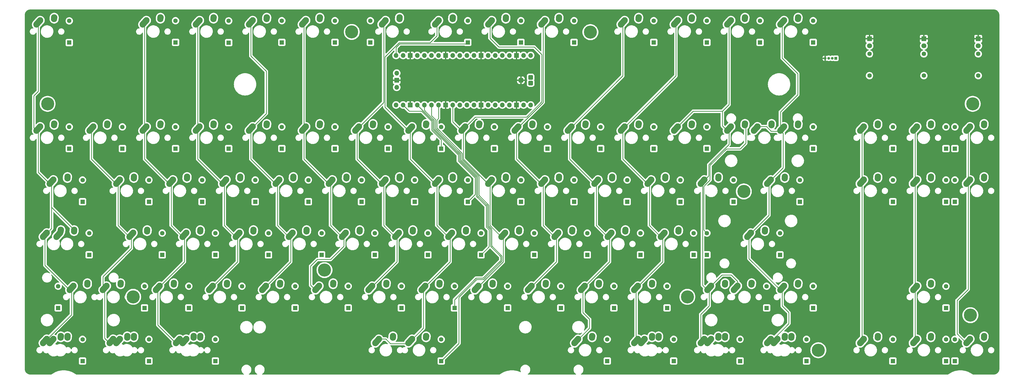
<source format=gbr>
%TF.GenerationSoftware,KiCad,Pcbnew,(7.0.0-rc2-153-g7d6218acb4)*%
%TF.CreationDate,2023-02-19T18:31:40+05:30*%
%TF.ProjectId,ncr-pcb,6e63722d-7063-4622-9e6b-696361645f70,rev?*%
%TF.SameCoordinates,Original*%
%TF.FileFunction,Copper,L1,Top*%
%TF.FilePolarity,Positive*%
%FSLAX46Y46*%
G04 Gerber Fmt 4.6, Leading zero omitted, Abs format (unit mm)*
G04 Created by KiCad (PCBNEW (7.0.0-rc2-153-g7d6218acb4)) date 2023-02-19 18:31:40*
%MOMM*%
%LPD*%
G01*
G04 APERTURE LIST*
G04 Aperture macros list*
%AMRoundRect*
0 Rectangle with rounded corners*
0 $1 Rounding radius*
0 $2 $3 $4 $5 $6 $7 $8 $9 X,Y pos of 4 corners*
0 Add a 4 corners polygon primitive as box body*
4,1,4,$2,$3,$4,$5,$6,$7,$8,$9,$2,$3,0*
0 Add four circle primitives for the rounded corners*
1,1,$1+$1,$2,$3*
1,1,$1+$1,$4,$5*
1,1,$1+$1,$6,$7*
1,1,$1+$1,$8,$9*
0 Add four rect primitives between the rounded corners*
20,1,$1+$1,$2,$3,$4,$5,0*
20,1,$1+$1,$4,$5,$6,$7,0*
20,1,$1+$1,$6,$7,$8,$9,0*
20,1,$1+$1,$8,$9,$2,$3,0*%
%AMHorizOval*
0 Thick line with rounded ends*
0 $1 width*
0 $2 $3 position (X,Y) of the first rounded end (center of the circle)*
0 $4 $5 position (X,Y) of the second rounded end (center of the circle)*
0 Add line between two ends*
20,1,$1,$2,$3,$4,$5,0*
0 Add two circle primitives to create the rounded ends*
1,1,$1,$2,$3*
1,1,$1,$4,$5*%
G04 Aperture macros list end*
%TA.AperFunction,ComponentPad*%
%ADD10R,1.000000X1.000000*%
%TD*%
%TA.AperFunction,ComponentPad*%
%ADD11O,1.000000X1.000000*%
%TD*%
%TA.AperFunction,ComponentPad*%
%ADD12C,4.700000*%
%TD*%
%TA.AperFunction,ComponentPad*%
%ADD13C,1.600000*%
%TD*%
%TA.AperFunction,ComponentPad*%
%ADD14R,1.800000X1.800000*%
%TD*%
%TA.AperFunction,ComponentPad*%
%ADD15C,1.800000*%
%TD*%
%TA.AperFunction,ComponentPad*%
%ADD16RoundRect,0.437500X0.437500X-0.437500X0.437500X0.437500X-0.437500X0.437500X-0.437500X-0.437500X0*%
%TD*%
%TA.AperFunction,ComponentPad*%
%ADD17R,1.600000X1.600000*%
%TD*%
%TA.AperFunction,ComponentPad*%
%ADD18HorizOval,2.250000X0.655001X0.730000X-0.655001X-0.730000X0*%
%TD*%
%TA.AperFunction,ComponentPad*%
%ADD19C,2.250000*%
%TD*%
%TA.AperFunction,ComponentPad*%
%ADD20HorizOval,2.250000X0.020000X0.290000X-0.020000X-0.290000X0*%
%TD*%
%TA.AperFunction,ComponentPad*%
%ADD21O,1.700000X1.700000*%
%TD*%
%TA.AperFunction,ComponentPad*%
%ADD22R,1.700000X1.700000*%
%TD*%
%TA.AperFunction,Conductor*%
%ADD23C,0.250000*%
%TD*%
G04 APERTURE END LIST*
D10*
%TO.P,J1,1,Pin_1*%
%TO.N,VBUS*%
X292258749Y-19093749D03*
D11*
%TO.P,J1,2,Pin_2*%
%TO.N,D-*%
X290988749Y-19093749D03*
%TO.P,J1,3,Pin_3*%
%TO.N,D+*%
X289718749Y-19093749D03*
%TO.P,J1,4,Pin_4*%
%TO.N,GND*%
X288448749Y-19093749D03*
%TD*%
D12*
%TO.P,H10,1*%
%TO.N,N/C*%
X340524000Y-111266989D03*
%TD*%
%TO.P,H9,1*%
%TO.N,N/C*%
X286024000Y-123842496D03*
%TD*%
%TO.P,H8,1*%
%TO.N,N/C*%
X239059714Y-104692493D03*
%TD*%
%TO.P,H7,1*%
%TO.N,N/C*%
X40374001Y-104692493D03*
%TD*%
%TO.P,H6,1*%
%TO.N,N/C*%
X108974001Y-95092495D03*
%TD*%
%TO.P,H5,1*%
%TO.N,N/C*%
X259298999Y-66892495D03*
%TD*%
%TO.P,H4,1*%
%TO.N,N/C*%
X341349000Y-35467493D03*
%TD*%
%TO.P,H3,1*%
%TO.N,N/C*%
X9699000Y-35467493D03*
%TD*%
%TO.P,H2,1*%
%TO.N,N/C*%
X204293686Y-9743440D03*
%TD*%
%TO.P,H1,1*%
%TO.N,N/C*%
X118743687Y-9668441D03*
%TD*%
D13*
%TO.P,R3,2*%
%TO.N,Net-(LED3-A)*%
X343346001Y-17531250D03*
%TO.P,R3,1*%
%TO.N,LED3*%
X343346001Y-25331250D03*
%TD*%
%TO.P,R2,2*%
%TO.N,Net-(LED2-A)*%
X323848001Y-17531250D03*
%TO.P,R2,1*%
%TO.N,LED2*%
X323848001Y-25331250D03*
%TD*%
%TO.P,R1,2*%
%TO.N,Net-(LED1-A)*%
X304357001Y-17531250D03*
%TO.P,R1,1*%
%TO.N,LED1*%
X304357001Y-25331250D03*
%TD*%
D14*
%TO.P,LED3,1,K*%
%TO.N,GND*%
X343346000Y-12115551D03*
D15*
%TO.P,LED3,2,A*%
%TO.N,Net-(LED3-A)*%
X343346001Y-14655552D03*
%TD*%
D14*
%TO.P,LED2,1,K*%
%TO.N,GND*%
X323848000Y-12115551D03*
D15*
%TO.P,LED2,2,A*%
%TO.N,Net-(LED2-A)*%
X323848001Y-14655552D03*
%TD*%
D14*
%TO.P,LED1,1,K*%
%TO.N,GND*%
X304357000Y-12115551D03*
D15*
%TO.P,LED1,2,A*%
%TO.N,Net-(LED1-A)*%
X304357001Y-14655552D03*
%TD*%
D16*
%TO.P,,TP1,USB_DM*%
%TO.N,GND*%
X179387500Y-26987500D03*
%TD*%
%TO.P,RPI0,TP2,USB_DM*%
%TO.N,D-*%
X182875000Y-25971500D03*
%TO.P,RPI0,TP3,USB_DP*%
%TO.N,D+*%
X182875000Y-28003500D03*
%TD*%
D17*
%TO.P,D1,1,K*%
%TO.N,ROW0*%
X17462499Y-13487499D03*
D13*
%TO.P,D1,2,A*%
%TO.N,Net-(D1-A)*%
X17462500Y-5687500D03*
%TD*%
D17*
%TO.P,D3,1,K*%
%TO.N,ROW0*%
X55562499Y-13424999D03*
D13*
%TO.P,D3,2,A*%
%TO.N,Net-(D3-A)*%
X55562500Y-5625000D03*
%TD*%
D17*
%TO.P,D4,1,K*%
%TO.N,ROW0*%
X74612499Y-13493749D03*
D13*
%TO.P,D4,2,A*%
%TO.N,Net-(D4-A)*%
X74612500Y-5693750D03*
%TD*%
D17*
%TO.P,D5,1,K*%
%TO.N,ROW0*%
X93662499Y-13424999D03*
D13*
%TO.P,D5,2,A*%
%TO.N,Net-(D5-A)*%
X93662500Y-5625000D03*
%TD*%
D17*
%TO.P,D6,1,K*%
%TO.N,ROW0*%
X112712499Y-13424999D03*
D13*
%TO.P,D6,2,A*%
%TO.N,Net-(D6-A)*%
X112712500Y-5625000D03*
%TD*%
D17*
%TO.P,D7,1,K*%
%TO.N,ROW0*%
X125412499Y-13424999D03*
D13*
%TO.P,D7,2,A*%
%TO.N,Net-(D7-A)*%
X125412500Y-5625000D03*
%TD*%
D17*
%TO.P,D8,1,K*%
%TO.N,ROW0*%
X160337499Y-13424999D03*
D13*
%TO.P,D8,2,A*%
%TO.N,Net-(D8-A)*%
X160337500Y-5625000D03*
%TD*%
D17*
%TO.P,D9,1,K*%
%TO.N,ROW0*%
X179387499Y-13424999D03*
D13*
%TO.P,D9,2,A*%
%TO.N,Net-(D9-A)*%
X179387500Y-5625000D03*
%TD*%
D17*
%TO.P,D10,1,K*%
%TO.N,ROW0*%
X198437499Y-13424999D03*
D13*
%TO.P,D10,2,A*%
%TO.N,Net-(D10-A)*%
X198437500Y-5625000D03*
%TD*%
D17*
%TO.P,D11,1,K*%
%TO.N,ROW0*%
X227012499Y-13424999D03*
D13*
%TO.P,D11,2,A*%
%TO.N,Net-(D11-A)*%
X227012500Y-5625000D03*
%TD*%
D17*
%TO.P,D12,1,K*%
%TO.N,ROW0*%
X246062499Y-13424999D03*
D13*
%TO.P,D12,2,A*%
%TO.N,Net-(D12-A)*%
X246062500Y-5625000D03*
%TD*%
D17*
%TO.P,D13,1,K*%
%TO.N,ROW0*%
X265112499Y-13424999D03*
D13*
%TO.P,D13,2,A*%
%TO.N,Net-(D13-A)*%
X265112500Y-5625000D03*
%TD*%
D17*
%TO.P,D14,1,K*%
%TO.N,ROW0*%
X284162499Y-13424999D03*
D13*
%TO.P,D14,2,A*%
%TO.N,Net-(D14-A)*%
X284162500Y-5625000D03*
%TD*%
D17*
%TO.P,D18,1,K*%
%TO.N,ROW1*%
X17462499Y-51524999D03*
D13*
%TO.P,D18,2,A*%
%TO.N,Net-(D18-A)*%
X17462500Y-43725000D03*
%TD*%
D17*
%TO.P,D19,1,K*%
%TO.N,ROW1*%
X36512499Y-51524999D03*
D13*
%TO.P,D19,2,A*%
%TO.N,Net-(D19-A)*%
X36512500Y-43725000D03*
%TD*%
D17*
%TO.P,D20,1,K*%
%TO.N,ROW1*%
X55562499Y-51524999D03*
D13*
%TO.P,D20,2,A*%
%TO.N,Net-(D20-A)*%
X55562500Y-43725000D03*
%TD*%
D17*
%TO.P,D21,1,K*%
%TO.N,ROW1*%
X74612499Y-51524999D03*
D13*
%TO.P,D21,2,A*%
%TO.N,Net-(D21-A)*%
X74612500Y-43725000D03*
%TD*%
D17*
%TO.P,D22,1,K*%
%TO.N,ROW1*%
X93662499Y-51524999D03*
D13*
%TO.P,D22,2,A*%
%TO.N,Net-(D22-A)*%
X93662500Y-43725000D03*
%TD*%
D17*
%TO.P,D23,1,K*%
%TO.N,ROW1*%
X112712499Y-51524999D03*
D13*
%TO.P,D23,2,A*%
%TO.N,Net-(D23-A)*%
X112712500Y-43725000D03*
%TD*%
D17*
%TO.P,D24,1,K*%
%TO.N,ROW1*%
X131762499Y-51524999D03*
D13*
%TO.P,D24,2,A*%
%TO.N,Net-(D24-A)*%
X131762500Y-43725000D03*
%TD*%
D17*
%TO.P,D25,1,K*%
%TO.N,ROW1*%
X150812499Y-51524999D03*
D13*
%TO.P,D25,2,A*%
%TO.N,Net-(D25-A)*%
X150812500Y-43725000D03*
%TD*%
D17*
%TO.P,D26,1,K*%
%TO.N,ROW1*%
X169862499Y-51524999D03*
D13*
%TO.P,D26,2,A*%
%TO.N,Net-(D26-A)*%
X169862500Y-43725000D03*
%TD*%
D17*
%TO.P,D27,1,K*%
%TO.N,ROW1*%
X188912499Y-51524999D03*
D13*
%TO.P,D27,2,A*%
%TO.N,Net-(D27-A)*%
X188912500Y-43725000D03*
%TD*%
D17*
%TO.P,D28,1,K*%
%TO.N,ROW1*%
X207962499Y-51524999D03*
D13*
%TO.P,D28,2,A*%
%TO.N,Net-(D28-A)*%
X207962500Y-43725000D03*
%TD*%
D17*
%TO.P,D29,1,K*%
%TO.N,ROW1*%
X227012499Y-51524999D03*
D13*
%TO.P,D29,2,A*%
%TO.N,Net-(D29-A)*%
X227012500Y-43725000D03*
%TD*%
D17*
%TO.P,D30,1,K*%
%TO.N,ROW1*%
X246062499Y-51524999D03*
D13*
%TO.P,D30,2,A*%
%TO.N,Net-(D30-A)*%
X246062500Y-43725000D03*
%TD*%
D17*
%TO.P,D31,1,K*%
%TO.N,ROW1*%
X284162499Y-51524999D03*
D13*
%TO.P,D31,2,A*%
%TO.N,Net-(D31-A)*%
X284162500Y-43725000D03*
%TD*%
D17*
%TO.P,D32,1,K*%
%TO.N,ROW1*%
X312737499Y-51524999D03*
D13*
%TO.P,D32,2,A*%
%TO.N,Net-(D32-A)*%
X312737500Y-43725000D03*
%TD*%
D17*
%TO.P,D33,1,K*%
%TO.N,ROW1*%
X331787499Y-51524999D03*
D13*
%TO.P,D33,2,A*%
%TO.N,Net-(D33-A)*%
X331787500Y-43725000D03*
%TD*%
%TO.P,D34,2,A*%
%TO.N,Net-(D34-A)*%
X334962500Y-43725000D03*
D17*
%TO.P,D34,1,K*%
%TO.N,ROW1*%
X334962499Y-51524999D03*
%TD*%
%TO.P,D35,1,K*%
%TO.N,ROW2*%
X22224999Y-70574999D03*
D13*
%TO.P,D35,2,A*%
%TO.N,Net-(D35-A)*%
X22225000Y-62775000D03*
%TD*%
D17*
%TO.P,D36,1,K*%
%TO.N,ROW3*%
X24606249Y-89624999D03*
D13*
%TO.P,D36,2,A*%
%TO.N,Net-(D36-A)*%
X24606250Y-81825000D03*
%TD*%
D17*
%TO.P,D37,1,K*%
%TO.N,ROW2*%
X46037499Y-70574999D03*
D13*
%TO.P,D37,2,A*%
%TO.N,Net-(D37-A)*%
X46037500Y-62775000D03*
%TD*%
D17*
%TO.P,D38,1,K*%
%TO.N,ROW3*%
X50799999Y-89624999D03*
D13*
%TO.P,D38,2,A*%
%TO.N,Net-(D38-A)*%
X50800000Y-81825000D03*
%TD*%
D17*
%TO.P,D39,1,K*%
%TO.N,ROW2*%
X65087499Y-70574999D03*
D13*
%TO.P,D39,2,A*%
%TO.N,Net-(D39-A)*%
X65087500Y-62775000D03*
%TD*%
D17*
%TO.P,D40,1,K*%
%TO.N,ROW3*%
X69849999Y-89624999D03*
D13*
%TO.P,D40,2,A*%
%TO.N,Net-(D40-A)*%
X69850000Y-81825000D03*
%TD*%
D17*
%TO.P,D41,1,K*%
%TO.N,ROW2*%
X84137499Y-70574999D03*
D13*
%TO.P,D41,2,A*%
%TO.N,Net-(D41-A)*%
X84137500Y-62775000D03*
%TD*%
D17*
%TO.P,D42,1,K*%
%TO.N,ROW3*%
X88899999Y-89624999D03*
D13*
%TO.P,D42,2,A*%
%TO.N,Net-(D42-A)*%
X88900000Y-81825000D03*
%TD*%
D17*
%TO.P,D43,1,K*%
%TO.N,ROW2*%
X103187499Y-70574999D03*
D13*
%TO.P,D43,2,A*%
%TO.N,Net-(D43-A)*%
X103187500Y-62775000D03*
%TD*%
D17*
%TO.P,D44,1,K*%
%TO.N,ROW3*%
X107949999Y-89624999D03*
D13*
%TO.P,D44,2,A*%
%TO.N,Net-(D44-A)*%
X107950000Y-81825000D03*
%TD*%
D17*
%TO.P,D45,1,K*%
%TO.N,ROW2*%
X122237499Y-70574999D03*
D13*
%TO.P,D45,2,A*%
%TO.N,Net-(D45-A)*%
X122237500Y-62775000D03*
%TD*%
D17*
%TO.P,D46,1,K*%
%TO.N,ROW3*%
X126999999Y-89624999D03*
D13*
%TO.P,D46,2,A*%
%TO.N,Net-(D46-A)*%
X127000000Y-81825000D03*
%TD*%
D17*
%TO.P,D47,1,K*%
%TO.N,ROW2*%
X141287499Y-70574999D03*
D13*
%TO.P,D47,2,A*%
%TO.N,Net-(D47-A)*%
X141287500Y-62775000D03*
%TD*%
D17*
%TO.P,D48,1,K*%
%TO.N,ROW3*%
X146049999Y-89624999D03*
D13*
%TO.P,D48,2,A*%
%TO.N,Net-(D48-A)*%
X146050000Y-81825000D03*
%TD*%
D17*
%TO.P,D49,1,K*%
%TO.N,ROW2*%
X160337499Y-70574999D03*
D13*
%TO.P,D49,2,A*%
%TO.N,Net-(D49-A)*%
X160337500Y-62775000D03*
%TD*%
D17*
%TO.P,D50,1,K*%
%TO.N,ROW3*%
X165099999Y-89624999D03*
D13*
%TO.P,D50,2,A*%
%TO.N,Net-(D50-A)*%
X165100000Y-81825000D03*
%TD*%
D17*
%TO.P,D51,1,K*%
%TO.N,ROW2*%
X179387499Y-70574999D03*
D13*
%TO.P,D51,2,A*%
%TO.N,Net-(D51-A)*%
X179387500Y-62775000D03*
%TD*%
D17*
%TO.P,D52,1,K*%
%TO.N,ROW3*%
X184149999Y-89624999D03*
D13*
%TO.P,D52,2,A*%
%TO.N,Net-(D52-A)*%
X184150000Y-81825000D03*
%TD*%
D17*
%TO.P,D53,1,K*%
%TO.N,ROW2*%
X198437499Y-70574999D03*
D13*
%TO.P,D53,2,A*%
%TO.N,Net-(D53-A)*%
X198437500Y-62775000D03*
%TD*%
D17*
%TO.P,D54,1,K*%
%TO.N,ROW3*%
X203199999Y-89624999D03*
D13*
%TO.P,D54,2,A*%
%TO.N,Net-(D54-A)*%
X203200000Y-81825000D03*
%TD*%
D17*
%TO.P,D55,1,K*%
%TO.N,ROW2*%
X217487499Y-70574999D03*
D13*
%TO.P,D55,2,A*%
%TO.N,Net-(D55-A)*%
X217487500Y-62775000D03*
%TD*%
D17*
%TO.P,D56,1,K*%
%TO.N,ROW3*%
X222249999Y-89624999D03*
D13*
%TO.P,D56,2,A*%
%TO.N,Net-(D56-A)*%
X222250000Y-81825000D03*
%TD*%
D17*
%TO.P,D57,1,K*%
%TO.N,ROW2*%
X236537499Y-70574999D03*
D13*
%TO.P,D57,2,A*%
%TO.N,Net-(D57-A)*%
X236537500Y-62775000D03*
%TD*%
D17*
%TO.P,D58,1,K*%
%TO.N,ROW3*%
X241299999Y-89624999D03*
D13*
%TO.P,D58,2,A*%
%TO.N,Net-(D58-A)*%
X241300000Y-81825000D03*
%TD*%
D17*
%TO.P,D59,1,K*%
%TO.N,ROW2*%
X255587499Y-70574999D03*
D13*
%TO.P,D59,2,A*%
%TO.N,Net-(D59-A)*%
X255587500Y-62775000D03*
%TD*%
D17*
%TO.P,D60,1,K*%
%TO.N,ROW3*%
X246062499Y-89624999D03*
D13*
%TO.P,D60,2,A*%
%TO.N,Net-(D60-A)*%
X246062500Y-81825000D03*
%TD*%
D17*
%TO.P,D61,1,K*%
%TO.N,ROW2*%
X279399999Y-70574999D03*
D13*
%TO.P,D61,2,A*%
%TO.N,Net-(D61-A)*%
X279400000Y-62775000D03*
%TD*%
D17*
%TO.P,D62,1,K*%
%TO.N,ROW3*%
X272256249Y-89624999D03*
D13*
%TO.P,D62,2,A*%
%TO.N,Net-(D62-A)*%
X272256250Y-81825000D03*
%TD*%
D17*
%TO.P,D63,1,K*%
%TO.N,ROW2*%
X312737499Y-70574999D03*
D13*
%TO.P,D63,2,A*%
%TO.N,Net-(D63-A)*%
X312737500Y-62775000D03*
%TD*%
D17*
%TO.P,D65,1,K*%
%TO.N,ROW2*%
X331787499Y-70574999D03*
D13*
%TO.P,D65,2,A*%
%TO.N,Net-(D65-A)*%
X331787500Y-62775000D03*
%TD*%
D17*
%TO.P,D67,1,K*%
%TO.N,ROW2*%
X334962499Y-70574999D03*
D13*
%TO.P,D67,2,A*%
%TO.N,Net-(D67-A)*%
X334962500Y-62775000D03*
%TD*%
D17*
%TO.P,D69,1,K*%
%TO.N,ROW4*%
X13493749Y-108674999D03*
D13*
%TO.P,D69,2,A*%
%TO.N,Net-(D69-A)*%
X13493750Y-100875000D03*
%TD*%
D17*
%TO.P,D70,1,K*%
%TO.N,ROW5*%
X22224999Y-127724999D03*
D13*
%TO.P,D70,2,A*%
%TO.N,Net-(D70-A)*%
X22225000Y-119925000D03*
%TD*%
D17*
%TO.P,D71,1,K*%
%TO.N,ROW4*%
X44449999Y-108674999D03*
D13*
%TO.P,D71,2,A*%
%TO.N,Net-(D71-A)*%
X44450000Y-100875000D03*
%TD*%
D17*
%TO.P,D72,1,K*%
%TO.N,ROW5*%
X46037499Y-127724999D03*
D13*
%TO.P,D72,2,A*%
%TO.N,Net-(D72-A)*%
X46037500Y-119925000D03*
%TD*%
D17*
%TO.P,D73,1,K*%
%TO.N,ROW4*%
X60324999Y-108674999D03*
D13*
%TO.P,D73,2,A*%
%TO.N,Net-(D73-A)*%
X60325000Y-100875000D03*
%TD*%
D17*
%TO.P,D74,1,K*%
%TO.N,ROW5*%
X69849999Y-127724999D03*
D13*
%TO.P,D74,2,A*%
%TO.N,Net-(D74-A)*%
X69850000Y-119925000D03*
%TD*%
D17*
%TO.P,D75,1,K*%
%TO.N,ROW4*%
X79374999Y-108674999D03*
D13*
%TO.P,D75,2,A*%
%TO.N,Net-(D75-A)*%
X79375000Y-100875000D03*
%TD*%
D17*
%TO.P,D77,1,K*%
%TO.N,ROW4*%
X98424999Y-108674999D03*
D13*
%TO.P,D77,2,A*%
%TO.N,Net-(D77-A)*%
X98425000Y-100875000D03*
%TD*%
D17*
%TO.P,D79,1,K*%
%TO.N,ROW4*%
X117474999Y-108674999D03*
D13*
%TO.P,D79,2,A*%
%TO.N,Net-(D79-A)*%
X117475000Y-100875000D03*
%TD*%
D17*
%TO.P,D81,1,K*%
%TO.N,ROW4*%
X136524999Y-108674999D03*
D13*
%TO.P,D81,2,A*%
%TO.N,Net-(D81-A)*%
X136525000Y-100875000D03*
%TD*%
D17*
%TO.P,D83,1,K*%
%TO.N,ROW4*%
X155574999Y-108674999D03*
D13*
%TO.P,D83,2,A*%
%TO.N,Net-(D83-A)*%
X155575000Y-100875000D03*
%TD*%
D17*
%TO.P,D84,1,K*%
%TO.N,ROW5*%
X150812499Y-127724999D03*
D13*
%TO.P,D84,2,A*%
%TO.N,Net-(D84-A)*%
X150812500Y-119925000D03*
%TD*%
D17*
%TO.P,D85,1,K*%
%TO.N,ROW4*%
X174624999Y-108674999D03*
D13*
%TO.P,D85,2,A*%
%TO.N,Net-(D85-A)*%
X174625000Y-100875000D03*
%TD*%
D17*
%TO.P,D87,1,K*%
%TO.N,ROW4*%
X193674999Y-108674999D03*
D13*
%TO.P,D87,2,A*%
%TO.N,Net-(D87-A)*%
X193675000Y-100875000D03*
%TD*%
D17*
%TO.P,D89,1,K*%
%TO.N,ROW4*%
X212724999Y-108674999D03*
D13*
%TO.P,D89,2,A*%
%TO.N,Net-(D89-A)*%
X212725000Y-100875000D03*
%TD*%
D17*
%TO.P,D90,1,K*%
%TO.N,ROW5*%
X210343749Y-127724999D03*
D13*
%TO.P,D90,2,A*%
%TO.N,Net-(D90-A)*%
X210343750Y-119925000D03*
%TD*%
D17*
%TO.P,D91,1,K*%
%TO.N,ROW4*%
X231774999Y-108674999D03*
D13*
%TO.P,D91,2,A*%
%TO.N,Net-(D91-A)*%
X231775000Y-100875000D03*
%TD*%
D17*
%TO.P,D92,1,K*%
%TO.N,ROW5*%
X234156249Y-127724999D03*
D13*
%TO.P,D92,2,A*%
%TO.N,Net-(D92-A)*%
X234156250Y-119925000D03*
%TD*%
D17*
%TO.P,D93,1,K*%
%TO.N,ROW4*%
X267493749Y-108674999D03*
D13*
%TO.P,D93,2,A*%
%TO.N,Net-(D93-A)*%
X267493750Y-100875000D03*
%TD*%
D17*
%TO.P,D94,1,K*%
%TO.N,ROW5*%
X257968749Y-127724999D03*
D13*
%TO.P,D94,2,A*%
%TO.N,Net-(D94-A)*%
X257968750Y-119925000D03*
%TD*%
D17*
%TO.P,D95,1,K*%
%TO.N,ROW4*%
X284162499Y-108674999D03*
D13*
%TO.P,D95,2,A*%
%TO.N,Net-(D95-A)*%
X284162500Y-100875000D03*
%TD*%
D17*
%TO.P,D96,1,K*%
%TO.N,ROW5*%
X281781249Y-127724999D03*
D13*
%TO.P,D96,2,A*%
%TO.N,Net-(D96-A)*%
X281781250Y-119925000D03*
%TD*%
D17*
%TO.P,D98,1,K*%
%TO.N,ROW5*%
X312737499Y-127724999D03*
D13*
%TO.P,D98,2,A*%
%TO.N,Net-(D98-A)*%
X312737500Y-119925000D03*
%TD*%
D17*
%TO.P,D99,1,K*%
%TO.N,ROW4*%
X331787499Y-108674999D03*
D13*
%TO.P,D99,2,A*%
%TO.N,Net-(D99-A)*%
X331787500Y-100875000D03*
%TD*%
D17*
%TO.P,D100,1,K*%
%TO.N,ROW5*%
X331787499Y-127724999D03*
D13*
%TO.P,D100,2,A*%
%TO.N,Net-(D100-A)*%
X331787500Y-119925000D03*
%TD*%
D17*
%TO.P,D102,1,K*%
%TO.N,ROW5*%
X334962499Y-127724999D03*
D13*
%TO.P,D102,2,A*%
%TO.N,Net-(D102-A)*%
X334962500Y-119925000D03*
%TD*%
D18*
%TO.P,MX35,1,COL*%
%TO.N,COL0*%
X11132500Y-63404999D03*
D19*
X11787500Y-62675000D03*
D20*
%TO.P,MX35,2,ROW*%
%TO.N,Net-(D35-A)*%
X16807499Y-61884999D03*
D19*
X16827500Y-61595000D03*
%TD*%
D18*
%TO.P,MX36,1,COL*%
%TO.N,Net-(D36-A)*%
X13513750Y-82454999D03*
D19*
X14168750Y-81725000D03*
D20*
%TO.P,MX36,2,ROW*%
%TO.N,COL0*%
X19188749Y-80934999D03*
D19*
X19208750Y-80645000D03*
%TD*%
D18*
%TO.P,MX61,1,COL*%
%TO.N,COL13*%
X268307500Y-63404999D03*
D19*
X268962500Y-62675000D03*
D20*
%TO.P,MX61,2,ROW*%
%TO.N,Net-(D61-A)*%
X273982499Y-61884999D03*
D19*
X274002500Y-61595000D03*
%TD*%
D18*
%TO.P,MX62,1,COL*%
%TO.N,COL13*%
X261163750Y-82454999D03*
D19*
X261818750Y-81725000D03*
D20*
%TO.P,MX62,2,ROW*%
%TO.N,Net-(D62-A)*%
X266838749Y-80934999D03*
D19*
X266858750Y-80645000D03*
%TD*%
D18*
%TO.P,MX64,1,COL*%
%TO.N,COL0*%
X8751250Y-82454999D03*
D19*
X9406250Y-81725000D03*
D20*
%TO.P,MX64,2,ROW*%
%TO.N,Net-(D36-A)*%
X14426249Y-80934999D03*
D19*
X14446250Y-80645000D03*
%TD*%
D18*
%TO.P,MX66,1,COL*%
%TO.N,COL13*%
X263545000Y-44354999D03*
D19*
X264200000Y-43625000D03*
D20*
%TO.P,MX66,2,ROW*%
%TO.N,Net-(D31-A)*%
X269219999Y-42834999D03*
D19*
X269240000Y-42545000D03*
%TD*%
D18*
%TO.P,MX69,1,COL*%
%TO.N,COL0*%
X18276250Y-101504999D03*
D19*
X18931250Y-100775000D03*
D20*
%TO.P,MX69,2,ROW*%
%TO.N,Net-(D69-A)*%
X23951249Y-99984999D03*
D19*
X23971250Y-99695000D03*
%TD*%
D18*
%TO.P,MX70,1,COL*%
%TO.N,COL0*%
X11132500Y-120554999D03*
D19*
X11787500Y-119825000D03*
D20*
%TO.P,MX70,2,ROW*%
%TO.N,Net-(D70-A)*%
X16807499Y-119034999D03*
D19*
X16827500Y-118745000D03*
%TD*%
D18*
%TO.P,MX74,1,COL*%
%TO.N,COL2*%
X58757500Y-120554999D03*
D19*
X59412500Y-119825000D03*
D20*
%TO.P,MX74,2,ROW*%
%TO.N,Net-(D74-A)*%
X64432499Y-119034999D03*
D19*
X64452500Y-118745000D03*
%TD*%
D18*
%TO.P,MX76,1,COL*%
%TO.N,COL0*%
X8751250Y-120554999D03*
D19*
X9406250Y-119825000D03*
D20*
%TO.P,MX76,2,ROW*%
%TO.N,Net-(D70-A)*%
X14426249Y-119034999D03*
D19*
X14446250Y-118745000D03*
%TD*%
D18*
%TO.P,MX78,1,COL*%
%TO.N,COL1*%
X32563750Y-120554999D03*
D19*
X33218750Y-119825000D03*
D20*
%TO.P,MX78,2,ROW*%
%TO.N,Net-(D72-A)*%
X38238749Y-119034999D03*
D19*
X38258750Y-118745000D03*
%TD*%
D18*
%TO.P,MX80,1,COL*%
%TO.N,COL2*%
X56376250Y-120554999D03*
D19*
X57031250Y-119825000D03*
D20*
%TO.P,MX80,2,ROW*%
%TO.N,Net-(D74-A)*%
X62051249Y-119034999D03*
D19*
X62071250Y-118745000D03*
%TD*%
D18*
%TO.P,MX82,1,COL*%
%TO.N,COL7*%
X127813750Y-120554999D03*
D19*
X128468750Y-119825000D03*
D20*
%TO.P,MX82,2,ROW*%
%TO.N,Net-(D84-A)*%
X133488749Y-119034999D03*
D19*
X133508750Y-118745000D03*
%TD*%
D18*
%TO.P,MX84,1,COL*%
%TO.N,COL7*%
X139720000Y-120554999D03*
D19*
X140375000Y-119825000D03*
D20*
%TO.P,MX84,2,ROW*%
%TO.N,Net-(D84-A)*%
X145394999Y-119034999D03*
D19*
X145415000Y-118745000D03*
%TD*%
D18*
%TO.P,MX86,1,COL*%
%TO.N,COL11*%
X223063750Y-120554999D03*
D19*
X223718750Y-119825000D03*
D20*
%TO.P,MX86,2,ROW*%
%TO.N,Net-(D92-A)*%
X228738749Y-119034999D03*
D19*
X228758750Y-118745000D03*
%TD*%
D18*
%TO.P,MX88,1,COL*%
%TO.N,COL12*%
X246876250Y-120554999D03*
D19*
X247531250Y-119825000D03*
D20*
%TO.P,MX88,2,ROW*%
%TO.N,Net-(D94-A)*%
X252551249Y-119034999D03*
D19*
X252571250Y-118745000D03*
%TD*%
D18*
%TO.P,MX90,1,COL*%
%TO.N,COL10*%
X199251250Y-120554999D03*
D19*
X199906250Y-119825000D03*
D20*
%TO.P,MX90,2,ROW*%
%TO.N,Net-(D90-A)*%
X204926249Y-119034999D03*
D19*
X204946250Y-118745000D03*
%TD*%
D18*
%TO.P,MX92,1,COL*%
%TO.N,COL11*%
X220682500Y-120554999D03*
D19*
X221337500Y-119825000D03*
D20*
%TO.P,MX92,2,ROW*%
%TO.N,Net-(D92-A)*%
X226357499Y-119034999D03*
D19*
X226377500Y-118745000D03*
%TD*%
D18*
%TO.P,MX93,1,COL*%
%TO.N,COL12*%
X256401250Y-101504999D03*
D19*
X257056250Y-100775000D03*
D20*
%TO.P,MX93,2,ROW*%
%TO.N,Net-(D93-A)*%
X262076249Y-99984999D03*
D19*
X262096250Y-99695000D03*
%TD*%
D18*
%TO.P,MX96,1,COL*%
%TO.N,COL13*%
X268307500Y-120554999D03*
D19*
X268962500Y-119825000D03*
D20*
%TO.P,MX96,2,ROW*%
%TO.N,Net-(D96-A)*%
X273982499Y-119034999D03*
D19*
X274002500Y-118745000D03*
%TD*%
D18*
%TO.P,MX97,1,COL*%
%TO.N,COL13*%
X270688750Y-120554999D03*
D19*
X271343750Y-119825000D03*
D20*
%TO.P,MX97,2,ROW*%
%TO.N,Net-(D96-A)*%
X276363749Y-119034999D03*
D19*
X276383750Y-118745000D03*
%TD*%
D18*
%TO.P,MX101,1,COL*%
%TO.N,COL12*%
X246876250Y-101504999D03*
D19*
X247531250Y-100775000D03*
D20*
%TO.P,MX101,2,ROW*%
%TO.N,Net-(D93-A)*%
X252551249Y-99984999D03*
D19*
X252571250Y-99695000D03*
%TD*%
D18*
%TO.P,MX6,1,COL*%
%TO.N,COL5*%
X101620000Y-6254999D03*
D19*
X102275000Y-5525000D03*
D20*
%TO.P,MX6,2,ROW*%
%TO.N,Net-(D6-A)*%
X107294999Y-4734999D03*
D19*
X107315000Y-4445000D03*
%TD*%
D18*
%TO.P,MX43,1,COL*%
%TO.N,COL4*%
X92095000Y-63404999D03*
D19*
X92750000Y-62675000D03*
D20*
%TO.P,MX43,2,ROW*%
%TO.N,Net-(D43-A)*%
X97769999Y-61884999D03*
D19*
X97790000Y-61595000D03*
%TD*%
D18*
%TO.P,MX63,1,COL*%
%TO.N,COL14*%
X301645000Y-63404999D03*
D19*
X302300000Y-62675000D03*
D20*
%TO.P,MX63,2,ROW*%
%TO.N,Net-(D63-A)*%
X307319999Y-61884999D03*
D19*
X307340000Y-61595000D03*
%TD*%
D18*
%TO.P,MX13,1,COL*%
%TO.N,COL12*%
X254020000Y-6254999D03*
D19*
X254675000Y-5525000D03*
D20*
%TO.P,MX13,2,ROW*%
%TO.N,Net-(D13-A)*%
X259694999Y-4734999D03*
D19*
X259715000Y-4445000D03*
%TD*%
D18*
%TO.P,MX67,1,COL*%
%TO.N,COL16*%
X339745000Y-63404999D03*
D19*
X340400000Y-62675000D03*
D20*
%TO.P,MX67,2,ROW*%
%TO.N,Net-(D67-A)*%
X345419999Y-61884999D03*
D19*
X345440000Y-61595000D03*
%TD*%
D18*
%TO.P,MX51,1,COL*%
%TO.N,COL8*%
X168295000Y-63404999D03*
D19*
X168950000Y-62675000D03*
D20*
%TO.P,MX51,2,ROW*%
%TO.N,Net-(D51-A)*%
X173969999Y-61884999D03*
D19*
X173990000Y-61595000D03*
%TD*%
D18*
%TO.P,MX44,1,COL*%
%TO.N,COL4*%
X96857500Y-82454999D03*
D19*
X97512500Y-81725000D03*
D20*
%TO.P,MX44,2,ROW*%
%TO.N,Net-(D44-A)*%
X102532499Y-80934999D03*
D19*
X102552500Y-80645000D03*
%TD*%
D18*
%TO.P,MX65,1,COL*%
%TO.N,COL15*%
X320695000Y-63404999D03*
D19*
X321350000Y-62675000D03*
D20*
%TO.P,MX65,2,ROW*%
%TO.N,Net-(D65-A)*%
X326369999Y-61884999D03*
D19*
X326390000Y-61595000D03*
%TD*%
D18*
%TO.P,MX77,1,COL*%
%TO.N,COL4*%
X87332500Y-101504999D03*
D19*
X87987500Y-100775000D03*
D20*
%TO.P,MX77,2,ROW*%
%TO.N,Net-(D77-A)*%
X93007499Y-99984999D03*
D19*
X93027500Y-99695000D03*
%TD*%
D18*
%TO.P,MX11,1,COL*%
%TO.N,COL10*%
X215920000Y-6254999D03*
D19*
X216575000Y-5525000D03*
D20*
%TO.P,MX11,2,ROW*%
%TO.N,Net-(D11-A)*%
X221594999Y-4734999D03*
D19*
X221615000Y-4445000D03*
%TD*%
D18*
%TO.P,MX14,1,COL*%
%TO.N,COL13*%
X273070000Y-6254999D03*
D19*
X273725000Y-5525000D03*
D20*
%TO.P,MX14,2,ROW*%
%TO.N,Net-(D14-A)*%
X278744999Y-4734999D03*
D19*
X278765000Y-4445000D03*
%TD*%
D18*
%TO.P,MX81,1,COL*%
%TO.N,COL6*%
X125432500Y-101504999D03*
D19*
X126087500Y-100775000D03*
D20*
%TO.P,MX81,2,ROW*%
%TO.N,Net-(D81-A)*%
X131107499Y-99984999D03*
D19*
X131127500Y-99695000D03*
%TD*%
D18*
%TO.P,MX59,1,COL*%
%TO.N,COL12*%
X244495000Y-63404999D03*
D19*
X245150000Y-62675000D03*
D20*
%TO.P,MX59,2,ROW*%
%TO.N,Net-(D59-A)*%
X250169999Y-61884999D03*
D19*
X250190000Y-61595000D03*
%TD*%
D18*
%TO.P,MX54,1,COL*%
%TO.N,COL9*%
X192107500Y-82454999D03*
D19*
X192762500Y-81725000D03*
D20*
%TO.P,MX54,2,ROW*%
%TO.N,Net-(D54-A)*%
X197782499Y-80934999D03*
D19*
X197802500Y-80645000D03*
%TD*%
D18*
%TO.P,MX100,1,COL*%
%TO.N,COL15*%
X320695000Y-120554999D03*
D19*
X321350000Y-119825000D03*
D20*
%TO.P,MX100,2,ROW*%
%TO.N,Net-(D100-A)*%
X326369999Y-119034999D03*
D19*
X326390000Y-118745000D03*
%TD*%
D18*
%TO.P,MX20,1,COL*%
%TO.N,COL2*%
X44470000Y-44354999D03*
D19*
X45125000Y-43625000D03*
D20*
%TO.P,MX20,2,ROW*%
%TO.N,Net-(D20-A)*%
X50144999Y-42834999D03*
D19*
X50165000Y-42545000D03*
%TD*%
D18*
%TO.P,MX53,1,COL*%
%TO.N,COL9*%
X187345000Y-63404999D03*
D19*
X188000000Y-62675000D03*
D20*
%TO.P,MX53,2,ROW*%
%TO.N,Net-(D53-A)*%
X193019999Y-61884999D03*
D19*
X193040000Y-61595000D03*
%TD*%
D18*
%TO.P,MX29,1,COL*%
%TO.N,COL11*%
X215920000Y-44354999D03*
D19*
X216575000Y-43625000D03*
D20*
%TO.P,MX29,2,ROW*%
%TO.N,Net-(D29-A)*%
X221594999Y-42834999D03*
D19*
X221615000Y-42545000D03*
%TD*%
D18*
%TO.P,MX47,1,COL*%
%TO.N,COL6*%
X130195000Y-63404999D03*
D19*
X130850000Y-62675000D03*
D20*
%TO.P,MX47,2,ROW*%
%TO.N,Net-(D47-A)*%
X135869999Y-61884999D03*
D19*
X135890000Y-61595000D03*
%TD*%
D18*
%TO.P,MX72,1,COL*%
%TO.N,COL1*%
X34945000Y-120554999D03*
D19*
X35600000Y-119825000D03*
D20*
%TO.P,MX72,2,ROW*%
%TO.N,Net-(D72-A)*%
X40619999Y-119034999D03*
D19*
X40640000Y-118745000D03*
%TD*%
D18*
%TO.P,MX46,1,COL*%
%TO.N,COL5*%
X115907500Y-82454999D03*
D19*
X116562500Y-81725000D03*
D20*
%TO.P,MX46,2,ROW*%
%TO.N,Net-(D46-A)*%
X121582499Y-80934999D03*
D19*
X121602500Y-80645000D03*
%TD*%
D18*
%TO.P,MX30,1,COL*%
%TO.N,COL12*%
X234970000Y-44354999D03*
D19*
X235625000Y-43625000D03*
D20*
%TO.P,MX30,2,ROW*%
%TO.N,Net-(D30-A)*%
X240644999Y-42834999D03*
D19*
X240665000Y-42545000D03*
%TD*%
D18*
%TO.P,MX33,1,COL*%
%TO.N,COL15*%
X320695000Y-44354999D03*
D19*
X321350000Y-43625000D03*
D20*
%TO.P,MX33,2,ROW*%
%TO.N,Net-(D33-A)*%
X326369999Y-42834999D03*
D19*
X326390000Y-42545000D03*
%TD*%
D18*
%TO.P,MX55,1,COL*%
%TO.N,COL10*%
X206395000Y-63404999D03*
D19*
X207050000Y-62675000D03*
D20*
%TO.P,MX55,2,ROW*%
%TO.N,Net-(D55-A)*%
X212069999Y-61884999D03*
D19*
X212090000Y-61595000D03*
%TD*%
D18*
%TO.P,MX26,1,COL*%
%TO.N,COL8*%
X158770000Y-44354999D03*
D19*
X159425000Y-43625000D03*
D20*
%TO.P,MX26,2,ROW*%
%TO.N,Net-(D26-A)*%
X164444999Y-42834999D03*
D19*
X164465000Y-42545000D03*
%TD*%
D18*
%TO.P,MX5,1,COL*%
%TO.N,COL4*%
X82570000Y-6254999D03*
D19*
X83225000Y-5525000D03*
D20*
%TO.P,MX5,2,ROW*%
%TO.N,Net-(D5-A)*%
X88244999Y-4734999D03*
D19*
X88265000Y-4445000D03*
%TD*%
D18*
%TO.P,MX91,1,COL*%
%TO.N,COL11*%
X220682500Y-101504999D03*
D19*
X221337500Y-100775000D03*
D20*
%TO.P,MX91,2,ROW*%
%TO.N,Net-(D91-A)*%
X226357499Y-99984999D03*
D19*
X226377500Y-99695000D03*
%TD*%
D18*
%TO.P,MX21,1,COL*%
%TO.N,COL3*%
X63520000Y-44354999D03*
D19*
X64175000Y-43625000D03*
D20*
%TO.P,MX21,2,ROW*%
%TO.N,Net-(D21-A)*%
X69194999Y-42834999D03*
D19*
X69215000Y-42545000D03*
%TD*%
D18*
%TO.P,MX75,1,COL*%
%TO.N,COL3*%
X68282500Y-101504999D03*
D19*
X68937500Y-100775000D03*
D20*
%TO.P,MX75,2,ROW*%
%TO.N,Net-(D75-A)*%
X73957499Y-99984999D03*
D19*
X73977500Y-99695000D03*
%TD*%
D18*
%TO.P,MX39,1,COL*%
%TO.N,COL2*%
X53995000Y-63404999D03*
D19*
X54650000Y-62675000D03*
D20*
%TO.P,MX39,2,ROW*%
%TO.N,Net-(D39-A)*%
X59669999Y-61884999D03*
D19*
X59690000Y-61595000D03*
%TD*%
D18*
%TO.P,MX7,1,COL*%
%TO.N,COL6*%
X130195000Y-6254999D03*
D19*
X130850000Y-5525000D03*
D20*
%TO.P,MX7,2,ROW*%
%TO.N,Net-(D7-A)*%
X135869999Y-4734999D03*
D19*
X135890000Y-4445000D03*
%TD*%
D18*
%TO.P,MX94,1,COL*%
%TO.N,COL12*%
X244495000Y-120554999D03*
D19*
X245150000Y-119825000D03*
D20*
%TO.P,MX94,2,ROW*%
%TO.N,Net-(D94-A)*%
X250169999Y-119034999D03*
D19*
X250190000Y-118745000D03*
%TD*%
D18*
%TO.P,MX22,1,COL*%
%TO.N,COL4*%
X82570000Y-44354999D03*
D19*
X83225000Y-43625000D03*
D20*
%TO.P,MX22,2,ROW*%
%TO.N,Net-(D22-A)*%
X88244999Y-42834999D03*
D19*
X88265000Y-42545000D03*
%TD*%
D18*
%TO.P,MX8,1,COL*%
%TO.N,COL7*%
X149245000Y-6254999D03*
D19*
X149900000Y-5525000D03*
D20*
%TO.P,MX8,2,ROW*%
%TO.N,Net-(D8-A)*%
X154919999Y-4734999D03*
D19*
X154940000Y-4445000D03*
%TD*%
D18*
%TO.P,MX18,1,COL*%
%TO.N,COL0*%
X6370000Y-44354999D03*
D19*
X7025000Y-43625000D03*
D20*
%TO.P,MX18,2,ROW*%
%TO.N,Net-(D18-A)*%
X12044999Y-42834999D03*
D19*
X12065000Y-42545000D03*
%TD*%
D18*
%TO.P,MX83,1,COL*%
%TO.N,COL7*%
X144482500Y-101504999D03*
D19*
X145137500Y-100775000D03*
D20*
%TO.P,MX83,2,ROW*%
%TO.N,Net-(D83-A)*%
X150157499Y-99984999D03*
D19*
X150177500Y-99695000D03*
%TD*%
D18*
%TO.P,MX34,1,COL*%
%TO.N,COL16*%
X339745000Y-44354999D03*
D19*
X340400000Y-43625000D03*
D20*
%TO.P,MX34,2,ROW*%
%TO.N,Net-(D34-A)*%
X345419999Y-42834999D03*
D19*
X345440000Y-42545000D03*
%TD*%
D18*
%TO.P,MX23,1,COL*%
%TO.N,COL5*%
X101620000Y-44354999D03*
D19*
X102275000Y-43625000D03*
D20*
%TO.P,MX23,2,ROW*%
%TO.N,Net-(D23-A)*%
X107294999Y-42834999D03*
D19*
X107315000Y-42545000D03*
%TD*%
D18*
%TO.P,MX49,1,COL*%
%TO.N,COL7*%
X149245000Y-63404999D03*
D19*
X149900000Y-62675000D03*
D20*
%TO.P,MX49,2,ROW*%
%TO.N,Net-(D49-A)*%
X154919999Y-61884999D03*
D19*
X154940000Y-61595000D03*
%TD*%
D18*
%TO.P,MX28,1,COL*%
%TO.N,COL10*%
X196870000Y-44354999D03*
D19*
X197525000Y-43625000D03*
D20*
%TO.P,MX28,2,ROW*%
%TO.N,Net-(D28-A)*%
X202544999Y-42834999D03*
D19*
X202565000Y-42545000D03*
%TD*%
D18*
%TO.P,MX25,1,COL*%
%TO.N,COL7*%
X139720000Y-44354999D03*
D19*
X140375000Y-43625000D03*
D20*
%TO.P,MX25,2,ROW*%
%TO.N,Net-(D25-A)*%
X145394999Y-42834999D03*
D19*
X145415000Y-42545000D03*
%TD*%
D18*
%TO.P,MX71,1,COL*%
%TO.N,COL1*%
X30182500Y-101504999D03*
D19*
X30837500Y-100775000D03*
D20*
%TO.P,MX71,2,ROW*%
%TO.N,Net-(D71-A)*%
X35857499Y-99984999D03*
D19*
X35877500Y-99695000D03*
%TD*%
D18*
%TO.P,MX37,1,COL*%
%TO.N,COL1*%
X34945000Y-63404999D03*
D19*
X35600000Y-62675000D03*
D20*
%TO.P,MX37,2,ROW*%
%TO.N,Net-(D37-A)*%
X40619999Y-61884999D03*
D19*
X40640000Y-61595000D03*
%TD*%
D18*
%TO.P,MX12,1,COL*%
%TO.N,COL11*%
X234970000Y-6254999D03*
D19*
X235625000Y-5525000D03*
D20*
%TO.P,MX12,2,ROW*%
%TO.N,Net-(D12-A)*%
X240644999Y-4734999D03*
D19*
X240665000Y-4445000D03*
%TD*%
D18*
%TO.P,MX57,1,COL*%
%TO.N,COL11*%
X225445000Y-63404999D03*
D19*
X226100000Y-62675000D03*
D20*
%TO.P,MX57,2,ROW*%
%TO.N,Net-(D57-A)*%
X231119999Y-61884999D03*
D19*
X231140000Y-61595000D03*
%TD*%
D18*
%TO.P,MX31,1,COL*%
%TO.N,COL13*%
X273070000Y-44354999D03*
D19*
X273725000Y-43625000D03*
D20*
%TO.P,MX31,2,ROW*%
%TO.N,Net-(D31-A)*%
X278744999Y-42834999D03*
D19*
X278765000Y-42545000D03*
%TD*%
D18*
%TO.P,MX24,1,COL*%
%TO.N,COL6*%
X120670000Y-44354999D03*
D19*
X121325000Y-43625000D03*
D20*
%TO.P,MX24,2,ROW*%
%TO.N,Net-(D24-A)*%
X126344999Y-42834999D03*
D19*
X126365000Y-42545000D03*
%TD*%
D18*
%TO.P,MX50,1,COL*%
%TO.N,COL7*%
X154007500Y-82454999D03*
D19*
X154662500Y-81725000D03*
D20*
%TO.P,MX50,2,ROW*%
%TO.N,Net-(D50-A)*%
X159682499Y-80934999D03*
D19*
X159702500Y-80645000D03*
%TD*%
D18*
%TO.P,MX95,1,COL*%
%TO.N,COL13*%
X273070000Y-101504999D03*
D19*
X273725000Y-100775000D03*
D20*
%TO.P,MX95,2,ROW*%
%TO.N,Net-(D95-A)*%
X278744999Y-99984999D03*
D19*
X278765000Y-99695000D03*
%TD*%
D18*
%TO.P,MX19,1,COL*%
%TO.N,COL1*%
X25420000Y-44354999D03*
D19*
X26075000Y-43625000D03*
D20*
%TO.P,MX19,2,ROW*%
%TO.N,Net-(D19-A)*%
X31094999Y-42834999D03*
D19*
X31115000Y-42545000D03*
%TD*%
D18*
%TO.P,MX4,1,COL*%
%TO.N,COL3*%
X63520000Y-6254999D03*
D19*
X64175000Y-5525000D03*
D20*
%TO.P,MX4,2,ROW*%
%TO.N,Net-(D4-A)*%
X69194999Y-4734999D03*
D19*
X69215000Y-4445000D03*
%TD*%
D18*
%TO.P,MX98,1,COL*%
%TO.N,COL14*%
X301645000Y-120554999D03*
D19*
X302300000Y-119825000D03*
D20*
%TO.P,MX98,2,ROW*%
%TO.N,Net-(D98-A)*%
X307319999Y-119034999D03*
D19*
X307340000Y-118745000D03*
%TD*%
D18*
%TO.P,MX38,1,COL*%
%TO.N,COL1*%
X39707500Y-82454999D03*
D19*
X40362500Y-81725000D03*
D20*
%TO.P,MX38,2,ROW*%
%TO.N,Net-(D38-A)*%
X45382499Y-80934999D03*
D19*
X45402500Y-80645000D03*
%TD*%
D18*
%TO.P,MX48,1,COL*%
%TO.N,COL6*%
X134957500Y-82454999D03*
D19*
X135612500Y-81725000D03*
D20*
%TO.P,MX48,2,ROW*%
%TO.N,Net-(D48-A)*%
X140632499Y-80934999D03*
D19*
X140652500Y-80645000D03*
%TD*%
D18*
%TO.P,MX85,1,COL*%
%TO.N,COL8*%
X163532500Y-101504999D03*
D19*
X164187500Y-100775000D03*
D20*
%TO.P,MX85,2,ROW*%
%TO.N,Net-(D85-A)*%
X169207499Y-99984999D03*
D19*
X169227500Y-99695000D03*
%TD*%
D18*
%TO.P,MX99,1,COL*%
%TO.N,COL15*%
X320695000Y-101504999D03*
D19*
X321350000Y-100775000D03*
D20*
%TO.P,MX99,2,ROW*%
%TO.N,Net-(D99-A)*%
X326369999Y-99984999D03*
D19*
X326390000Y-99695000D03*
%TD*%
D18*
%TO.P,MX9,1,COL*%
%TO.N,COL8*%
X168295000Y-6254999D03*
D19*
X168950000Y-5525000D03*
D20*
%TO.P,MX9,2,ROW*%
%TO.N,Net-(D9-A)*%
X173969999Y-4734999D03*
D19*
X173990000Y-4445000D03*
%TD*%
D18*
%TO.P,MX40,1,COL*%
%TO.N,COL2*%
X58757500Y-82454999D03*
D19*
X59412500Y-81725000D03*
D20*
%TO.P,MX40,2,ROW*%
%TO.N,Net-(D40-A)*%
X64432499Y-80934999D03*
D19*
X64452500Y-80645000D03*
%TD*%
D18*
%TO.P,MX42,1,COL*%
%TO.N,COL3*%
X77807500Y-82454999D03*
D19*
X78462500Y-81725000D03*
D20*
%TO.P,MX42,2,ROW*%
%TO.N,Net-(D42-A)*%
X83482499Y-80934999D03*
D19*
X83502500Y-80645000D03*
%TD*%
D18*
%TO.P,MX41,1,COL*%
%TO.N,COL3*%
X73045000Y-63404999D03*
D19*
X73700000Y-62675000D03*
D20*
%TO.P,MX41,2,ROW*%
%TO.N,Net-(D41-A)*%
X78719999Y-61884999D03*
D19*
X78740000Y-61595000D03*
%TD*%
D18*
%TO.P,MX87,1,COL*%
%TO.N,COL9*%
X182582500Y-101504999D03*
D19*
X183237500Y-100775000D03*
D20*
%TO.P,MX87,2,ROW*%
%TO.N,Net-(D87-A)*%
X188257499Y-99984999D03*
D19*
X188277500Y-99695000D03*
%TD*%
D18*
%TO.P,MX27,1,COL*%
%TO.N,COL9*%
X177820000Y-44354999D03*
D19*
X178475000Y-43625000D03*
D20*
%TO.P,MX27,2,ROW*%
%TO.N,Net-(D27-A)*%
X183494999Y-42834999D03*
D19*
X183515000Y-42545000D03*
%TD*%
D18*
%TO.P,MX102,1,COL*%
%TO.N,COL16*%
X339745000Y-120554999D03*
D19*
X340400000Y-119825000D03*
D20*
%TO.P,MX102,2,ROW*%
%TO.N,Net-(D102-A)*%
X345419999Y-119034999D03*
D19*
X345440000Y-118745000D03*
%TD*%
D18*
%TO.P,MX79,1,COL*%
%TO.N,COL5*%
X106382500Y-101504999D03*
D19*
X107037500Y-100775000D03*
D20*
%TO.P,MX79,2,ROW*%
%TO.N,Net-(D79-A)*%
X112057499Y-99984999D03*
D19*
X112077500Y-99695000D03*
%TD*%
D18*
%TO.P,MX58,1,COL*%
%TO.N,COL11*%
X230207500Y-82454999D03*
D19*
X230862500Y-81725000D03*
D20*
%TO.P,MX58,2,ROW*%
%TO.N,Net-(D58-A)*%
X235882499Y-80934999D03*
D19*
X235902500Y-80645000D03*
%TD*%
D18*
%TO.P,MX10,1,COL*%
%TO.N,COL9*%
X187345000Y-6254999D03*
D19*
X188000000Y-5525000D03*
D20*
%TO.P,MX10,2,ROW*%
%TO.N,Net-(D10-A)*%
X193019999Y-4734999D03*
D19*
X193040000Y-4445000D03*
%TD*%
D18*
%TO.P,MX45,1,COL*%
%TO.N,COL5*%
X111145000Y-63404999D03*
D19*
X111800000Y-62675000D03*
D20*
%TO.P,MX45,2,ROW*%
%TO.N,Net-(D45-A)*%
X116819999Y-61884999D03*
D19*
X116840000Y-61595000D03*
%TD*%
D18*
%TO.P,MX73,1,COL*%
%TO.N,COL2*%
X49232500Y-101504999D03*
D19*
X49887500Y-100775000D03*
D20*
%TO.P,MX73,2,ROW*%
%TO.N,Net-(D73-A)*%
X54907499Y-99984999D03*
D19*
X54927500Y-99695000D03*
%TD*%
D18*
%TO.P,MX1,1,COL*%
%TO.N,COL0*%
X6370000Y-6254999D03*
D19*
X7025000Y-5525000D03*
D20*
%TO.P,MX1,2,ROW*%
%TO.N,Net-(D1-A)*%
X12044999Y-4734999D03*
D19*
X12065000Y-4445000D03*
%TD*%
D18*
%TO.P,MX3,1,COL*%
%TO.N,COL2*%
X44470000Y-6254999D03*
D19*
X45125000Y-5525000D03*
D20*
%TO.P,MX3,2,ROW*%
%TO.N,Net-(D3-A)*%
X50144999Y-4734999D03*
D19*
X50165000Y-4445000D03*
%TD*%
D18*
%TO.P,MX32,1,COL*%
%TO.N,COL14*%
X301645000Y-44354999D03*
D19*
X302300000Y-43625000D03*
D20*
%TO.P,MX32,2,ROW*%
%TO.N,Net-(D32-A)*%
X307319999Y-42834999D03*
D19*
X307340000Y-42545000D03*
%TD*%
D18*
%TO.P,MX89,1,COL*%
%TO.N,COL10*%
X201632500Y-101504999D03*
D19*
X202287500Y-100775000D03*
D20*
%TO.P,MX89,2,ROW*%
%TO.N,Net-(D89-A)*%
X207307499Y-99984999D03*
D19*
X207327500Y-99695000D03*
%TD*%
D18*
%TO.P,MX52,1,COL*%
%TO.N,COL8*%
X173057500Y-82454999D03*
D19*
X173712500Y-81725000D03*
D20*
%TO.P,MX52,2,ROW*%
%TO.N,Net-(D52-A)*%
X178732499Y-80934999D03*
D19*
X178752500Y-80645000D03*
%TD*%
D18*
%TO.P,MX56,1,COL*%
%TO.N,COL10*%
X211157500Y-82454999D03*
D19*
X211812500Y-81725000D03*
D20*
%TO.P,MX56,2,ROW*%
%TO.N,Net-(D56-A)*%
X216832499Y-80934999D03*
D19*
X216852500Y-80645000D03*
%TD*%
D18*
%TO.P,MX60,1,COL*%
%TO.N,COL12*%
X254020000Y-44354999D03*
D19*
X254675000Y-43625000D03*
D20*
%TO.P,MX60,2,ROW*%
%TO.N,Net-(D60-A)*%
X259694999Y-42834999D03*
D19*
X259715000Y-42545000D03*
%TD*%
D21*
%TO.P,U1,1,GPIO0*%
%TO.N,COL14*%
X182879999Y-35877499D03*
%TO.P,U1,2,GPIO1*%
%TO.N,COL15*%
X180339999Y-35877499D03*
D22*
%TO.P,U1,3,GND*%
%TO.N,GND*%
X177799999Y-35877499D03*
D21*
%TO.P,U1,4,GPIO2*%
%TO.N,COL16*%
X175259999Y-35877499D03*
%TO.P,U1,5,GPIO3*%
%TO.N,LED3*%
X172719999Y-35877499D03*
%TO.P,U1,6,GPIO4*%
%TO.N,COL13*%
X170179999Y-35877499D03*
%TO.P,U1,7,GPIO5*%
%TO.N,COL12*%
X167639999Y-35877499D03*
D22*
%TO.P,U1,8,GND*%
%TO.N,GND*%
X165099999Y-35877499D03*
D21*
%TO.P,U1,9,GPIO6*%
%TO.N,COL11*%
X162559999Y-35877499D03*
%TO.P,U1,10,GPIO7*%
%TO.N,COL10*%
X160019999Y-35877499D03*
%TO.P,U1,11,GPIO8*%
%TO.N,COL9*%
X157479999Y-35877499D03*
%TO.P,U1,12,GPIO9*%
%TO.N,COL8*%
X154939999Y-35877499D03*
D22*
%TO.P,U1,13,GND*%
%TO.N,GND*%
X152399999Y-35877499D03*
D21*
%TO.P,U1,14,GPIO10*%
%TO.N,ROW5*%
X149859999Y-35877499D03*
%TO.P,U1,15,GPIO11*%
%TO.N,ROW4*%
X147319999Y-35877499D03*
%TO.P,U1,16,GPIO12*%
%TO.N,ROW3*%
X144779999Y-35877499D03*
%TO.P,U1,17,GPIO13*%
%TO.N,ROW2*%
X142239999Y-35877499D03*
D22*
%TO.P,U1,18,GND*%
%TO.N,GND*%
X139699999Y-35877499D03*
D21*
%TO.P,U1,19,GPIO14*%
%TO.N,ROW1*%
X137159999Y-35877499D03*
%TO.P,U1,20,GPIO15*%
%TO.N,COL7*%
X134619999Y-35877499D03*
%TO.P,U1,21,GPIO16*%
%TO.N,ROW0*%
X134619999Y-18097499D03*
%TO.P,U1,22,GPIO17*%
%TO.N,COL0*%
X137159999Y-18097499D03*
D22*
%TO.P,U1,23,GND*%
%TO.N,GND*%
X139699999Y-18097499D03*
D21*
%TO.P,U1,24,GPIO18*%
%TO.N,COL1*%
X142239999Y-18097499D03*
%TO.P,U1,25,GPIO19*%
%TO.N,COL2*%
X144779999Y-18097499D03*
%TO.P,U1,26,GPIO20*%
%TO.N,COL3*%
X147319999Y-18097499D03*
%TO.P,U1,27,GPIO21*%
%TO.N,COL4*%
X149859999Y-18097499D03*
D22*
%TO.P,U1,28,GND*%
%TO.N,GND*%
X152399999Y-18097499D03*
D21*
%TO.P,U1,29,GPIO22*%
%TO.N,COL5*%
X154939999Y-18097499D03*
%TO.P,U1,30,RUN*%
%TO.N,unconnected-(U1-RUN-Pad30)*%
X157479999Y-18097499D03*
%TO.P,U1,31,GPIO26_ADC0*%
%TO.N,COL6*%
X160019999Y-18097499D03*
%TO.P,U1,32,GPIO27_ADC1*%
%TO.N,LED2*%
X162559999Y-18097499D03*
D22*
%TO.P,U1,33,AGND*%
%TO.N,GND*%
X165099999Y-18097499D03*
D21*
%TO.P,U1,34,GPIO28_ADC2*%
%TO.N,LED1*%
X167639999Y-18097499D03*
%TO.P,U1,35,ADC_VREF*%
%TO.N,unconnected-(U1-ADC_VREF-Pad35)*%
X170179999Y-18097499D03*
%TO.P,U1,36,3V3*%
%TO.N,unconnected-(U1-3V3-Pad36)*%
X172719999Y-18097499D03*
%TO.P,U1,37,3V3_EN*%
%TO.N,unconnected-(U1-3V3_EN-Pad37)*%
X175259999Y-18097499D03*
D22*
%TO.P,U1,38,GND*%
%TO.N,GND*%
X177799999Y-18097499D03*
D21*
%TO.P,U1,39,VSYS*%
%TO.N,unconnected-(U1-VSYS-Pad39)*%
X180339999Y-18097499D03*
%TO.P,U1,40,VBUS*%
%TO.N,VBUS*%
X182879999Y-18097499D03*
%TO.P,U1,41,SWCLK*%
%TO.N,unconnected-(U1-SWCLK-Pad41)*%
X134849999Y-29527499D03*
D22*
%TO.P,U1,42,GND*%
%TO.N,GND*%
X134849999Y-26987499D03*
D21*
%TO.P,U1,43,SWDIO*%
%TO.N,unconnected-(U1-SWDIO-Pad43)*%
X134849999Y-24447499D03*
%TD*%
D23*
%TO.N,ROW5*%
X164306250Y-61437646D02*
X164306250Y-68262500D01*
X149860000Y-35877500D02*
X149860000Y-40640000D01*
X149225000Y-44128312D02*
X158300000Y-53203312D01*
X149860000Y-40640000D02*
X149225000Y-41275000D01*
X149225000Y-41275000D02*
X149225000Y-44128312D01*
X158300000Y-53203312D02*
X158300000Y-55431396D01*
X158300000Y-55431396D02*
X164306250Y-61437646D01*
X164306250Y-68262500D02*
X167825000Y-71781250D01*
X167825000Y-71781250D02*
X167825000Y-79243896D01*
X167825000Y-79243896D02*
X168909302Y-80328198D01*
X168909302Y-80328198D02*
X168909302Y-86359302D01*
X172587500Y-91888604D02*
X166051104Y-98425000D01*
X168909302Y-86359302D02*
X172587500Y-90037500D01*
X172587500Y-90037500D02*
X172587500Y-91888604D01*
X166051104Y-98425000D02*
X163512500Y-98425000D01*
X163512500Y-98425000D02*
X157162500Y-104775000D01*
X157162500Y-104775000D02*
X157162500Y-121375000D01*
X157162500Y-121375000D02*
X150812500Y-127725000D01*
%TO.N,COL5*%
X103981250Y-93662500D02*
X103981250Y-100488750D01*
X111125000Y-91281250D02*
X106362500Y-91281250D01*
X106362500Y-91281250D02*
X103981250Y-93662500D01*
X103981250Y-100488750D02*
X105727500Y-102235000D01*
X115887500Y-83820000D02*
X115887500Y-86518750D01*
X115252500Y-83185000D02*
X115887500Y-83820000D01*
X115887500Y-86518750D02*
X111125000Y-91281250D01*
%TO.N,ROW1*%
X143826104Y-38100000D02*
X147378491Y-41652387D01*
X139382500Y-38100000D02*
X143826104Y-38100000D01*
X147378491Y-41652387D02*
X147378491Y-44827387D01*
X150812500Y-48261396D02*
X150812500Y-51525000D01*
X137160000Y-35877500D02*
X139382500Y-38100000D01*
X147378491Y-44827387D02*
X150812500Y-48261396D01*
%TO.N,ROW3*%
X168009302Y-86715698D02*
X165100000Y-89625000D01*
X168009302Y-80700990D02*
X168009302Y-86715698D01*
X166925000Y-79616688D02*
X168009302Y-80700990D01*
X163406250Y-68635292D02*
X166925000Y-72154042D01*
X163406250Y-61810438D02*
X163406250Y-68635292D01*
X157400000Y-55804188D02*
X163406250Y-61810438D01*
X157400000Y-53576104D02*
X157400000Y-55804188D01*
X166925000Y-72154042D02*
X166925000Y-79616688D01*
X148278491Y-44454595D02*
X157400000Y-53576104D01*
X148278491Y-41279595D02*
X148278491Y-44454595D01*
X144780000Y-37781104D02*
X148278491Y-41279595D01*
X144780000Y-35877500D02*
X144780000Y-37781104D01*
%TO.N,ROW2*%
X162956250Y-67956250D02*
X160337500Y-70575000D01*
X156950000Y-55990584D02*
X162956250Y-61996834D01*
X156950000Y-53762500D02*
X156950000Y-55990584D01*
X147828491Y-44640991D02*
X156950000Y-53762500D01*
X162956250Y-61996834D02*
X162956250Y-67956250D01*
X147828491Y-41465991D02*
X147828491Y-44640991D01*
X142240000Y-35877500D02*
X147828491Y-41465991D01*
%TO.N,COL8*%
X154940000Y-35877500D02*
X154940000Y-41910000D01*
X154940000Y-41910000D02*
X158115000Y-45085000D01*
X163036948Y-40163052D02*
X158115000Y-45085000D01*
X181450552Y-40163052D02*
X163036948Y-40163052D01*
X186875000Y-17806250D02*
X186875000Y-34738604D01*
X186875000Y-34738604D02*
X181450552Y-40163052D01*
X171450000Y-15081250D02*
X184150000Y-15081250D01*
X184150000Y-15081250D02*
X186875000Y-17806250D01*
X168275000Y-7620000D02*
X168275000Y-11906250D01*
X167640000Y-6985000D02*
X168275000Y-7620000D01*
X168275000Y-11906250D02*
X171450000Y-15081250D01*
%TO.N,ROW4*%
X155575000Y-105726104D02*
X155575000Y-108675000D01*
X163326104Y-97975000D02*
X155575000Y-105726104D01*
X165864708Y-97975000D02*
X163326104Y-97975000D01*
X172137500Y-91702208D02*
X165864708Y-97975000D01*
X172137500Y-90223896D02*
X172137500Y-91702208D01*
X168459302Y-86545698D02*
X172137500Y-90223896D01*
X168459302Y-80514594D02*
X168459302Y-86545698D01*
X167375000Y-79430292D02*
X168459302Y-80514594D01*
X167375000Y-71967646D02*
X167375000Y-79430292D01*
X157850000Y-55617792D02*
X163856250Y-61624042D01*
X157850000Y-53389708D02*
X157850000Y-55617792D01*
X148728491Y-44268199D02*
X157850000Y-53389708D01*
X148728491Y-41093199D02*
X148728491Y-44268199D01*
X147320000Y-39684708D02*
X148728491Y-41093199D01*
X163856250Y-68448896D02*
X167375000Y-71967646D01*
X147320000Y-35877500D02*
X147320000Y-39684708D01*
X163856250Y-61624042D02*
X163856250Y-68448896D01*
%TO.N,ROW0*%
X135917646Y-13943750D02*
X159818750Y-13943750D01*
X134620000Y-15241396D02*
X135917646Y-13943750D01*
X159818750Y-13943750D02*
X160337500Y-13425000D01*
X134620000Y-18097500D02*
X134620000Y-15241396D01*
%TO.N,COL13*%
X269081250Y-45243750D02*
X267462500Y-43625000D01*
X272256250Y-45243750D02*
X269081250Y-45243750D01*
X267462500Y-43625000D02*
X264200000Y-43625000D01*
X272415000Y-45085000D02*
X272256250Y-45243750D01*
%TO.N,Net-(D60-A)*%
X259987551Y-43437551D02*
X259987551Y-49574949D01*
X253048896Y-51593750D02*
X247174448Y-57468198D01*
X244925000Y-80687500D02*
X246062500Y-81825000D01*
X259675000Y-43125000D02*
X259987551Y-43437551D01*
X247174448Y-62784233D02*
X245477567Y-64481114D01*
X247174448Y-57468198D02*
X247174448Y-62784233D01*
X244925000Y-65096951D02*
X244925000Y-80687500D01*
X259987551Y-49574949D02*
X257968750Y-51593750D01*
X245477567Y-64481114D02*
X244925000Y-65096951D01*
X257968750Y-51593750D02*
X253048896Y-51593750D01*
%TO.N,COL0*%
X8731250Y-93345000D02*
X8731250Y-83820000D01*
X4762500Y-32543750D02*
X4762500Y-44132500D01*
X6350000Y-60007500D02*
X10477500Y-64135000D01*
X18256250Y-102870000D02*
X18256250Y-111125000D01*
X17621250Y-102235000D02*
X8731250Y-93345000D01*
X11112500Y-80168750D02*
X8096250Y-83185000D01*
X11112500Y-64770000D02*
X11112500Y-69850000D01*
X10477500Y-64135000D02*
X11112500Y-64770000D01*
X4762500Y-44132500D02*
X5715000Y-45085000D01*
X11112500Y-69850000D02*
X11112500Y-80168750D01*
X11112500Y-69850000D02*
X11112500Y-72548750D01*
X11112500Y-72548750D02*
X19208750Y-80645000D01*
X8731250Y-83820000D02*
X8096250Y-83185000D01*
X6350000Y-7620000D02*
X6350000Y-30956250D01*
X18256250Y-111125000D02*
X8096250Y-121285000D01*
X5715000Y-6985000D02*
X6350000Y-7620000D01*
X5715000Y-45085000D02*
X6350000Y-45720000D01*
X17621250Y-102235000D02*
X18256250Y-102870000D01*
X6350000Y-45720000D02*
X6350000Y-60007500D01*
X6350000Y-30956250D02*
X4762500Y-32543750D01*
%TO.N,COL2*%
X53975000Y-64770000D02*
X53975000Y-79057500D01*
X53340000Y-64135000D02*
X53975000Y-64770000D01*
X44450000Y-7620000D02*
X44450000Y-44450000D01*
X48577500Y-102235000D02*
X49212500Y-102870000D01*
X44450000Y-45720000D02*
X44450000Y-55245000D01*
X58737500Y-92075000D02*
X48577500Y-102235000D01*
X58737500Y-83820000D02*
X58737500Y-92075000D01*
X53975000Y-79057500D02*
X58102500Y-83185000D01*
X44450000Y-55245000D02*
X53340000Y-64135000D01*
X49212500Y-114776250D02*
X55721250Y-121285000D01*
X43815000Y-45085000D02*
X44450000Y-45720000D01*
X44450000Y-44450000D02*
X43815000Y-45085000D01*
X43815000Y-6985000D02*
X44450000Y-7620000D01*
X58102500Y-83185000D02*
X58737500Y-83820000D01*
X49212500Y-102870000D02*
X49212500Y-114776250D01*
%TO.N,COL3*%
X73025000Y-64770000D02*
X73025000Y-79057500D01*
X63500000Y-55245000D02*
X72390000Y-64135000D01*
X62865000Y-6985000D02*
X63500000Y-7620000D01*
X72390000Y-64135000D02*
X73025000Y-64770000D01*
X77787500Y-92075000D02*
X67627500Y-102235000D01*
X77787500Y-83820000D02*
X77787500Y-92075000D01*
X63500000Y-45720000D02*
X63500000Y-55245000D01*
X63500000Y-7620000D02*
X63500000Y-44450000D01*
X73025000Y-79057500D02*
X77152500Y-83185000D01*
X62865000Y-45085000D02*
X63500000Y-45720000D01*
X77152500Y-83185000D02*
X77787500Y-83820000D01*
X63500000Y-44450000D02*
X62865000Y-45085000D01*
%TO.N,COL4*%
X82550000Y-55245000D02*
X91440000Y-64135000D01*
X81915000Y-45085000D02*
X82550000Y-45720000D01*
X96837500Y-83820000D02*
X96837500Y-92075000D01*
X82550000Y-7620000D02*
X82550000Y-18256250D01*
X96202500Y-83185000D02*
X96837500Y-83820000D01*
X96837500Y-92075000D02*
X86677500Y-102235000D01*
X88106250Y-23812500D02*
X88106250Y-38893750D01*
X82550000Y-45720000D02*
X82550000Y-55245000D01*
X82550000Y-18256250D02*
X88106250Y-23812500D01*
X92075000Y-64770000D02*
X92075000Y-79057500D01*
X81915000Y-6985000D02*
X82550000Y-7620000D01*
X91440000Y-64135000D02*
X92075000Y-64770000D01*
X92075000Y-79057500D02*
X96202500Y-83185000D01*
X88106250Y-38893750D02*
X81915000Y-45085000D01*
%TO.N,COL5*%
X111125000Y-64770000D02*
X111125000Y-79057500D01*
X110490000Y-64135000D02*
X111125000Y-64770000D01*
X101600000Y-45720000D02*
X101600000Y-55245000D01*
X111125000Y-79057500D02*
X115252500Y-83185000D01*
X101600000Y-44450000D02*
X100965000Y-45085000D01*
X101600000Y-55245000D02*
X110490000Y-64135000D01*
X100965000Y-45085000D02*
X101600000Y-45720000D01*
X100965000Y-6985000D02*
X101600000Y-7620000D01*
X101600000Y-7620000D02*
X101600000Y-44450000D01*
%TO.N,COL6*%
X134302500Y-83185000D02*
X134937500Y-83820000D01*
X134937500Y-83820000D02*
X134937500Y-92075000D01*
X130175000Y-34925000D02*
X120015000Y-45085000D01*
X120650000Y-55245000D02*
X129540000Y-64135000D01*
X134937500Y-92075000D02*
X124777500Y-102235000D01*
X130175000Y-64770000D02*
X130175000Y-79057500D01*
X130175000Y-79057500D02*
X134302500Y-83185000D01*
X130175000Y-7620000D02*
X130175000Y-34925000D01*
X120015000Y-45085000D02*
X120650000Y-45720000D01*
X129540000Y-64135000D02*
X130175000Y-64770000D01*
X120650000Y-45720000D02*
X120650000Y-55245000D01*
X129540000Y-6985000D02*
X130175000Y-7620000D01*
%TO.N,COL7*%
X148590000Y-6985000D02*
X149225000Y-7620000D01*
X130625000Y-18600000D02*
X130625000Y-36645000D01*
X130937500Y-119825000D02*
X128468750Y-119825000D01*
X146843750Y-13493750D02*
X135731250Y-13493750D01*
X139065000Y-45085000D02*
X139700000Y-45720000D01*
X143827500Y-102235000D02*
X144462500Y-102870000D01*
X144462500Y-115887500D02*
X139065000Y-121285000D01*
X153987500Y-92075000D02*
X143827500Y-102235000D01*
X139700000Y-55245000D02*
X148590000Y-64135000D01*
X139065000Y-121285000D02*
X138906250Y-121443750D01*
X149225000Y-79057500D02*
X153352500Y-83185000D01*
X144462500Y-102870000D02*
X144462500Y-115887500D01*
X139700000Y-45720000D02*
X139700000Y-55245000D01*
X153987500Y-83820000D02*
X153987500Y-92075000D01*
X138906250Y-121443750D02*
X132556250Y-121443750D01*
X153352500Y-83185000D02*
X153987500Y-83820000D01*
X132556250Y-121443750D02*
X130937500Y-119825000D01*
X148590000Y-64135000D02*
X149225000Y-64770000D01*
X130625000Y-36645000D02*
X139065000Y-45085000D01*
X149225000Y-11112500D02*
X146843750Y-13493750D01*
X135731250Y-13493750D02*
X130625000Y-18600000D01*
X149225000Y-64770000D02*
X149225000Y-79057500D01*
X149225000Y-7620000D02*
X149225000Y-11112500D01*
%TO.N,COL8*%
X172402500Y-83185000D02*
X173037500Y-83820000D01*
X168275000Y-79057500D02*
X172402500Y-83185000D01*
X167640000Y-64135000D02*
X168275000Y-64770000D01*
X168275000Y-64770000D02*
X168275000Y-79057500D01*
X173037500Y-83820000D02*
X173037500Y-92075000D01*
X158750000Y-45720000D02*
X158750000Y-55245000D01*
X158750000Y-55245000D02*
X167640000Y-64135000D01*
X173037500Y-92075000D02*
X162877500Y-102235000D01*
X158115000Y-45085000D02*
X158750000Y-45720000D01*
%TO.N,COL9*%
X187325000Y-79057500D02*
X191452500Y-83185000D01*
X177800000Y-55245000D02*
X186690000Y-64135000D01*
X187325000Y-64770000D02*
X187325000Y-79057500D01*
X186690000Y-64135000D02*
X187325000Y-64770000D01*
X191452500Y-83185000D02*
X192087500Y-83820000D01*
X192087500Y-92075000D02*
X181927500Y-102235000D01*
X177800000Y-45720000D02*
X177800000Y-55245000D01*
X192087500Y-83820000D02*
X192087500Y-92075000D01*
X186690000Y-6985000D02*
X187325000Y-7620000D01*
X187325000Y-34925000D02*
X177165000Y-45085000D01*
X187325000Y-7620000D02*
X187325000Y-34925000D01*
X177165000Y-45085000D02*
X177800000Y-45720000D01*
%TO.N,COL10*%
X203993750Y-115887500D02*
X198596250Y-121285000D01*
X196850000Y-45720000D02*
X196850000Y-55245000D01*
X196850000Y-55245000D02*
X205740000Y-64135000D01*
X201612500Y-102870000D02*
X201612500Y-110331250D01*
X196215000Y-45085000D02*
X196850000Y-45720000D01*
X200977500Y-102235000D02*
X201612500Y-102870000D01*
X211137500Y-92075000D02*
X200977500Y-102235000D01*
X205740000Y-64135000D02*
X206375000Y-64770000D01*
X215265000Y-6985000D02*
X215900000Y-7620000D01*
X203993750Y-112712500D02*
X203993750Y-115887500D01*
X201612500Y-110331250D02*
X203993750Y-112712500D01*
X215900000Y-25400000D02*
X196215000Y-45085000D01*
X210502500Y-83185000D02*
X211137500Y-83820000D01*
X211137500Y-83820000D02*
X211137500Y-92075000D01*
X206375000Y-79057500D02*
X210502500Y-83185000D01*
X206375000Y-64770000D02*
X206375000Y-79057500D01*
X215900000Y-7620000D02*
X215900000Y-25400000D01*
%TO.N,COL11*%
X215900000Y-45720000D02*
X215900000Y-55245000D01*
X234315000Y-6985000D02*
X234950000Y-7620000D01*
X234950000Y-7620000D02*
X234950000Y-25400000D01*
X229552500Y-83185000D02*
X230187500Y-83820000D01*
X225425000Y-79057500D02*
X229552500Y-83185000D01*
X234950000Y-25400000D02*
X215265000Y-45085000D01*
X230187500Y-83820000D02*
X230187500Y-92075000D01*
X230187500Y-92075000D02*
X220027500Y-102235000D01*
X215265000Y-45085000D02*
X215900000Y-45720000D01*
X224790000Y-64135000D02*
X225425000Y-64770000D01*
X215900000Y-55245000D02*
X224790000Y-64135000D01*
X220662500Y-120650000D02*
X220027500Y-121285000D01*
X220027500Y-102235000D02*
X220662500Y-102870000D01*
X225425000Y-64770000D02*
X225425000Y-79057500D01*
X220662500Y-102870000D02*
X220662500Y-120650000D01*
%TO.N,COL12*%
X254793750Y-96837500D02*
X257056250Y-99100000D01*
X244475000Y-91281250D02*
X244475000Y-100488750D01*
X247531250Y-100775000D02*
X251468750Y-96837500D01*
X246724448Y-61250552D02*
X243840000Y-64135000D01*
X246724448Y-57281802D02*
X246724448Y-61250552D01*
X243840000Y-64135000D02*
X244475000Y-64770000D01*
X246221250Y-102235000D02*
X246856250Y-102870000D01*
X246856250Y-107950000D02*
X243840000Y-110966250D01*
X254000000Y-35718750D02*
X251618750Y-38100000D01*
X251618750Y-38100000D02*
X251618750Y-43338750D01*
X246856250Y-102870000D02*
X246856250Y-107950000D01*
X243840000Y-110966250D02*
X243840000Y-121285000D01*
X254000000Y-7620000D02*
X254000000Y-35718750D01*
X244475000Y-100488750D02*
X246221250Y-102235000D01*
X235625000Y-43625000D02*
X241150000Y-38100000D01*
X254000000Y-45720000D02*
X254000000Y-50006250D01*
X254000000Y-50006250D02*
X246724448Y-57281802D01*
X253365000Y-6985000D02*
X254000000Y-7620000D01*
X244475000Y-64770000D02*
X244475000Y-91281250D01*
X251468750Y-96837500D02*
X254793750Y-96837500D01*
X253365000Y-45085000D02*
X254000000Y-45720000D01*
X251618750Y-43338750D02*
X253365000Y-45085000D01*
X241150000Y-38100000D02*
X251618750Y-38100000D01*
X257056250Y-99100000D02*
X257056250Y-100775000D01*
%TO.N,COL13*%
X268446250Y-121285000D02*
X267652500Y-121285000D01*
X275431250Y-114300000D02*
X268446250Y-121285000D01*
X272415000Y-6985000D02*
X273050000Y-7620000D01*
X267652500Y-64135000D02*
X268287500Y-64770000D01*
X272415000Y-45085000D02*
X273403196Y-46073196D01*
X273050000Y-102870000D02*
X273050000Y-107950000D01*
X260508750Y-83185000D02*
X261143750Y-83820000D01*
X261143750Y-90963750D02*
X272415000Y-102235000D01*
X268287500Y-75406250D02*
X260508750Y-83185000D01*
X273050000Y-107950000D02*
X275431250Y-110331250D01*
X273050000Y-19050000D02*
X278606250Y-24606250D01*
X275431250Y-110331250D02*
X275431250Y-114300000D01*
X273403196Y-46073196D02*
X273403196Y-58384304D01*
X272415000Y-102235000D02*
X273050000Y-102870000D01*
X272415000Y-38338125D02*
X272415000Y-45085000D01*
X268287500Y-64770000D02*
X268287500Y-75406250D01*
X273403196Y-58384304D02*
X267652500Y-64135000D01*
X278606250Y-32146875D02*
X272415000Y-38338125D01*
X273050000Y-7620000D02*
X273050000Y-19050000D01*
X278606250Y-24606250D02*
X278606250Y-32146875D01*
X261143750Y-83820000D02*
X261143750Y-90963750D01*
%TO.N,COL1*%
X39687500Y-87312500D02*
X29527500Y-97472500D01*
X30162500Y-102870000D02*
X30162500Y-119538750D01*
X25400000Y-55245000D02*
X34290000Y-64135000D01*
X24765000Y-45085000D02*
X25400000Y-45720000D01*
X29527500Y-102235000D02*
X30162500Y-102870000D01*
X34925000Y-64770000D02*
X34925000Y-79057500D01*
X34925000Y-79057500D02*
X39052500Y-83185000D01*
X39052500Y-83185000D02*
X39687500Y-83820000D01*
X34290000Y-64135000D02*
X34925000Y-64770000D01*
X25400000Y-45720000D02*
X25400000Y-55245000D01*
X30162500Y-119538750D02*
X31908750Y-121285000D01*
X39687500Y-83820000D02*
X39687500Y-87312500D01*
X29527500Y-97472500D02*
X29527500Y-102235000D01*
%TO.N,COL14*%
X301625000Y-63500000D02*
X300990000Y-64135000D01*
X300990000Y-64135000D02*
X301625000Y-64770000D01*
X301625000Y-64770000D02*
X301625000Y-120650000D01*
X301625000Y-120650000D02*
X300990000Y-121285000D01*
X301625000Y-45720000D02*
X301625000Y-63500000D01*
X300990000Y-45085000D02*
X301625000Y-45720000D01*
%TO.N,COL15*%
X320675000Y-102870000D02*
X320675000Y-120650000D01*
X320040000Y-102235000D02*
X320675000Y-102870000D01*
X320675000Y-101600000D02*
X320040000Y-102235000D01*
X320675000Y-64770000D02*
X320675000Y-101600000D01*
X320040000Y-64135000D02*
X320675000Y-64770000D01*
X320675000Y-120650000D02*
X320040000Y-121285000D01*
X320675000Y-63500000D02*
X320040000Y-64135000D01*
X320675000Y-45720000D02*
X320675000Y-63500000D01*
X320040000Y-45085000D02*
X320675000Y-45720000D01*
%TO.N,COL16*%
X339725000Y-101996875D02*
X335756250Y-105965625D01*
X335756250Y-117951250D02*
X339090000Y-121285000D01*
X339725000Y-63500000D02*
X339090000Y-64135000D01*
X339725000Y-64770000D02*
X339725000Y-101996875D01*
X339725000Y-45720000D02*
X339725000Y-63500000D01*
X335756250Y-105965625D02*
X335756250Y-117951250D01*
X339090000Y-64135000D02*
X339725000Y-64770000D01*
X339090000Y-45085000D02*
X339725000Y-45720000D01*
%TD*%
%TA.AperFunction,Conductor*%
%TO.N,GND*%
G36*
X348924292Y-1600767D02*
G01*
X349007358Y-1606210D01*
X349007439Y-1606216D01*
X349181105Y-1618592D01*
X349196687Y-1620689D01*
X349312383Y-1643701D01*
X349314372Y-1644115D01*
X349449715Y-1673556D01*
X349463405Y-1677356D01*
X349580121Y-1716976D01*
X349583447Y-1718160D01*
X349708258Y-1764713D01*
X349719946Y-1769759D01*
X349832272Y-1825152D01*
X349836890Y-1827551D01*
X349951937Y-1890372D01*
X349961526Y-1896179D01*
X350066460Y-1966294D01*
X350071928Y-1970163D01*
X350176144Y-2048180D01*
X350183711Y-2054316D01*
X350225005Y-2090531D01*
X350278885Y-2137783D01*
X350284873Y-2143391D01*
X350376729Y-2235250D01*
X350382366Y-2241268D01*
X350465834Y-2336449D01*
X350471970Y-2344019D01*
X350549952Y-2448197D01*
X350553849Y-2453704D01*
X350623946Y-2558617D01*
X350629768Y-2568233D01*
X350692569Y-2683251D01*
X350694987Y-2687909D01*
X350750364Y-2800210D01*
X350755414Y-2811906D01*
X350801929Y-2936629D01*
X350803187Y-2940162D01*
X350842757Y-3056749D01*
X350846563Y-3070466D01*
X350875975Y-3205691D01*
X350876434Y-3207894D01*
X350899424Y-3323499D01*
X350901523Y-3339092D01*
X350913332Y-3504316D01*
X350913384Y-3505063D01*
X350919403Y-3596944D01*
X350919672Y-3605180D01*
X350919672Y-130553296D01*
X350919402Y-130561540D01*
X350914371Y-130638268D01*
X350914318Y-130639036D01*
X350901395Y-130819258D01*
X350899297Y-130834829D01*
X350877787Y-130942961D01*
X350877329Y-130945161D01*
X350846266Y-131087957D01*
X350842458Y-131101676D01*
X350804516Y-131213447D01*
X350803259Y-131216977D01*
X350754919Y-131346584D01*
X350749869Y-131358281D01*
X350696289Y-131466929D01*
X350693871Y-131471585D01*
X350629050Y-131590298D01*
X350623228Y-131599914D01*
X350555109Y-131701863D01*
X350551212Y-131707370D01*
X350470963Y-131814573D01*
X350464826Y-131822142D01*
X350383586Y-131914780D01*
X350377950Y-131920798D01*
X350283526Y-132015224D01*
X350277509Y-132020859D01*
X350184885Y-132102091D01*
X350177316Y-132108228D01*
X350070112Y-132188482D01*
X350064606Y-132192379D01*
X349962660Y-132260500D01*
X349953044Y-132266322D01*
X349834343Y-132331141D01*
X349829686Y-132333560D01*
X349721022Y-132387150D01*
X349709327Y-132392199D01*
X349579728Y-132440541D01*
X349576197Y-132441799D01*
X349464428Y-132479743D01*
X349450710Y-132483551D01*
X349307884Y-132514625D01*
X349305682Y-132515083D01*
X349197613Y-132536583D01*
X349182020Y-132538684D01*
X348995685Y-132552016D01*
X348994941Y-132552067D01*
X348928408Y-132556431D01*
X348925059Y-132556651D01*
X348916814Y-132556921D01*
X341437857Y-132556921D01*
X341397887Y-132550413D01*
X341362046Y-132531563D01*
X341351647Y-132523730D01*
X341195521Y-132406124D01*
X340775262Y-132132297D01*
X340773403Y-132131258D01*
X340773391Y-132131251D01*
X340339266Y-131888684D01*
X340339263Y-131888682D01*
X340337383Y-131887632D01*
X340281392Y-131861163D01*
X339885838Y-131674171D01*
X339885831Y-131674168D01*
X339883904Y-131673257D01*
X339672318Y-131590298D01*
X339418897Y-131490936D01*
X339418883Y-131490931D01*
X339416919Y-131490161D01*
X339346545Y-131467950D01*
X338940631Y-131339837D01*
X338940630Y-131339836D01*
X338938581Y-131339190D01*
X338936509Y-131338687D01*
X338936499Y-131338685D01*
X338453180Y-131221543D01*
X338453162Y-131221539D01*
X338451098Y-131221039D01*
X338448985Y-131220676D01*
X338448982Y-131220676D01*
X337958816Y-131136613D01*
X337958797Y-131136610D01*
X337956719Y-131136254D01*
X337954622Y-131136039D01*
X337954596Y-131136036D01*
X337459852Y-131085443D01*
X337459837Y-131085441D01*
X337457725Y-131085226D01*
X337455597Y-131085153D01*
X337455587Y-131085153D01*
X336958565Y-131068263D01*
X336956417Y-131068190D01*
X336954269Y-131068263D01*
X336457247Y-131085153D01*
X336457235Y-131085153D01*
X336455110Y-131085226D01*
X336452999Y-131085441D01*
X336452982Y-131085443D01*
X335958238Y-131136035D01*
X335958208Y-131136038D01*
X335956116Y-131136253D01*
X335954041Y-131136608D01*
X335954018Y-131136612D01*
X335463851Y-131220675D01*
X335463842Y-131220676D01*
X335461736Y-131221038D01*
X335459676Y-131221537D01*
X335459653Y-131221542D01*
X334976334Y-131338684D01*
X334976316Y-131338688D01*
X334974253Y-131339189D01*
X334972211Y-131339833D01*
X334972202Y-131339836D01*
X334497949Y-131489519D01*
X334497939Y-131489522D01*
X334495916Y-131490161D01*
X334493960Y-131490927D01*
X334493937Y-131490936D01*
X334030912Y-131672479D01*
X334030889Y-131672488D01*
X334028930Y-131673257D01*
X334027033Y-131674153D01*
X334027007Y-131674165D01*
X333577367Y-131886726D01*
X333577350Y-131886734D01*
X333575452Y-131887632D01*
X333573610Y-131888661D01*
X333573591Y-131888671D01*
X333139443Y-132131251D01*
X333139418Y-132131266D01*
X333137573Y-132132297D01*
X333135793Y-132133456D01*
X333135781Y-132133464D01*
X332719100Y-132404959D01*
X332719086Y-132404968D01*
X332717313Y-132406124D01*
X332715635Y-132407387D01*
X332715615Y-132407402D01*
X332607525Y-132488824D01*
X332561187Y-132523730D01*
X332550788Y-132531563D01*
X332514947Y-132550413D01*
X332474977Y-132556921D01*
X201018483Y-132556921D01*
X200955483Y-132540040D01*
X200909364Y-132493921D01*
X200892483Y-132430921D01*
X200909364Y-132367921D01*
X200955483Y-132321802D01*
X200965469Y-132316035D01*
X201027415Y-132280272D01*
X201235351Y-132114448D01*
X201416250Y-131919485D01*
X201566071Y-131699738D01*
X201681467Y-131460116D01*
X201759861Y-131205971D01*
X201799500Y-130942980D01*
X201799500Y-130677020D01*
X201759861Y-130414029D01*
X201681467Y-130159884D01*
X201566071Y-129920262D01*
X201416250Y-129700515D01*
X201413048Y-129697064D01*
X201413044Y-129697059D01*
X201238551Y-129509001D01*
X201235351Y-129505552D01*
X201027415Y-129339728D01*
X201023339Y-129337374D01*
X201023335Y-129337372D01*
X200801173Y-129209107D01*
X200801166Y-129209103D01*
X200797086Y-129206748D01*
X200792702Y-129205027D01*
X200792693Y-129205023D01*
X200553903Y-129111305D01*
X200553901Y-129111304D01*
X200549510Y-129109581D01*
X200544910Y-129108531D01*
X200294818Y-129051449D01*
X200294816Y-129051448D01*
X200290217Y-129050399D01*
X200285515Y-129050046D01*
X200285511Y-129050046D01*
X200093743Y-129035675D01*
X200093729Y-129035674D01*
X200091401Y-129035500D01*
X199958599Y-129035500D01*
X199956271Y-129035674D01*
X199956256Y-129035675D01*
X199764488Y-129050046D01*
X199764482Y-129050046D01*
X199759783Y-129050399D01*
X199755185Y-129051448D01*
X199755181Y-129051449D01*
X199505089Y-129108531D01*
X199505085Y-129108532D01*
X199500490Y-129109581D01*
X199496102Y-129111303D01*
X199496096Y-129111305D01*
X199257306Y-129205023D01*
X199257291Y-129205029D01*
X199252914Y-129206748D01*
X199248838Y-129209100D01*
X199248826Y-129209107D01*
X199026664Y-129337372D01*
X199026654Y-129337378D01*
X199022585Y-129339728D01*
X199018908Y-129342659D01*
X199018904Y-129342663D01*
X198818329Y-129502617D01*
X198814649Y-129505552D01*
X198811453Y-129508995D01*
X198811448Y-129509001D01*
X198636955Y-129697059D01*
X198636944Y-129697071D01*
X198633750Y-129700515D01*
X198631094Y-129704409D01*
X198631092Y-129704413D01*
X198486585Y-129916365D01*
X198486579Y-129916373D01*
X198483929Y-129920262D01*
X198481884Y-129924507D01*
X198481883Y-129924510D01*
X198370579Y-130155634D01*
X198370575Y-130155641D01*
X198368533Y-130159884D01*
X198367145Y-130164381D01*
X198367142Y-130164391D01*
X198291527Y-130409527D01*
X198291525Y-130409535D01*
X198290139Y-130414029D01*
X198289438Y-130418679D01*
X198289437Y-130418684D01*
X198251202Y-130672358D01*
X198251201Y-130672366D01*
X198250500Y-130677020D01*
X198250500Y-130942980D01*
X198251201Y-130947634D01*
X198251202Y-130947641D01*
X198289437Y-131201315D01*
X198290139Y-131205971D01*
X198291525Y-131210467D01*
X198291527Y-131210472D01*
X198354823Y-131415672D01*
X198368533Y-131460116D01*
X198370578Y-131464362D01*
X198370579Y-131464365D01*
X198382693Y-131489519D01*
X198483929Y-131699738D01*
X198633750Y-131919485D01*
X198636950Y-131922934D01*
X198636955Y-131922940D01*
X198727348Y-132020360D01*
X198814649Y-132114448D01*
X199022585Y-132280272D01*
X199077136Y-132311766D01*
X199094517Y-132321802D01*
X199140636Y-132367921D01*
X199157517Y-132430921D01*
X199140636Y-132493921D01*
X199094517Y-132540040D01*
X199031517Y-132556921D01*
X181962133Y-132556921D01*
X181899133Y-132540040D01*
X181853014Y-132493921D01*
X181836133Y-132430921D01*
X181853014Y-132367921D01*
X181899133Y-132321802D01*
X181909119Y-132316035D01*
X181971065Y-132280272D01*
X182179001Y-132114448D01*
X182359900Y-131919485D01*
X182509721Y-131699738D01*
X182625117Y-131460116D01*
X182703511Y-131205971D01*
X182743150Y-130942980D01*
X182743150Y-130677020D01*
X182703511Y-130414029D01*
X182625117Y-130159884D01*
X182509721Y-129920262D01*
X182359900Y-129700515D01*
X182356698Y-129697064D01*
X182356694Y-129697059D01*
X182182201Y-129509001D01*
X182179001Y-129505552D01*
X181971065Y-129339728D01*
X181966989Y-129337374D01*
X181966985Y-129337372D01*
X181744823Y-129209107D01*
X181744816Y-129209103D01*
X181740736Y-129206748D01*
X181736352Y-129205027D01*
X181736343Y-129205023D01*
X181497553Y-129111305D01*
X181497551Y-129111304D01*
X181493160Y-129109581D01*
X181488560Y-129108531D01*
X181238468Y-129051449D01*
X181238466Y-129051448D01*
X181233867Y-129050399D01*
X181229165Y-129050046D01*
X181229161Y-129050046D01*
X181037393Y-129035675D01*
X181037379Y-129035674D01*
X181035051Y-129035500D01*
X180902249Y-129035500D01*
X180899921Y-129035674D01*
X180899906Y-129035675D01*
X180708138Y-129050046D01*
X180708132Y-129050046D01*
X180703433Y-129050399D01*
X180698835Y-129051448D01*
X180698831Y-129051449D01*
X180448739Y-129108531D01*
X180448735Y-129108532D01*
X180444140Y-129109581D01*
X180439752Y-129111303D01*
X180439746Y-129111305D01*
X180200956Y-129205023D01*
X180200941Y-129205029D01*
X180196564Y-129206748D01*
X180192488Y-129209100D01*
X180192476Y-129209107D01*
X179970314Y-129337372D01*
X179970304Y-129337378D01*
X179966235Y-129339728D01*
X179962558Y-129342659D01*
X179962554Y-129342663D01*
X179761979Y-129502617D01*
X179758299Y-129505552D01*
X179755103Y-129508995D01*
X179755098Y-129509001D01*
X179580605Y-129697059D01*
X179580594Y-129697071D01*
X179577400Y-129700515D01*
X179574744Y-129704409D01*
X179574742Y-129704413D01*
X179430235Y-129916365D01*
X179430229Y-129916373D01*
X179427579Y-129920262D01*
X179425534Y-129924507D01*
X179425533Y-129924510D01*
X179314229Y-130155634D01*
X179314225Y-130155641D01*
X179312183Y-130159884D01*
X179310795Y-130164381D01*
X179310792Y-130164391D01*
X179235177Y-130409527D01*
X179235175Y-130409535D01*
X179233789Y-130414029D01*
X179233088Y-130418679D01*
X179233087Y-130418684D01*
X179194852Y-130672358D01*
X179194851Y-130672366D01*
X179194150Y-130677020D01*
X179194150Y-130942980D01*
X179194851Y-130947634D01*
X179194852Y-130947641D01*
X179233087Y-131201315D01*
X179233789Y-131205971D01*
X179235175Y-131210467D01*
X179235177Y-131210472D01*
X179298473Y-131415672D01*
X179312183Y-131460116D01*
X179314228Y-131464362D01*
X179314229Y-131464365D01*
X179341340Y-131520662D01*
X179353699Y-131580803D01*
X179336168Y-131639645D01*
X179292910Y-131683216D01*
X179234196Y-131701169D01*
X179173967Y-131689244D01*
X179142071Y-131674165D01*
X179142056Y-131674158D01*
X179140149Y-131673257D01*
X179138178Y-131672484D01*
X179138166Y-131672479D01*
X178675142Y-131490936D01*
X178675128Y-131490931D01*
X178673164Y-131490161D01*
X178602790Y-131467950D01*
X178196876Y-131339837D01*
X178196875Y-131339836D01*
X178194826Y-131339190D01*
X178192754Y-131338687D01*
X178192744Y-131338685D01*
X177709425Y-131221543D01*
X177709407Y-131221539D01*
X177707343Y-131221039D01*
X177705230Y-131220676D01*
X177705227Y-131220676D01*
X177215061Y-131136613D01*
X177215042Y-131136610D01*
X177212964Y-131136254D01*
X177210867Y-131136039D01*
X177210841Y-131136036D01*
X176716097Y-131085443D01*
X176716082Y-131085441D01*
X176713970Y-131085226D01*
X176711842Y-131085153D01*
X176711832Y-131085153D01*
X176214810Y-131068263D01*
X176212662Y-131068190D01*
X176210514Y-131068263D01*
X175713492Y-131085153D01*
X175713480Y-131085153D01*
X175711355Y-131085226D01*
X175709244Y-131085441D01*
X175709227Y-131085443D01*
X175214483Y-131136035D01*
X175214453Y-131136038D01*
X175212361Y-131136253D01*
X175210286Y-131136608D01*
X175210263Y-131136612D01*
X174720096Y-131220675D01*
X174720087Y-131220676D01*
X174717981Y-131221038D01*
X174715921Y-131221537D01*
X174715898Y-131221542D01*
X174232579Y-131338684D01*
X174232561Y-131338688D01*
X174230498Y-131339189D01*
X174228456Y-131339833D01*
X174228447Y-131339836D01*
X173754194Y-131489519D01*
X173754184Y-131489522D01*
X173752161Y-131490161D01*
X173750205Y-131490927D01*
X173750182Y-131490936D01*
X173287157Y-131672479D01*
X173287134Y-131672488D01*
X173285175Y-131673257D01*
X173283278Y-131674153D01*
X173283252Y-131674165D01*
X172833612Y-131886726D01*
X172833595Y-131886734D01*
X172831697Y-131887632D01*
X172829855Y-131888661D01*
X172829836Y-131888671D01*
X172395688Y-132131251D01*
X172395663Y-132131266D01*
X172393818Y-132132297D01*
X172392038Y-132133456D01*
X172392026Y-132133464D01*
X171975345Y-132404959D01*
X171975331Y-132404968D01*
X171973558Y-132406124D01*
X171971880Y-132407387D01*
X171971860Y-132407402D01*
X171863770Y-132488824D01*
X171817432Y-132523730D01*
X171807033Y-132531563D01*
X171771192Y-132550413D01*
X171731222Y-132556921D01*
X86718483Y-132556921D01*
X86655483Y-132540040D01*
X86609364Y-132493921D01*
X86592483Y-132430921D01*
X86609364Y-132367921D01*
X86655483Y-132321802D01*
X86665469Y-132316035D01*
X86727415Y-132280272D01*
X86935351Y-132114448D01*
X87116250Y-131919485D01*
X87266071Y-131699738D01*
X87381467Y-131460116D01*
X87459861Y-131205971D01*
X87499500Y-130942980D01*
X87499500Y-130677020D01*
X87459861Y-130414029D01*
X87381467Y-130159884D01*
X87266071Y-129920262D01*
X87116250Y-129700515D01*
X87113048Y-129697064D01*
X87113044Y-129697059D01*
X86938551Y-129509001D01*
X86935351Y-129505552D01*
X86727415Y-129339728D01*
X86723339Y-129337374D01*
X86723335Y-129337372D01*
X86501173Y-129209107D01*
X86501166Y-129209103D01*
X86497086Y-129206748D01*
X86492702Y-129205027D01*
X86492693Y-129205023D01*
X86253903Y-129111305D01*
X86253901Y-129111304D01*
X86249510Y-129109581D01*
X86244910Y-129108531D01*
X85994818Y-129051449D01*
X85994816Y-129051448D01*
X85990217Y-129050399D01*
X85985515Y-129050046D01*
X85985511Y-129050046D01*
X85793743Y-129035675D01*
X85793729Y-129035674D01*
X85791401Y-129035500D01*
X85658599Y-129035500D01*
X85656271Y-129035674D01*
X85656256Y-129035675D01*
X85464488Y-129050046D01*
X85464482Y-129050046D01*
X85459783Y-129050399D01*
X85455185Y-129051448D01*
X85455181Y-129051449D01*
X85205089Y-129108531D01*
X85205085Y-129108532D01*
X85200490Y-129109581D01*
X85196102Y-129111303D01*
X85196096Y-129111305D01*
X84957306Y-129205023D01*
X84957291Y-129205029D01*
X84952914Y-129206748D01*
X84948838Y-129209100D01*
X84948826Y-129209107D01*
X84726664Y-129337372D01*
X84726654Y-129337378D01*
X84722585Y-129339728D01*
X84718908Y-129342659D01*
X84718904Y-129342663D01*
X84518329Y-129502617D01*
X84514649Y-129505552D01*
X84511453Y-129508995D01*
X84511448Y-129509001D01*
X84336955Y-129697059D01*
X84336944Y-129697071D01*
X84333750Y-129700515D01*
X84331094Y-129704409D01*
X84331092Y-129704413D01*
X84186585Y-129916365D01*
X84186579Y-129916373D01*
X84183929Y-129920262D01*
X84181884Y-129924507D01*
X84181883Y-129924510D01*
X84070579Y-130155634D01*
X84070575Y-130155641D01*
X84068533Y-130159884D01*
X84067145Y-130164381D01*
X84067142Y-130164391D01*
X83991527Y-130409527D01*
X83991525Y-130409535D01*
X83990139Y-130414029D01*
X83989438Y-130418679D01*
X83989437Y-130418684D01*
X83951202Y-130672358D01*
X83951201Y-130672366D01*
X83950500Y-130677020D01*
X83950500Y-130942980D01*
X83951201Y-130947634D01*
X83951202Y-130947641D01*
X83989437Y-131201315D01*
X83990139Y-131205971D01*
X83991525Y-131210467D01*
X83991527Y-131210472D01*
X84054823Y-131415672D01*
X84068533Y-131460116D01*
X84070578Y-131464362D01*
X84070579Y-131464365D01*
X84082693Y-131489519D01*
X84183929Y-131699738D01*
X84333750Y-131919485D01*
X84336950Y-131922934D01*
X84336955Y-131922940D01*
X84427348Y-132020360D01*
X84514649Y-132114448D01*
X84722585Y-132280272D01*
X84777136Y-132311766D01*
X84794517Y-132321802D01*
X84840636Y-132367921D01*
X84857517Y-132430921D01*
X84840636Y-132493921D01*
X84794517Y-132540040D01*
X84731517Y-132556921D01*
X81962333Y-132556921D01*
X81899333Y-132540040D01*
X81853214Y-132493921D01*
X81836333Y-132430921D01*
X81853214Y-132367921D01*
X81899333Y-132321802D01*
X81909319Y-132316035D01*
X81971265Y-132280272D01*
X82179201Y-132114448D01*
X82360100Y-131919485D01*
X82509921Y-131699738D01*
X82625317Y-131460116D01*
X82703711Y-131205971D01*
X82743350Y-130942980D01*
X82743350Y-130677020D01*
X82703711Y-130414029D01*
X82625317Y-130159884D01*
X82509921Y-129920262D01*
X82360100Y-129700515D01*
X82356898Y-129697064D01*
X82356894Y-129697059D01*
X82182401Y-129509001D01*
X82179201Y-129505552D01*
X81971265Y-129339728D01*
X81967189Y-129337374D01*
X81967185Y-129337372D01*
X81745023Y-129209107D01*
X81745016Y-129209103D01*
X81740936Y-129206748D01*
X81736552Y-129205027D01*
X81736543Y-129205023D01*
X81497753Y-129111305D01*
X81497751Y-129111304D01*
X81493360Y-129109581D01*
X81488760Y-129108531D01*
X81238668Y-129051449D01*
X81238666Y-129051448D01*
X81234067Y-129050399D01*
X81229365Y-129050046D01*
X81229361Y-129050046D01*
X81037593Y-129035675D01*
X81037579Y-129035674D01*
X81035251Y-129035500D01*
X80902449Y-129035500D01*
X80900121Y-129035674D01*
X80900106Y-129035675D01*
X80708338Y-129050046D01*
X80708332Y-129050046D01*
X80703633Y-129050399D01*
X80699035Y-129051448D01*
X80699031Y-129051449D01*
X80448939Y-129108531D01*
X80448935Y-129108532D01*
X80444340Y-129109581D01*
X80439952Y-129111303D01*
X80439946Y-129111305D01*
X80201156Y-129205023D01*
X80201141Y-129205029D01*
X80196764Y-129206748D01*
X80192688Y-129209100D01*
X80192676Y-129209107D01*
X79970514Y-129337372D01*
X79970504Y-129337378D01*
X79966435Y-129339728D01*
X79962758Y-129342659D01*
X79962754Y-129342663D01*
X79762179Y-129502617D01*
X79758499Y-129505552D01*
X79755303Y-129508995D01*
X79755298Y-129509001D01*
X79580805Y-129697059D01*
X79580794Y-129697071D01*
X79577600Y-129700515D01*
X79574944Y-129704409D01*
X79574942Y-129704413D01*
X79430435Y-129916365D01*
X79430429Y-129916373D01*
X79427779Y-129920262D01*
X79425734Y-129924507D01*
X79425733Y-129924510D01*
X79314429Y-130155634D01*
X79314425Y-130155641D01*
X79312383Y-130159884D01*
X79310995Y-130164381D01*
X79310992Y-130164391D01*
X79235377Y-130409527D01*
X79235375Y-130409535D01*
X79233989Y-130414029D01*
X79233288Y-130418679D01*
X79233287Y-130418684D01*
X79195052Y-130672358D01*
X79195051Y-130672366D01*
X79194350Y-130677020D01*
X79194350Y-130942980D01*
X79195051Y-130947634D01*
X79195052Y-130947641D01*
X79233287Y-131201315D01*
X79233989Y-131205971D01*
X79235375Y-131210467D01*
X79235377Y-131210472D01*
X79298673Y-131415672D01*
X79312383Y-131460116D01*
X79314428Y-131464362D01*
X79314429Y-131464365D01*
X79326543Y-131489519D01*
X79427779Y-131699738D01*
X79577600Y-131919485D01*
X79580800Y-131922934D01*
X79580805Y-131922940D01*
X79671198Y-132020360D01*
X79758499Y-132114448D01*
X79966435Y-132280272D01*
X80020986Y-132311766D01*
X80038367Y-132321802D01*
X80084486Y-132367921D01*
X80101367Y-132430921D01*
X80084486Y-132493921D01*
X80038367Y-132540040D01*
X79975367Y-132556921D01*
X19947050Y-132556921D01*
X19907122Y-132550427D01*
X19871310Y-132531616D01*
X19706516Y-132407662D01*
X19706512Y-132407659D01*
X19704822Y-132406388D01*
X19284821Y-132132918D01*
X19282960Y-132131879D01*
X19282952Y-132131874D01*
X18849102Y-131889619D01*
X18849100Y-131889618D01*
X18847234Y-131888576D01*
X18845236Y-131887632D01*
X18396003Y-131675395D01*
X18395980Y-131675385D01*
X18394077Y-131674486D01*
X18392103Y-131673712D01*
X18392088Y-131673706D01*
X17929423Y-131492414D01*
X17927438Y-131491636D01*
X17925427Y-131491001D01*
X17925411Y-131490996D01*
X17451505Y-131341510D01*
X17451490Y-131341505D01*
X17449468Y-131340868D01*
X17447390Y-131340364D01*
X17447377Y-131340361D01*
X16964459Y-131223382D01*
X16964437Y-131223377D01*
X16962371Y-131222877D01*
X16960264Y-131222516D01*
X16960260Y-131222515D01*
X16470498Y-131138569D01*
X16470488Y-131138567D01*
X16468390Y-131138208D01*
X16466272Y-131137991D01*
X16466261Y-131137990D01*
X15971934Y-131087466D01*
X15971910Y-131087464D01*
X15969803Y-131087249D01*
X15967656Y-131087176D01*
X15967655Y-131087176D01*
X15471056Y-131070310D01*
X15468907Y-131070237D01*
X15466758Y-131070310D01*
X14970158Y-131087176D01*
X14970155Y-131087176D01*
X14968011Y-131087249D01*
X14965905Y-131087464D01*
X14965879Y-131087466D01*
X14471552Y-131137990D01*
X14471537Y-131137991D01*
X14469424Y-131138208D01*
X14467328Y-131138567D01*
X14467315Y-131138569D01*
X13977553Y-131222515D01*
X13977543Y-131222517D01*
X13975443Y-131222877D01*
X13973382Y-131223376D01*
X13973354Y-131223382D01*
X13490436Y-131340361D01*
X13490415Y-131340366D01*
X13488346Y-131340868D01*
X13486331Y-131341503D01*
X13486308Y-131341510D01*
X13012402Y-131490996D01*
X13012377Y-131491004D01*
X13010376Y-131491636D01*
X13008395Y-131492412D01*
X13008390Y-131492414D01*
X12545725Y-131673706D01*
X12545699Y-131673717D01*
X12543737Y-131674486D01*
X12541843Y-131675380D01*
X12541810Y-131675395D01*
X12092509Y-131887664D01*
X12092493Y-131887672D01*
X12090580Y-131888576D01*
X12088725Y-131889611D01*
X12088711Y-131889619D01*
X11654861Y-132131874D01*
X11654840Y-132131886D01*
X11652993Y-132132918D01*
X11651209Y-132134079D01*
X11651200Y-132134085D01*
X11234773Y-132405228D01*
X11234765Y-132405233D01*
X11232992Y-132406388D01*
X11231315Y-132407649D01*
X11231297Y-132407662D01*
X11066504Y-132531616D01*
X11030692Y-132550427D01*
X10990764Y-132556921D01*
X3504144Y-132556921D01*
X3495903Y-132556651D01*
X3416951Y-132551476D01*
X3416202Y-132551425D01*
X3238551Y-132538717D01*
X3222960Y-132536617D01*
X3111871Y-132514520D01*
X3109669Y-132514062D01*
X2969888Y-132483655D01*
X2956169Y-132479847D01*
X2842452Y-132441245D01*
X2838922Y-132439988D01*
X2711295Y-132392386D01*
X2699598Y-132387336D01*
X2589474Y-132333028D01*
X2584818Y-132330610D01*
X2467584Y-132266596D01*
X2457973Y-132260776D01*
X2354857Y-132191877D01*
X2349350Y-132187980D01*
X2243334Y-132108618D01*
X2235766Y-132102482D01*
X2142123Y-132020360D01*
X2136105Y-132014723D01*
X2042717Y-131921335D01*
X2037080Y-131915317D01*
X2012006Y-131886726D01*
X1954952Y-131821668D01*
X1948818Y-131814102D01*
X1869471Y-131708107D01*
X1865574Y-131702600D01*
X1846789Y-131674486D01*
X1796655Y-131599455D01*
X1790847Y-131589863D01*
X1726813Y-131472593D01*
X1724402Y-131467950D01*
X1712652Y-131444124D01*
X1674943Y-131367656D01*
X1670104Y-131357844D01*
X1665055Y-131346150D01*
X1617409Y-131218407D01*
X1616242Y-131215129D01*
X1577583Y-131101245D01*
X1573786Y-131087560D01*
X1543349Y-130947641D01*
X1542956Y-130945754D01*
X1520818Y-130834462D01*
X1518723Y-130818908D01*
X1505973Y-130640636D01*
X1500792Y-130561586D01*
X1500522Y-130553347D01*
X1500522Y-128573638D01*
X20916500Y-128573638D01*
X20916859Y-128576985D01*
X20916860Y-128576988D01*
X20922168Y-128626367D01*
X20922169Y-128626373D01*
X20923011Y-128634201D01*
X20925762Y-128641578D01*
X20925763Y-128641580D01*
X20970962Y-128762763D01*
X20970964Y-128762766D01*
X20974111Y-128771204D01*
X20979508Y-128778414D01*
X20979510Y-128778417D01*
X21056340Y-128881049D01*
X21061739Y-128888261D01*
X21178796Y-128975889D01*
X21315799Y-129026989D01*
X21376362Y-129033500D01*
X23070269Y-129033500D01*
X23073638Y-129033500D01*
X23134201Y-129026989D01*
X23271204Y-128975889D01*
X23388261Y-128888261D01*
X23475889Y-128771204D01*
X23526989Y-128634201D01*
X23533500Y-128573638D01*
X44729000Y-128573638D01*
X44729359Y-128576985D01*
X44729360Y-128576988D01*
X44734668Y-128626367D01*
X44734669Y-128626373D01*
X44735511Y-128634201D01*
X44738262Y-128641578D01*
X44738263Y-128641580D01*
X44783462Y-128762763D01*
X44783464Y-128762766D01*
X44786611Y-128771204D01*
X44792008Y-128778414D01*
X44792010Y-128778417D01*
X44868840Y-128881049D01*
X44874239Y-128888261D01*
X44991296Y-128975889D01*
X45128299Y-129026989D01*
X45188862Y-129033500D01*
X46882769Y-129033500D01*
X46886138Y-129033500D01*
X46946701Y-129026989D01*
X47083704Y-128975889D01*
X47200761Y-128888261D01*
X47288389Y-128771204D01*
X47339489Y-128634201D01*
X47346000Y-128573638D01*
X68541500Y-128573638D01*
X68541859Y-128576985D01*
X68541860Y-128576988D01*
X68547168Y-128626367D01*
X68547169Y-128626373D01*
X68548011Y-128634201D01*
X68550762Y-128641578D01*
X68550763Y-128641580D01*
X68595962Y-128762763D01*
X68595964Y-128762766D01*
X68599111Y-128771204D01*
X68604508Y-128778414D01*
X68604510Y-128778417D01*
X68681340Y-128881049D01*
X68686739Y-128888261D01*
X68803796Y-128975889D01*
X68940799Y-129026989D01*
X69001362Y-129033500D01*
X70695269Y-129033500D01*
X70698638Y-129033500D01*
X70759201Y-129026989D01*
X70896204Y-128975889D01*
X71013261Y-128888261D01*
X71100889Y-128771204D01*
X71151989Y-128634201D01*
X71158500Y-128573638D01*
X71158500Y-126876362D01*
X71151989Y-126815799D01*
X71100889Y-126678796D01*
X71088569Y-126662339D01*
X71018659Y-126568950D01*
X71013261Y-126561739D01*
X71006049Y-126556340D01*
X70903417Y-126479510D01*
X70903414Y-126479508D01*
X70896204Y-126474111D01*
X70887766Y-126470964D01*
X70887763Y-126470962D01*
X70766580Y-126425763D01*
X70766578Y-126425762D01*
X70759201Y-126423011D01*
X70751373Y-126422169D01*
X70751367Y-126422168D01*
X70701988Y-126416860D01*
X70701985Y-126416859D01*
X70698638Y-126416500D01*
X69001362Y-126416500D01*
X68998015Y-126416859D01*
X68998011Y-126416860D01*
X68948632Y-126422168D01*
X68948625Y-126422169D01*
X68940799Y-126423011D01*
X68933423Y-126425761D01*
X68933419Y-126425763D01*
X68812236Y-126470962D01*
X68812230Y-126470965D01*
X68803796Y-126474111D01*
X68796588Y-126479506D01*
X68796582Y-126479510D01*
X68693950Y-126556340D01*
X68693946Y-126556343D01*
X68686739Y-126561739D01*
X68681343Y-126568946D01*
X68681340Y-126568950D01*
X68604510Y-126671582D01*
X68604506Y-126671588D01*
X68599111Y-126678796D01*
X68595965Y-126687230D01*
X68595962Y-126687236D01*
X68550763Y-126808419D01*
X68550761Y-126808423D01*
X68548011Y-126815799D01*
X68547169Y-126823625D01*
X68547168Y-126823632D01*
X68541860Y-126873011D01*
X68541500Y-126876362D01*
X68541500Y-128573638D01*
X47346000Y-128573638D01*
X47346000Y-126876362D01*
X47339489Y-126815799D01*
X47288389Y-126678796D01*
X47276069Y-126662339D01*
X47206159Y-126568950D01*
X47200761Y-126561739D01*
X47193549Y-126556340D01*
X47090917Y-126479510D01*
X47090914Y-126479508D01*
X47083704Y-126474111D01*
X47075266Y-126470964D01*
X47075263Y-126470962D01*
X46954080Y-126425763D01*
X46954078Y-126425762D01*
X46946701Y-126423011D01*
X46938873Y-126422169D01*
X46938867Y-126422168D01*
X46889488Y-126416860D01*
X46889485Y-126416859D01*
X46886138Y-126416500D01*
X45188862Y-126416500D01*
X45185515Y-126416859D01*
X45185511Y-126416860D01*
X45136132Y-126422168D01*
X45136125Y-126422169D01*
X45128299Y-126423011D01*
X45120923Y-126425761D01*
X45120919Y-126425763D01*
X44999736Y-126470962D01*
X44999730Y-126470965D01*
X44991296Y-126474111D01*
X44984088Y-126479506D01*
X44984082Y-126479510D01*
X44881450Y-126556340D01*
X44881446Y-126556343D01*
X44874239Y-126561739D01*
X44868843Y-126568946D01*
X44868840Y-126568950D01*
X44792010Y-126671582D01*
X44792006Y-126671588D01*
X44786611Y-126678796D01*
X44783465Y-126687230D01*
X44783462Y-126687236D01*
X44738263Y-126808419D01*
X44738261Y-126808423D01*
X44735511Y-126815799D01*
X44734669Y-126823625D01*
X44734668Y-126823632D01*
X44729360Y-126873011D01*
X44729000Y-126876362D01*
X44729000Y-128573638D01*
X23533500Y-128573638D01*
X23533500Y-126876362D01*
X23526989Y-126815799D01*
X23475889Y-126678796D01*
X23463569Y-126662339D01*
X23393659Y-126568950D01*
X23388261Y-126561739D01*
X23381049Y-126556340D01*
X23278417Y-126479510D01*
X23278414Y-126479508D01*
X23271204Y-126474111D01*
X23262766Y-126470964D01*
X23262763Y-126470962D01*
X23141580Y-126425763D01*
X23141578Y-126425762D01*
X23134201Y-126423011D01*
X23126373Y-126422169D01*
X23126367Y-126422168D01*
X23076988Y-126416860D01*
X23076985Y-126416859D01*
X23073638Y-126416500D01*
X21376362Y-126416500D01*
X21373015Y-126416859D01*
X21373011Y-126416860D01*
X21323632Y-126422168D01*
X21323625Y-126422169D01*
X21315799Y-126423011D01*
X21308423Y-126425761D01*
X21308419Y-126425763D01*
X21187236Y-126470962D01*
X21187230Y-126470965D01*
X21178796Y-126474111D01*
X21171588Y-126479506D01*
X21171582Y-126479510D01*
X21068950Y-126556340D01*
X21068946Y-126556343D01*
X21061739Y-126561739D01*
X21056343Y-126568946D01*
X21056340Y-126568950D01*
X20979510Y-126671582D01*
X20979506Y-126671588D01*
X20974111Y-126678796D01*
X20970965Y-126687230D01*
X20970962Y-126687236D01*
X20925763Y-126808419D01*
X20925761Y-126808423D01*
X20923011Y-126815799D01*
X20922169Y-126823625D01*
X20922168Y-126823632D01*
X20916860Y-126873011D01*
X20916500Y-126876362D01*
X20916500Y-128573638D01*
X1500522Y-128573638D01*
X1500522Y-113105164D01*
X7245083Y-113105164D01*
X7245503Y-113109348D01*
X7245504Y-113109349D01*
X7274738Y-113399946D01*
X7274739Y-113399954D01*
X7275161Y-113404145D01*
X7344820Y-113696449D01*
X7452819Y-113976860D01*
X7454839Y-113980546D01*
X7528297Y-114114591D01*
X7597229Y-114240375D01*
X7599722Y-114243759D01*
X7599723Y-114243760D01*
X7766650Y-114470316D01*
X7775473Y-114482290D01*
X7984371Y-114698289D01*
X8220196Y-114884518D01*
X8478737Y-115037652D01*
X8755383Y-115154960D01*
X9045196Y-115234348D01*
X9343005Y-115274400D01*
X9566175Y-115274400D01*
X9568283Y-115274400D01*
X9793069Y-115259352D01*
X10087537Y-115199499D01*
X10371401Y-115100931D01*
X10639593Y-114965407D01*
X10887330Y-114795346D01*
X11110189Y-114593782D01*
X11304193Y-114364312D01*
X11465881Y-114111032D01*
X11592368Y-113838460D01*
X11681396Y-113551462D01*
X11731376Y-113255158D01*
X11741417Y-112954836D01*
X11711339Y-112655855D01*
X11641680Y-112363551D01*
X11533681Y-112083140D01*
X11389271Y-111819625D01*
X11229666Y-111603007D01*
X11213519Y-111581092D01*
X11213518Y-111581090D01*
X11211027Y-111577710D01*
X11002129Y-111361711D01*
X10766304Y-111175482D01*
X10762689Y-111173341D01*
X10762685Y-111173338D01*
X10511388Y-111024495D01*
X10511386Y-111024494D01*
X10507763Y-111022348D01*
X10231117Y-110905040D01*
X10227064Y-110903929D01*
X10227059Y-110903928D01*
X9945368Y-110826765D01*
X9945364Y-110826764D01*
X9941304Y-110825652D01*
X9937133Y-110825091D01*
X9937128Y-110825090D01*
X9647671Y-110786161D01*
X9647661Y-110786160D01*
X9643495Y-110785600D01*
X9418217Y-110785600D01*
X9416133Y-110785739D01*
X9416118Y-110785740D01*
X9197629Y-110800366D01*
X9197614Y-110800367D01*
X9193431Y-110800648D01*
X9189303Y-110801486D01*
X9189303Y-110801487D01*
X8903095Y-110859661D01*
X8903093Y-110859661D01*
X8898963Y-110860501D01*
X8894984Y-110861882D01*
X8894979Y-110861884D01*
X8619090Y-110957683D01*
X8619087Y-110957683D01*
X8615099Y-110959069D01*
X8611340Y-110960968D01*
X8611327Y-110960974D01*
X8350673Y-111092689D01*
X8350662Y-111092695D01*
X8346907Y-111094593D01*
X8343442Y-111096970D01*
X8343431Y-111096978D01*
X8102639Y-111262272D01*
X8102632Y-111262277D01*
X8099170Y-111264654D01*
X8096053Y-111267472D01*
X8096048Y-111267477D01*
X7879436Y-111463391D01*
X7879431Y-111463395D01*
X7876311Y-111466218D01*
X7873599Y-111469424D01*
X7873589Y-111469436D01*
X7685023Y-111692474D01*
X7685014Y-111692485D01*
X7682307Y-111695688D01*
X7680048Y-111699225D01*
X7680041Y-111699236D01*
X7522891Y-111945408D01*
X7522887Y-111945414D01*
X7520619Y-111948968D01*
X7518842Y-111952795D01*
X7518842Y-111952797D01*
X7395904Y-112217720D01*
X7395900Y-112217728D01*
X7394132Y-112221540D01*
X7392888Y-112225550D01*
X7392885Y-112225558D01*
X7306351Y-112504515D01*
X7306347Y-112504528D01*
X7305104Y-112508538D01*
X7304404Y-112512687D01*
X7304403Y-112512692D01*
X7257414Y-112791267D01*
X7255124Y-112804842D01*
X7254983Y-112809042D01*
X7254983Y-112809048D01*
X7249969Y-112959035D01*
X7245083Y-113105164D01*
X1500522Y-113105164D01*
X1500522Y-109523638D01*
X12185250Y-109523638D01*
X12185609Y-109526985D01*
X12185610Y-109526988D01*
X12190918Y-109576367D01*
X12190919Y-109576373D01*
X12191761Y-109584201D01*
X12194512Y-109591578D01*
X12194513Y-109591580D01*
X12239712Y-109712763D01*
X12239714Y-109712766D01*
X12242861Y-109721204D01*
X12248258Y-109728414D01*
X12248260Y-109728417D01*
X12325090Y-109831049D01*
X12330489Y-109838261D01*
X12337700Y-109843659D01*
X12437744Y-109918552D01*
X12447546Y-109925889D01*
X12584549Y-109976989D01*
X12645112Y-109983500D01*
X14339019Y-109983500D01*
X14342388Y-109983500D01*
X14402951Y-109976989D01*
X14539954Y-109925889D01*
X14657011Y-109838261D01*
X14744639Y-109721204D01*
X14795739Y-109584201D01*
X14802250Y-109523638D01*
X14802250Y-107826362D01*
X14795739Y-107765799D01*
X14744639Y-107628796D01*
X14657011Y-107511739D01*
X14649799Y-107506340D01*
X14547167Y-107429510D01*
X14547164Y-107429508D01*
X14539954Y-107424111D01*
X14531516Y-107420964D01*
X14531513Y-107420962D01*
X14410330Y-107375763D01*
X14410328Y-107375762D01*
X14402951Y-107373011D01*
X14395123Y-107372169D01*
X14395117Y-107372168D01*
X14345738Y-107366860D01*
X14345735Y-107366859D01*
X14342388Y-107366500D01*
X12645112Y-107366500D01*
X12641765Y-107366859D01*
X12641761Y-107366860D01*
X12592382Y-107372168D01*
X12592375Y-107372169D01*
X12584549Y-107373011D01*
X12577173Y-107375761D01*
X12577169Y-107375763D01*
X12455986Y-107420962D01*
X12455980Y-107420965D01*
X12447546Y-107424111D01*
X12440338Y-107429506D01*
X12440332Y-107429510D01*
X12337700Y-107506340D01*
X12337696Y-107506343D01*
X12330489Y-107511739D01*
X12325093Y-107518946D01*
X12325090Y-107518950D01*
X12248260Y-107621582D01*
X12248256Y-107621588D01*
X12242861Y-107628796D01*
X12239715Y-107637230D01*
X12239712Y-107637236D01*
X12194513Y-107758419D01*
X12194511Y-107758423D01*
X12191761Y-107765799D01*
X12190919Y-107773625D01*
X12190918Y-107773632D01*
X12185610Y-107823011D01*
X12185250Y-107826362D01*
X12185250Y-109523638D01*
X1500522Y-109523638D01*
X1500522Y-47571203D01*
X3315661Y-47571203D01*
X3315946Y-47577190D01*
X3315946Y-47577194D01*
X3320786Y-47678797D01*
X3325888Y-47785904D01*
X3327303Y-47791737D01*
X3327304Y-47791743D01*
X3351518Y-47891554D01*
X3376563Y-47994790D01*
X3379057Y-48000251D01*
X3463360Y-48184850D01*
X3463362Y-48184854D01*
X3465854Y-48190310D01*
X3590534Y-48365399D01*
X3746097Y-48513727D01*
X3926920Y-48629935D01*
X4126468Y-48709822D01*
X4337528Y-48750500D01*
X4495617Y-48750500D01*
X4498618Y-48750500D01*
X4658971Y-48735188D01*
X4865209Y-48674631D01*
X5056259Y-48576138D01*
X5225217Y-48443268D01*
X5365976Y-48280824D01*
X5473448Y-48094677D01*
X5475412Y-48089003D01*
X5475887Y-48087963D01*
X5519382Y-48036296D01*
X5583308Y-48014512D01*
X5649301Y-48028869D01*
X5698400Y-48075241D01*
X5716500Y-48140307D01*
X5716500Y-59928733D01*
X5715972Y-59939916D01*
X5714298Y-59947409D01*
X5714547Y-59955333D01*
X5714547Y-59955335D01*
X5716438Y-60015486D01*
X5716500Y-60019445D01*
X5716500Y-60047356D01*
X5716995Y-60051274D01*
X5716997Y-60051306D01*
X5717008Y-60051388D01*
X5717937Y-60063197D01*
X5719077Y-60099469D01*
X5719078Y-60099476D01*
X5719327Y-60107389D01*
X5721537Y-60114998D01*
X5721538Y-60115000D01*
X5724978Y-60126842D01*
X5728986Y-60146193D01*
X5731526Y-60166297D01*
X5734444Y-60173669D01*
X5734445Y-60173670D01*
X5747800Y-60207401D01*
X5751645Y-60218630D01*
X5761771Y-60253486D01*
X5761773Y-60253492D01*
X5763982Y-60261093D01*
X5768014Y-60267911D01*
X5768015Y-60267913D01*
X5774293Y-60278529D01*
X5782990Y-60296282D01*
X5786855Y-60306044D01*
X5790448Y-60315117D01*
X5795107Y-60321530D01*
X5795108Y-60321531D01*
X5816432Y-60350881D01*
X5822948Y-60360801D01*
X5839873Y-60389419D01*
X5845458Y-60398862D01*
X5851063Y-60404467D01*
X5859778Y-60413182D01*
X5872618Y-60428215D01*
X5878542Y-60436369D01*
X5884528Y-60444607D01*
X5890635Y-60449659D01*
X5890636Y-60449660D01*
X5918598Y-60472792D01*
X5927378Y-60480782D01*
X8907272Y-63460676D01*
X8941046Y-63521856D01*
X8937023Y-63591624D01*
X8895688Y-63708998D01*
X8895685Y-63709007D01*
X8894046Y-63713663D01*
X8893154Y-63718520D01*
X8893153Y-63718526D01*
X8848524Y-63961684D01*
X8847630Y-63966557D01*
X8847509Y-63971501D01*
X8847508Y-63971512D01*
X8841466Y-64218642D01*
X8841345Y-64223599D01*
X8841999Y-64228505D01*
X8842000Y-64228512D01*
X8874695Y-64473555D01*
X8874696Y-64473561D01*
X8875350Y-64478460D01*
X8876760Y-64483190D01*
X8876762Y-64483199D01*
X8931167Y-64665702D01*
X8948803Y-64724862D01*
X8950941Y-64729325D01*
X8950944Y-64729332D01*
X9040831Y-64916943D01*
X9059899Y-64956741D01*
X9062709Y-64960814D01*
X9062710Y-64960816D01*
X9166464Y-65111218D01*
X9205901Y-65168385D01*
X9209311Y-65171966D01*
X9209312Y-65171967D01*
X9366096Y-65336609D01*
X9395422Y-65386914D01*
X9398996Y-65445034D01*
X9376057Y-65498554D01*
X9331503Y-65536045D01*
X9274850Y-65549500D01*
X9153882Y-65549500D01*
X9150904Y-65549784D01*
X9150890Y-65549785D01*
X8999504Y-65564241D01*
X8999499Y-65564241D01*
X8993529Y-65564812D01*
X8987779Y-65566500D01*
X8987770Y-65566502D01*
X8793055Y-65623676D01*
X8793049Y-65623678D01*
X8787291Y-65625369D01*
X8781954Y-65628120D01*
X8781950Y-65628122D01*
X8601576Y-65721111D01*
X8601571Y-65721114D01*
X8596241Y-65723862D01*
X8591529Y-65727566D01*
X8591525Y-65727570D01*
X8431996Y-65853024D01*
X8431986Y-65853033D01*
X8427283Y-65856732D01*
X8423360Y-65861258D01*
X8423355Y-65861264D01*
X8290456Y-66014637D01*
X8290451Y-66014643D01*
X8286524Y-66019176D01*
X8283526Y-66024368D01*
X8283520Y-66024377D01*
X8182054Y-66200122D01*
X8182050Y-66200128D01*
X8179052Y-66205323D01*
X8177090Y-66210991D01*
X8177088Y-66210996D01*
X8110713Y-66402774D01*
X8108750Y-66408446D01*
X8107896Y-66414383D01*
X8107896Y-66414385D01*
X8102194Y-66454048D01*
X8078161Y-66621203D01*
X8078446Y-66627190D01*
X8078446Y-66627194D01*
X8083286Y-66728797D01*
X8088388Y-66835904D01*
X8089803Y-66841737D01*
X8089804Y-66841743D01*
X8112577Y-66935614D01*
X8139063Y-67044790D01*
X8141557Y-67050251D01*
X8225860Y-67234850D01*
X8225862Y-67234854D01*
X8228354Y-67240310D01*
X8353034Y-67415399D01*
X8508597Y-67563727D01*
X8689420Y-67679935D01*
X8888968Y-67759822D01*
X9100028Y-67800500D01*
X9258117Y-67800500D01*
X9261118Y-67800500D01*
X9421471Y-67785188D01*
X9627709Y-67724631D01*
X9818759Y-67626138D01*
X9987717Y-67493268D01*
X10128476Y-67330824D01*
X10235948Y-67144677D01*
X10237912Y-67139003D01*
X10238387Y-67137963D01*
X10281882Y-67086296D01*
X10345808Y-67064512D01*
X10411801Y-67078869D01*
X10460900Y-67125241D01*
X10479000Y-67190307D01*
X10479000Y-72469983D01*
X10478472Y-72481166D01*
X10476798Y-72488659D01*
X10477047Y-72496583D01*
X10477047Y-72496585D01*
X10478938Y-72556736D01*
X10479000Y-72560695D01*
X10479000Y-79854155D01*
X10469409Y-79902373D01*
X10442095Y-79943251D01*
X10191505Y-80193839D01*
X10130324Y-80227612D01*
X10060556Y-80223588D01*
X9993734Y-80200055D01*
X9987372Y-80197620D01*
X9984994Y-80196635D01*
X9912590Y-80166645D01*
X9875759Y-80157802D01*
X9863327Y-80154131D01*
X9832256Y-80143189D01*
X9832250Y-80143187D01*
X9827589Y-80141546D01*
X9747954Y-80126929D01*
X9741289Y-80125519D01*
X9667381Y-80107775D01*
X9667374Y-80107773D01*
X9662576Y-80106622D01*
X9657653Y-80106234D01*
X9657644Y-80106233D01*
X9624812Y-80103649D01*
X9611962Y-80101969D01*
X9574695Y-80095130D01*
X9569746Y-80095008D01*
X9569737Y-80095008D01*
X9493766Y-80093150D01*
X9486964Y-80092800D01*
X9411182Y-80086837D01*
X9411180Y-80086837D01*
X9406250Y-80086449D01*
X9401319Y-80086837D01*
X9401317Y-80086837D01*
X9368484Y-80089420D01*
X9355525Y-80089770D01*
X9322611Y-80088966D01*
X9322609Y-80088966D01*
X9317653Y-80088845D01*
X9312749Y-80089499D01*
X9312736Y-80089500D01*
X9237413Y-80099550D01*
X9230637Y-80100268D01*
X9154872Y-80106231D01*
X9154852Y-80106234D01*
X9149924Y-80106622D01*
X9145108Y-80107778D01*
X9145109Y-80107778D01*
X9113078Y-80115467D01*
X9100336Y-80117840D01*
X9067701Y-80122195D01*
X9067699Y-80122195D01*
X9062793Y-80122850D01*
X9058052Y-80124263D01*
X9058039Y-80124266D01*
X8985231Y-80145970D01*
X8978653Y-80147739D01*
X8904728Y-80165487D01*
X8904712Y-80165491D01*
X8899910Y-80166645D01*
X8895345Y-80168535D01*
X8895335Y-80168539D01*
X8864902Y-80181144D01*
X8852690Y-80185480D01*
X8821131Y-80194889D01*
X8821124Y-80194891D01*
X8816390Y-80196303D01*
X8811937Y-80198436D01*
X8811933Y-80198438D01*
X8743395Y-80231275D01*
X8737173Y-80234051D01*
X8666940Y-80263142D01*
X8666917Y-80263153D01*
X8662363Y-80265040D01*
X8658151Y-80267620D01*
X8658149Y-80267622D01*
X8630055Y-80284837D01*
X8618673Y-80291030D01*
X8593210Y-80303231D01*
X8584511Y-80307399D01*
X8580447Y-80310201D01*
X8580439Y-80310207D01*
X8517891Y-80353355D01*
X8512182Y-80357069D01*
X8447357Y-80396795D01*
X8447347Y-80396801D01*
X8443134Y-80399384D01*
X8439376Y-80402592D01*
X8439371Y-80402597D01*
X8414312Y-80423998D01*
X8404040Y-80431894D01*
X8376940Y-80450590D01*
X8376930Y-80450597D01*
X8372867Y-80453401D01*
X8369288Y-80456808D01*
X8369288Y-80456809D01*
X8314263Y-80509206D01*
X8309207Y-80513766D01*
X8266962Y-80549848D01*
X8247619Y-80566369D01*
X8244411Y-80570124D01*
X8244402Y-80570134D01*
X8178047Y-80647825D01*
X8176020Y-80650141D01*
X6839206Y-82140024D01*
X6839196Y-82140035D01*
X6837563Y-82141856D01*
X6836077Y-82143798D01*
X6836065Y-82143814D01*
X6723502Y-82291038D01*
X6723496Y-82291046D01*
X6720496Y-82294971D01*
X6718145Y-82299317D01*
X6718139Y-82299328D01*
X6600558Y-82516787D01*
X6600554Y-82516795D01*
X6598203Y-82521144D01*
X6596561Y-82525806D01*
X6596559Y-82525811D01*
X6514438Y-82758999D01*
X6514436Y-82759004D01*
X6512796Y-82763663D01*
X6511904Y-82768520D01*
X6511903Y-82768526D01*
X6470074Y-82996429D01*
X6466380Y-83016557D01*
X6466259Y-83021501D01*
X6466258Y-83021512D01*
X6463410Y-83138019D01*
X6460095Y-83273599D01*
X6460749Y-83278505D01*
X6460750Y-83278512D01*
X6493445Y-83523555D01*
X6493446Y-83523561D01*
X6494100Y-83528460D01*
X6495510Y-83533190D01*
X6495512Y-83533199D01*
X6531131Y-83652683D01*
X6567553Y-83774862D01*
X6569691Y-83779325D01*
X6569694Y-83779332D01*
X6676507Y-84002271D01*
X6678649Y-84006741D01*
X6681459Y-84010814D01*
X6681460Y-84010816D01*
X6785214Y-84161218D01*
X6824651Y-84218385D01*
X6828061Y-84221966D01*
X6828062Y-84221967D01*
X6984846Y-84386609D01*
X7014172Y-84436914D01*
X7017746Y-84495034D01*
X6994807Y-84548554D01*
X6950253Y-84586045D01*
X6893600Y-84599500D01*
X6772632Y-84599500D01*
X6769654Y-84599784D01*
X6769640Y-84599785D01*
X6618254Y-84614241D01*
X6618249Y-84614241D01*
X6612279Y-84614812D01*
X6606529Y-84616500D01*
X6606520Y-84616502D01*
X6411805Y-84673676D01*
X6411799Y-84673678D01*
X6406041Y-84675369D01*
X6400704Y-84678120D01*
X6400700Y-84678122D01*
X6220326Y-84771111D01*
X6220321Y-84771114D01*
X6214991Y-84773862D01*
X6210279Y-84777566D01*
X6210275Y-84777570D01*
X6050746Y-84903024D01*
X6050736Y-84903033D01*
X6046033Y-84906732D01*
X6042110Y-84911258D01*
X6042105Y-84911264D01*
X5909206Y-85064637D01*
X5909201Y-85064643D01*
X5905274Y-85069176D01*
X5902276Y-85074368D01*
X5902270Y-85074377D01*
X5800804Y-85250122D01*
X5800800Y-85250128D01*
X5797802Y-85255323D01*
X5795840Y-85260991D01*
X5795838Y-85260996D01*
X5729463Y-85452774D01*
X5727500Y-85458446D01*
X5726646Y-85464383D01*
X5726646Y-85464385D01*
X5720944Y-85504048D01*
X5696911Y-85671203D01*
X5697196Y-85677190D01*
X5697196Y-85677194D01*
X5702036Y-85778797D01*
X5707138Y-85885904D01*
X5708553Y-85891737D01*
X5708554Y-85891743D01*
X5731327Y-85985614D01*
X5757813Y-86094790D01*
X5760307Y-86100251D01*
X5844610Y-86284850D01*
X5844612Y-86284854D01*
X5847104Y-86290310D01*
X5971784Y-86465399D01*
X5976126Y-86469539D01*
X6069756Y-86558815D01*
X6127347Y-86613727D01*
X6308170Y-86729935D01*
X6507718Y-86809822D01*
X6718778Y-86850500D01*
X6876867Y-86850500D01*
X6879868Y-86850500D01*
X7040221Y-86835188D01*
X7246459Y-86774631D01*
X7437509Y-86676138D01*
X7606467Y-86543268D01*
X7747226Y-86380824D01*
X7854698Y-86194677D01*
X7856662Y-86189003D01*
X7857137Y-86187963D01*
X7900632Y-86136296D01*
X7964558Y-86114512D01*
X8030551Y-86128869D01*
X8079650Y-86175241D01*
X8097750Y-86240307D01*
X8097750Y-93266233D01*
X8097222Y-93277416D01*
X8095548Y-93284909D01*
X8095797Y-93292833D01*
X8095797Y-93292835D01*
X8097688Y-93352986D01*
X8097750Y-93356945D01*
X8097750Y-93384856D01*
X8098245Y-93388774D01*
X8098247Y-93388806D01*
X8098258Y-93388888D01*
X8099187Y-93400697D01*
X8100327Y-93436969D01*
X8100328Y-93436976D01*
X8100577Y-93444889D01*
X8102787Y-93452498D01*
X8102788Y-93452500D01*
X8106228Y-93464342D01*
X8110236Y-93483693D01*
X8112776Y-93503797D01*
X8115694Y-93511169D01*
X8115695Y-93511170D01*
X8129050Y-93544901D01*
X8132895Y-93556130D01*
X8143021Y-93590986D01*
X8143023Y-93590992D01*
X8145232Y-93598593D01*
X8149264Y-93605411D01*
X8149265Y-93605413D01*
X8155543Y-93616029D01*
X8164240Y-93633782D01*
X8167669Y-93642443D01*
X8171698Y-93652617D01*
X8176357Y-93659030D01*
X8176358Y-93659031D01*
X8197682Y-93688381D01*
X8204198Y-93698301D01*
X8222672Y-93729538D01*
X8226708Y-93736362D01*
X8232313Y-93741967D01*
X8241028Y-93750682D01*
X8253868Y-93765715D01*
X8265778Y-93782107D01*
X8271885Y-93787159D01*
X8271886Y-93787160D01*
X8299848Y-93810292D01*
X8308628Y-93818282D01*
X10562820Y-96072474D01*
X10593893Y-96123680D01*
X10597811Y-96183449D01*
X10573688Y-96238273D01*
X10526975Y-96275764D01*
X10468229Y-96287449D01*
X10410725Y-96270688D01*
X10269423Y-96189107D01*
X10269416Y-96189103D01*
X10265336Y-96186748D01*
X10260952Y-96185027D01*
X10260943Y-96185023D01*
X10022153Y-96091305D01*
X10022151Y-96091304D01*
X10017760Y-96089581D01*
X9954683Y-96075184D01*
X9763068Y-96031449D01*
X9763066Y-96031448D01*
X9758467Y-96030399D01*
X9753765Y-96030046D01*
X9753761Y-96030046D01*
X9561993Y-96015675D01*
X9561979Y-96015674D01*
X9559651Y-96015500D01*
X9426849Y-96015500D01*
X9424521Y-96015674D01*
X9424506Y-96015675D01*
X9232738Y-96030046D01*
X9232732Y-96030046D01*
X9228033Y-96030399D01*
X9223435Y-96031448D01*
X9223431Y-96031449D01*
X8973339Y-96088531D01*
X8973335Y-96088532D01*
X8968740Y-96089581D01*
X8964352Y-96091303D01*
X8964346Y-96091305D01*
X8725556Y-96185023D01*
X8725541Y-96185029D01*
X8721164Y-96186748D01*
X8717088Y-96189100D01*
X8717076Y-96189107D01*
X8494914Y-96317372D01*
X8494904Y-96317378D01*
X8490835Y-96319728D01*
X8487158Y-96322659D01*
X8487154Y-96322663D01*
X8333447Y-96445241D01*
X8282899Y-96485552D01*
X8279703Y-96488995D01*
X8279698Y-96489001D01*
X8105205Y-96677059D01*
X8105194Y-96677071D01*
X8102000Y-96680515D01*
X8099344Y-96684409D01*
X8099342Y-96684413D01*
X7954835Y-96896365D01*
X7954829Y-96896373D01*
X7952179Y-96900262D01*
X7950134Y-96904507D01*
X7950133Y-96904510D01*
X7838829Y-97135634D01*
X7838825Y-97135641D01*
X7836783Y-97139884D01*
X7835395Y-97144381D01*
X7835392Y-97144391D01*
X7759777Y-97389527D01*
X7759775Y-97389535D01*
X7758389Y-97394029D01*
X7757688Y-97398679D01*
X7757687Y-97398684D01*
X7719452Y-97652358D01*
X7719451Y-97652366D01*
X7718750Y-97657020D01*
X7718750Y-97922980D01*
X7719451Y-97927634D01*
X7719452Y-97927641D01*
X7756538Y-98173691D01*
X7758389Y-98185971D01*
X7759775Y-98190467D01*
X7759777Y-98190472D01*
X7828577Y-98413516D01*
X7836783Y-98440116D01*
X7838828Y-98444362D01*
X7838829Y-98444365D01*
X7858885Y-98486012D01*
X7952179Y-98679738D01*
X7954833Y-98683631D01*
X7954835Y-98683634D01*
X8004599Y-98756624D01*
X8102000Y-98899485D01*
X8105200Y-98902934D01*
X8105205Y-98902940D01*
X8188306Y-98992501D01*
X8282899Y-99094448D01*
X8490835Y-99260272D01*
X8494914Y-99262627D01*
X8714112Y-99389181D01*
X8721164Y-99393252D01*
X8725553Y-99394974D01*
X8725556Y-99394976D01*
X8756369Y-99407069D01*
X8968740Y-99490419D01*
X9228033Y-99549601D01*
X9426849Y-99564500D01*
X9557298Y-99564500D01*
X9559651Y-99564500D01*
X9758467Y-99549601D01*
X10017760Y-99490419D01*
X10265336Y-99393252D01*
X10495665Y-99260272D01*
X10703601Y-99094448D01*
X10884500Y-98899485D01*
X11034321Y-98679738D01*
X11149717Y-98440116D01*
X11228111Y-98185971D01*
X11267750Y-97922980D01*
X11267750Y-97657020D01*
X11228111Y-97394029D01*
X11149717Y-97139884D01*
X11034321Y-96900262D01*
X11027866Y-96890794D01*
X11006678Y-96833143D01*
X11015264Y-96772324D01*
X11051582Y-96722791D01*
X11107004Y-96696313D01*
X11168359Y-96699184D01*
X11221066Y-96730720D01*
X13867391Y-99377045D01*
X13900003Y-99433529D01*
X13900003Y-99498751D01*
X13867392Y-99555235D01*
X13810907Y-99587847D01*
X13745685Y-99587847D01*
X13721837Y-99581457D01*
X13716361Y-99580977D01*
X13716356Y-99580977D01*
X13499225Y-99561981D01*
X13493750Y-99561502D01*
X13488275Y-99561981D01*
X13271143Y-99580977D01*
X13271136Y-99580978D01*
X13265663Y-99581457D01*
X13260349Y-99582880D01*
X13260348Y-99582881D01*
X13049817Y-99639293D01*
X13049815Y-99639293D01*
X13044507Y-99640716D01*
X13039529Y-99643036D01*
X13039524Y-99643039D01*
X12841988Y-99735151D01*
X12841983Y-99735153D01*
X12837001Y-99737477D01*
X12832502Y-99740627D01*
X12832492Y-99740633D01*
X12653961Y-99865643D01*
X12653958Y-99865645D01*
X12649450Y-99868802D01*
X12645558Y-99872693D01*
X12645552Y-99872699D01*
X12491449Y-100026802D01*
X12491443Y-100026808D01*
X12487552Y-100030700D01*
X12484395Y-100035208D01*
X12484393Y-100035211D01*
X12359383Y-100213742D01*
X12359377Y-100213752D01*
X12356227Y-100218251D01*
X12353903Y-100223233D01*
X12353901Y-100223238D01*
X12261789Y-100420774D01*
X12261786Y-100420779D01*
X12259466Y-100425757D01*
X12258043Y-100431065D01*
X12258043Y-100431067D01*
X12205424Y-100627443D01*
X12200207Y-100646913D01*
X12199728Y-100652386D01*
X12199727Y-100652393D01*
X12183582Y-100836941D01*
X12180252Y-100875000D01*
X12180731Y-100880475D01*
X12193928Y-101031326D01*
X12200207Y-101103087D01*
X12259466Y-101324243D01*
X12261788Y-101329223D01*
X12261789Y-101329225D01*
X12350229Y-101518887D01*
X12356227Y-101531749D01*
X12359380Y-101536252D01*
X12359383Y-101536257D01*
X12397570Y-101590793D01*
X12487552Y-101719300D01*
X12649450Y-101881198D01*
X12735160Y-101941213D01*
X12832026Y-102009040D01*
X12837001Y-102012523D01*
X13044507Y-102109284D01*
X13265663Y-102168543D01*
X13493750Y-102188498D01*
X13721837Y-102168543D01*
X13942993Y-102109284D01*
X14150499Y-102012523D01*
X14338050Y-101881198D01*
X14499948Y-101719300D01*
X14631273Y-101531749D01*
X14728034Y-101324243D01*
X14787293Y-101103087D01*
X14807248Y-100875000D01*
X14787293Y-100646913D01*
X14780902Y-100623065D01*
X14780902Y-100557844D01*
X14813512Y-100501359D01*
X14869997Y-100468747D01*
X14935220Y-100468746D01*
X14991704Y-100501358D01*
X16051022Y-101560676D01*
X16084796Y-101621856D01*
X16080773Y-101691624D01*
X16039438Y-101808998D01*
X16039435Y-101809007D01*
X16037796Y-101813663D01*
X16036904Y-101818520D01*
X16036903Y-101818526D01*
X15992274Y-102061684D01*
X15991380Y-102066557D01*
X15991259Y-102071501D01*
X15991258Y-102071512D01*
X15986128Y-102281339D01*
X15985095Y-102323599D01*
X15985749Y-102328505D01*
X15985750Y-102328512D01*
X16018445Y-102573555D01*
X16018446Y-102573561D01*
X16019100Y-102578460D01*
X16020510Y-102583190D01*
X16020512Y-102583199D01*
X16056131Y-102702683D01*
X16092553Y-102824862D01*
X16094691Y-102829325D01*
X16094694Y-102829332D01*
X16201507Y-103052271D01*
X16203649Y-103056741D01*
X16206459Y-103060814D01*
X16206460Y-103060816D01*
X16310214Y-103211218D01*
X16349651Y-103268385D01*
X16353061Y-103271966D01*
X16353062Y-103271967D01*
X16509846Y-103436609D01*
X16539172Y-103486914D01*
X16542746Y-103545034D01*
X16519807Y-103598554D01*
X16475253Y-103636045D01*
X16418600Y-103649500D01*
X16297632Y-103649500D01*
X16294654Y-103649784D01*
X16294640Y-103649785D01*
X16143254Y-103664241D01*
X16143249Y-103664241D01*
X16137279Y-103664812D01*
X16131529Y-103666500D01*
X16131520Y-103666502D01*
X15936805Y-103723676D01*
X15936799Y-103723678D01*
X15931041Y-103725369D01*
X15925704Y-103728120D01*
X15925700Y-103728122D01*
X15745326Y-103821111D01*
X15745321Y-103821114D01*
X15739991Y-103823862D01*
X15735279Y-103827566D01*
X15735275Y-103827570D01*
X15575746Y-103953024D01*
X15575736Y-103953033D01*
X15571033Y-103956732D01*
X15567110Y-103961258D01*
X15567105Y-103961264D01*
X15434206Y-104114637D01*
X15434201Y-104114643D01*
X15430274Y-104119176D01*
X15427276Y-104124368D01*
X15427270Y-104124377D01*
X15325804Y-104300122D01*
X15325800Y-104300128D01*
X15322802Y-104305323D01*
X15320840Y-104310991D01*
X15320838Y-104310996D01*
X15254463Y-104502774D01*
X15252500Y-104508446D01*
X15251646Y-104514383D01*
X15251646Y-104514385D01*
X15226565Y-104688836D01*
X15221911Y-104721203D01*
X15222196Y-104727190D01*
X15222196Y-104727194D01*
X15227036Y-104828797D01*
X15232138Y-104935904D01*
X15233553Y-104941737D01*
X15233554Y-104941743D01*
X15257725Y-105041376D01*
X15282813Y-105144790D01*
X15285307Y-105150251D01*
X15369610Y-105334850D01*
X15369612Y-105334854D01*
X15372104Y-105340310D01*
X15496784Y-105515399D01*
X15501126Y-105519539D01*
X15642148Y-105654003D01*
X15652347Y-105663727D01*
X15833170Y-105779935D01*
X16032718Y-105859822D01*
X16243778Y-105900500D01*
X16401867Y-105900500D01*
X16404868Y-105900500D01*
X16565221Y-105885188D01*
X16771459Y-105824631D01*
X16962509Y-105726138D01*
X17131467Y-105593268D01*
X17272226Y-105430824D01*
X17379698Y-105244677D01*
X17381662Y-105239003D01*
X17382137Y-105237963D01*
X17425632Y-105186296D01*
X17489558Y-105164512D01*
X17555551Y-105178869D01*
X17604650Y-105225241D01*
X17622750Y-105290307D01*
X17622750Y-110810406D01*
X17613159Y-110858624D01*
X17585845Y-110899501D01*
X10191505Y-118293838D01*
X10130324Y-118327612D01*
X10060556Y-118323588D01*
X9993734Y-118300055D01*
X9987372Y-118297620D01*
X9912590Y-118266645D01*
X9875759Y-118257802D01*
X9863327Y-118254131D01*
X9832256Y-118243189D01*
X9832250Y-118243187D01*
X9827589Y-118241546D01*
X9747954Y-118226929D01*
X9741289Y-118225519D01*
X9667381Y-118207775D01*
X9667374Y-118207773D01*
X9662576Y-118206622D01*
X9657653Y-118206234D01*
X9657644Y-118206233D01*
X9624812Y-118203649D01*
X9611962Y-118201969D01*
X9574695Y-118195130D01*
X9569746Y-118195008D01*
X9569737Y-118195008D01*
X9493766Y-118193150D01*
X9486964Y-118192800D01*
X9411182Y-118186837D01*
X9411180Y-118186837D01*
X9406250Y-118186449D01*
X9401319Y-118186837D01*
X9401317Y-118186837D01*
X9368484Y-118189420D01*
X9355525Y-118189770D01*
X9322611Y-118188966D01*
X9322609Y-118188966D01*
X9317653Y-118188845D01*
X9312749Y-118189499D01*
X9312736Y-118189500D01*
X9237413Y-118199550D01*
X9230637Y-118200268D01*
X9154872Y-118206231D01*
X9154852Y-118206234D01*
X9149924Y-118206622D01*
X9145108Y-118207778D01*
X9145109Y-118207778D01*
X9113078Y-118215467D01*
X9100336Y-118217840D01*
X9067701Y-118222195D01*
X9067699Y-118222195D01*
X9062793Y-118222850D01*
X9058052Y-118224263D01*
X9058039Y-118224266D01*
X8985231Y-118245970D01*
X8978653Y-118247739D01*
X8904728Y-118265487D01*
X8904712Y-118265491D01*
X8899910Y-118266645D01*
X8895345Y-118268535D01*
X8895335Y-118268539D01*
X8864902Y-118281144D01*
X8852690Y-118285480D01*
X8821131Y-118294889D01*
X8821124Y-118294891D01*
X8816390Y-118296303D01*
X8811937Y-118298436D01*
X8811933Y-118298438D01*
X8743395Y-118331275D01*
X8737173Y-118334051D01*
X8666940Y-118363142D01*
X8666917Y-118363153D01*
X8662363Y-118365040D01*
X8658151Y-118367620D01*
X8658149Y-118367622D01*
X8630055Y-118384837D01*
X8618673Y-118391030D01*
X8589811Y-118404859D01*
X8584511Y-118407399D01*
X8580447Y-118410201D01*
X8580439Y-118410207D01*
X8517891Y-118453355D01*
X8512182Y-118457069D01*
X8447357Y-118496795D01*
X8447347Y-118496801D01*
X8443134Y-118499384D01*
X8439376Y-118502592D01*
X8439371Y-118502597D01*
X8414312Y-118523998D01*
X8404040Y-118531894D01*
X8376940Y-118550590D01*
X8376930Y-118550597D01*
X8372867Y-118553401D01*
X8369288Y-118556808D01*
X8369288Y-118556809D01*
X8314263Y-118609206D01*
X8309207Y-118613766D01*
X8267255Y-118649598D01*
X8247619Y-118666369D01*
X8244411Y-118670124D01*
X8244402Y-118670134D01*
X8178047Y-118747825D01*
X8176020Y-118750141D01*
X6839206Y-120240024D01*
X6839196Y-120240035D01*
X6837563Y-120241856D01*
X6836077Y-120243798D01*
X6836065Y-120243814D01*
X6723502Y-120391038D01*
X6723496Y-120391046D01*
X6720496Y-120394971D01*
X6718145Y-120399317D01*
X6718139Y-120399328D01*
X6600558Y-120616787D01*
X6600554Y-120616795D01*
X6598203Y-120621144D01*
X6596561Y-120625806D01*
X6596559Y-120625811D01*
X6514438Y-120858999D01*
X6514436Y-120859004D01*
X6512796Y-120863663D01*
X6511904Y-120868520D01*
X6511903Y-120868526D01*
X6469676Y-121098597D01*
X6466380Y-121116557D01*
X6466259Y-121121501D01*
X6466258Y-121121512D01*
X6460216Y-121368642D01*
X6460095Y-121373599D01*
X6460749Y-121378505D01*
X6460750Y-121378512D01*
X6493445Y-121623555D01*
X6493446Y-121623561D01*
X6494100Y-121628460D01*
X6495510Y-121633190D01*
X6495512Y-121633199D01*
X6563486Y-121861220D01*
X6567553Y-121874862D01*
X6569691Y-121879325D01*
X6569694Y-121879332D01*
X6666781Y-122081970D01*
X6678649Y-122106741D01*
X6681459Y-122110814D01*
X6681460Y-122110816D01*
X6821839Y-122314310D01*
X6824651Y-122318385D01*
X6828061Y-122321966D01*
X6828062Y-122321967D01*
X6984846Y-122486609D01*
X7014172Y-122536914D01*
X7017746Y-122595034D01*
X6994807Y-122648554D01*
X6950253Y-122686045D01*
X6893600Y-122699500D01*
X6772632Y-122699500D01*
X6769654Y-122699784D01*
X6769640Y-122699785D01*
X6618254Y-122714241D01*
X6618249Y-122714241D01*
X6612279Y-122714812D01*
X6606529Y-122716500D01*
X6606520Y-122716502D01*
X6411805Y-122773676D01*
X6411799Y-122773678D01*
X6406041Y-122775369D01*
X6400704Y-122778120D01*
X6400700Y-122778122D01*
X6220326Y-122871111D01*
X6220321Y-122871114D01*
X6214991Y-122873862D01*
X6210279Y-122877566D01*
X6210275Y-122877570D01*
X6050746Y-123003024D01*
X6050736Y-123003033D01*
X6046033Y-123006732D01*
X6042110Y-123011258D01*
X6042105Y-123011264D01*
X5909206Y-123164637D01*
X5909201Y-123164643D01*
X5905274Y-123169176D01*
X5902276Y-123174368D01*
X5902270Y-123174377D01*
X5800804Y-123350122D01*
X5800800Y-123350128D01*
X5797802Y-123355323D01*
X5795840Y-123360991D01*
X5795838Y-123360996D01*
X5759249Y-123466713D01*
X5727500Y-123558446D01*
X5726646Y-123564383D01*
X5726646Y-123564385D01*
X5720944Y-123604048D01*
X5696911Y-123771203D01*
X5697196Y-123777190D01*
X5697196Y-123777194D01*
X5702036Y-123878797D01*
X5707138Y-123985904D01*
X5708553Y-123991737D01*
X5708554Y-123991743D01*
X5731327Y-124085614D01*
X5757813Y-124194790D01*
X5760307Y-124200251D01*
X5844610Y-124384850D01*
X5844612Y-124384854D01*
X5847104Y-124390310D01*
X5971784Y-124565399D01*
X6127347Y-124713727D01*
X6308170Y-124829935D01*
X6507718Y-124909822D01*
X6718778Y-124950500D01*
X6876867Y-124950500D01*
X6879868Y-124950500D01*
X7040221Y-124935188D01*
X7246459Y-124874631D01*
X7437509Y-124776138D01*
X7606467Y-124643268D01*
X7747226Y-124480824D01*
X7854698Y-124294677D01*
X7895776Y-124175990D01*
X7931428Y-124122769D01*
X7988645Y-124093956D01*
X8052634Y-124097002D01*
X8106855Y-124131119D01*
X8135126Y-124183480D01*
X8135686Y-124183287D01*
X8136871Y-124186711D01*
X8137291Y-124187489D01*
X8137644Y-124188946D01*
X8137648Y-124188958D01*
X8139063Y-124194790D01*
X8141557Y-124200251D01*
X8225860Y-124384850D01*
X8225862Y-124384854D01*
X8228354Y-124390310D01*
X8353034Y-124565399D01*
X8508597Y-124713727D01*
X8689420Y-124829935D01*
X8888968Y-124909822D01*
X9100028Y-124950500D01*
X9258117Y-124950500D01*
X9261118Y-124950500D01*
X9421471Y-124935188D01*
X9627709Y-124874631D01*
X9748090Y-124812569D01*
X9810755Y-124798661D01*
X9872145Y-124817431D01*
X9916319Y-124864011D01*
X9963559Y-124950214D01*
X10010229Y-125035375D01*
X10012722Y-125038759D01*
X10012723Y-125038760D01*
X10103913Y-125162525D01*
X10188473Y-125277290D01*
X10397371Y-125493289D01*
X10633196Y-125679518D01*
X10891737Y-125832652D01*
X11168383Y-125949960D01*
X11458196Y-126029348D01*
X11756005Y-126069400D01*
X11979175Y-126069400D01*
X11981283Y-126069400D01*
X12206069Y-126054352D01*
X12500537Y-125994499D01*
X12784401Y-125895931D01*
X13044078Y-125764709D01*
X13105110Y-125751238D01*
X13165112Y-125768758D01*
X13269350Y-125830499D01*
X13269360Y-125830504D01*
X13272987Y-125832652D01*
X13549633Y-125949960D01*
X13839446Y-126029348D01*
X14137255Y-126069400D01*
X14360425Y-126069400D01*
X14362533Y-126069400D01*
X14587319Y-126054352D01*
X14881787Y-125994499D01*
X15165651Y-125895931D01*
X15433843Y-125760407D01*
X15681580Y-125590346D01*
X15904439Y-125388782D01*
X16098443Y-125159312D01*
X16260131Y-124906032D01*
X16274286Y-124875527D01*
X16320889Y-124822291D01*
X16388835Y-124802563D01*
X16456702Y-124822565D01*
X16468170Y-124829935D01*
X16667718Y-124909822D01*
X16878778Y-124950500D01*
X17036867Y-124950500D01*
X17039868Y-124950500D01*
X17200221Y-124935188D01*
X17406459Y-124874631D01*
X17597509Y-124776138D01*
X17766467Y-124643268D01*
X17907226Y-124480824D01*
X18014698Y-124294677D01*
X18055776Y-124175990D01*
X18091428Y-124122769D01*
X18148645Y-124093956D01*
X18212634Y-124097002D01*
X18266855Y-124131119D01*
X18295126Y-124183480D01*
X18295686Y-124183287D01*
X18296871Y-124186711D01*
X18297291Y-124187489D01*
X18297644Y-124188946D01*
X18297648Y-124188958D01*
X18299063Y-124194790D01*
X18301557Y-124200251D01*
X18385860Y-124384850D01*
X18385862Y-124384854D01*
X18388354Y-124390310D01*
X18513034Y-124565399D01*
X18668597Y-124713727D01*
X18849420Y-124829935D01*
X19048968Y-124909822D01*
X19260028Y-124950500D01*
X19418117Y-124950500D01*
X19421118Y-124950500D01*
X19581471Y-124935188D01*
X19787709Y-124874631D01*
X19978759Y-124776138D01*
X20147717Y-124643268D01*
X20288476Y-124480824D01*
X20395948Y-124294677D01*
X20466250Y-124091554D01*
X20496839Y-123878797D01*
X20486612Y-123664096D01*
X20435937Y-123455210D01*
X20346646Y-123259690D01*
X20221966Y-123084601D01*
X20066403Y-122936273D01*
X20061361Y-122933033D01*
X20061359Y-122933031D01*
X19890628Y-122823309D01*
X19890626Y-122823308D01*
X19885580Y-122820065D01*
X19793114Y-122783047D01*
X19691611Y-122742411D01*
X19691606Y-122742409D01*
X19686032Y-122740178D01*
X19680137Y-122739042D01*
X19680131Y-122739040D01*
X19480861Y-122700635D01*
X19474972Y-122699500D01*
X19313882Y-122699500D01*
X19310904Y-122699784D01*
X19310890Y-122699785D01*
X19159504Y-122714241D01*
X19159499Y-122714241D01*
X19153529Y-122714812D01*
X19147779Y-122716500D01*
X19147770Y-122716502D01*
X18953055Y-122773676D01*
X18953049Y-122773678D01*
X18947291Y-122775369D01*
X18941954Y-122778120D01*
X18941950Y-122778122D01*
X18761576Y-122871111D01*
X18761571Y-122871114D01*
X18756241Y-122873862D01*
X18751529Y-122877566D01*
X18751525Y-122877570D01*
X18591996Y-123003024D01*
X18591986Y-123003033D01*
X18587283Y-123006732D01*
X18583360Y-123011258D01*
X18583355Y-123011264D01*
X18450456Y-123164637D01*
X18450451Y-123164643D01*
X18446524Y-123169176D01*
X18443526Y-123174368D01*
X18443520Y-123174377D01*
X18342054Y-123350122D01*
X18342050Y-123350128D01*
X18339052Y-123355323D01*
X18337090Y-123360991D01*
X18337088Y-123360996D01*
X18297974Y-123474008D01*
X18262318Y-123527233D01*
X18205099Y-123556044D01*
X18141108Y-123552995D01*
X18086887Y-123518872D01*
X18058625Y-123466518D01*
X18058064Y-123466713D01*
X18056873Y-123463273D01*
X18056455Y-123462498D01*
X18054687Y-123455210D01*
X17965396Y-123259690D01*
X17840716Y-123084601D01*
X17685153Y-122936273D01*
X17680111Y-122933033D01*
X17680109Y-122933031D01*
X17509378Y-122823309D01*
X17509376Y-122823308D01*
X17504330Y-122820065D01*
X17411864Y-122783047D01*
X17310361Y-122742411D01*
X17310356Y-122742409D01*
X17304782Y-122740178D01*
X17298887Y-122739042D01*
X17298881Y-122739040D01*
X17099611Y-122700635D01*
X17093722Y-122699500D01*
X16932632Y-122699500D01*
X16929654Y-122699784D01*
X16929640Y-122699785D01*
X16778254Y-122714241D01*
X16778249Y-122714241D01*
X16772279Y-122714812D01*
X16766529Y-122716500D01*
X16766520Y-122716502D01*
X16571805Y-122773676D01*
X16571799Y-122773678D01*
X16566041Y-122775369D01*
X16560711Y-122778116D01*
X16560708Y-122778118D01*
X16545443Y-122785988D01*
X16445660Y-122837429D01*
X16382993Y-122851338D01*
X16321604Y-122832567D01*
X16277430Y-122785988D01*
X16275818Y-122783047D01*
X16183521Y-122614625D01*
X16005277Y-122372710D01*
X15796379Y-122156711D01*
X15560554Y-121970482D01*
X15556939Y-121968341D01*
X15556935Y-121968338D01*
X15305638Y-121819495D01*
X15305636Y-121819494D01*
X15302013Y-121817348D01*
X15025367Y-121700040D01*
X15021314Y-121698929D01*
X15021309Y-121698928D01*
X14739618Y-121621765D01*
X14739614Y-121621764D01*
X14735554Y-121620652D01*
X14731383Y-121620091D01*
X14731378Y-121620090D01*
X14441921Y-121581161D01*
X14441911Y-121581160D01*
X14437745Y-121580600D01*
X14212467Y-121580600D01*
X14210383Y-121580739D01*
X14210368Y-121580740D01*
X13991879Y-121595366D01*
X13991864Y-121595367D01*
X13987681Y-121595648D01*
X13983553Y-121596486D01*
X13983553Y-121596487D01*
X13697345Y-121654661D01*
X13697343Y-121654661D01*
X13693213Y-121655501D01*
X13689234Y-121656882D01*
X13689229Y-121656884D01*
X13413340Y-121752683D01*
X13413337Y-121752683D01*
X13409349Y-121754069D01*
X13405578Y-121755974D01*
X13405577Y-121755975D01*
X13149676Y-121885287D01*
X13088639Y-121898760D01*
X13028638Y-121881241D01*
X12924395Y-121819498D01*
X12924380Y-121819490D01*
X12920763Y-121817348D01*
X12644117Y-121700040D01*
X12640064Y-121698929D01*
X12640059Y-121698928D01*
X12564389Y-121678200D01*
X12509419Y-121646601D01*
X12476798Y-121592231D01*
X12474787Y-121528858D01*
X12503893Y-121472531D01*
X12925299Y-121002873D01*
X12937244Y-120991220D01*
X12946131Y-120983631D01*
X13015651Y-120902231D01*
X13017664Y-120899934D01*
X13044526Y-120869996D01*
X13046189Y-120868143D01*
X13056264Y-120854963D01*
X13060550Y-120849662D01*
X13113116Y-120788116D01*
X13132911Y-120755811D01*
X13140227Y-120745147D01*
X13163256Y-120715029D01*
X13200784Y-120645621D01*
X13250046Y-120595621D01*
X13318423Y-120579737D01*
X13384687Y-120602904D01*
X13563677Y-120730319D01*
X13793892Y-120844825D01*
X14039184Y-120921907D01*
X14293514Y-120959668D01*
X14550621Y-120957179D01*
X14804172Y-120914499D01*
X15047926Y-120832681D01*
X15275879Y-120713739D01*
X15482419Y-120560602D01*
X15507961Y-120534560D01*
X15564124Y-120501405D01*
X15629344Y-120500773D01*
X15686139Y-120532834D01*
X15735461Y-120581210D01*
X15944927Y-120730319D01*
X16175142Y-120844825D01*
X16420434Y-120921907D01*
X16674764Y-120959668D01*
X16931871Y-120957179D01*
X17185422Y-120914499D01*
X17429176Y-120832681D01*
X17657129Y-120713739D01*
X17863669Y-120560602D01*
X18043710Y-120377039D01*
X18192819Y-120167573D01*
X18307325Y-119937358D01*
X18311208Y-119925000D01*
X20911502Y-119925000D01*
X20911981Y-119930475D01*
X20925178Y-120081326D01*
X20931457Y-120153087D01*
X20990716Y-120374243D01*
X20993038Y-120379223D01*
X20993039Y-120379225D01*
X21081479Y-120568887D01*
X21087477Y-120581749D01*
X21090630Y-120586252D01*
X21090633Y-120586257D01*
X21128820Y-120640793D01*
X21218802Y-120769300D01*
X21380700Y-120931198D01*
X21568251Y-121062523D01*
X21775757Y-121159284D01*
X21996913Y-121218543D01*
X22225000Y-121238498D01*
X22453087Y-121218543D01*
X22674243Y-121159284D01*
X22881749Y-121062523D01*
X23069300Y-120931198D01*
X23231198Y-120769300D01*
X23362523Y-120581749D01*
X23459284Y-120374243D01*
X23518543Y-120153087D01*
X23538498Y-119925000D01*
X23518543Y-119696913D01*
X23459284Y-119475757D01*
X23362523Y-119268251D01*
X23231198Y-119080700D01*
X23069300Y-118918802D01*
X22946897Y-118833094D01*
X22886257Y-118790633D01*
X22886252Y-118790630D01*
X22881749Y-118787477D01*
X22876761Y-118785151D01*
X22679225Y-118693039D01*
X22679223Y-118693038D01*
X22674243Y-118690716D01*
X22453087Y-118631457D01*
X22447611Y-118630977D01*
X22447606Y-118630977D01*
X22230475Y-118611981D01*
X22225000Y-118611502D01*
X22219525Y-118611981D01*
X22002393Y-118630977D01*
X22002386Y-118630978D01*
X21996913Y-118631457D01*
X21991599Y-118632880D01*
X21991598Y-118632881D01*
X21781067Y-118689293D01*
X21781065Y-118689293D01*
X21775757Y-118690716D01*
X21770779Y-118693036D01*
X21770774Y-118693039D01*
X21573238Y-118785151D01*
X21573233Y-118785153D01*
X21568251Y-118787477D01*
X21563752Y-118790627D01*
X21563742Y-118790633D01*
X21385211Y-118915643D01*
X21385208Y-118915645D01*
X21380700Y-118918802D01*
X21376808Y-118922693D01*
X21376802Y-118922699D01*
X21222699Y-119076802D01*
X21222693Y-119076808D01*
X21218802Y-119080700D01*
X21215645Y-119085208D01*
X21215643Y-119085211D01*
X21090633Y-119263742D01*
X21090627Y-119263752D01*
X21087477Y-119268251D01*
X21085153Y-119273233D01*
X21085151Y-119273238D01*
X20993039Y-119470774D01*
X20993036Y-119470779D01*
X20990716Y-119475757D01*
X20989293Y-119481065D01*
X20989293Y-119481067D01*
X20936674Y-119677443D01*
X20931457Y-119696913D01*
X20930978Y-119702386D01*
X20930977Y-119702393D01*
X20914832Y-119886941D01*
X20911502Y-119925000D01*
X18311208Y-119925000D01*
X18384407Y-119692066D01*
X18412713Y-119501416D01*
X18456550Y-118865768D01*
X18456626Y-118864753D01*
X18465663Y-118749941D01*
X18465663Y-118749930D01*
X18466051Y-118745000D01*
X18465663Y-118740068D01*
X18465663Y-118740059D01*
X18460719Y-118677249D01*
X18460337Y-118668605D01*
X18459679Y-118600629D01*
X18451226Y-118550417D01*
X18449871Y-118539424D01*
X18445878Y-118488674D01*
X18430010Y-118422580D01*
X18428277Y-118414080D01*
X18423947Y-118388357D01*
X18416999Y-118347078D01*
X18400800Y-118298819D01*
X18397737Y-118288155D01*
X18387011Y-118243474D01*
X18387009Y-118243470D01*
X18385855Y-118238660D01*
X18359847Y-118175872D01*
X18356805Y-118167749D01*
X18351234Y-118151151D01*
X18335181Y-118103324D01*
X18311633Y-118058195D01*
X18306936Y-118048133D01*
X18289355Y-118005688D01*
X18289354Y-118005687D01*
X18287460Y-118001113D01*
X18251944Y-117943156D01*
X18247679Y-117935626D01*
X18218531Y-117879764D01*
X18216239Y-117875371D01*
X18185924Y-117834484D01*
X18179706Y-117825275D01*
X18172697Y-117813838D01*
X18153116Y-117781884D01*
X18108986Y-117730215D01*
X18103591Y-117723438D01*
X18066046Y-117672801D01*
X18063102Y-117668830D01*
X18059573Y-117665368D01*
X18059568Y-117665363D01*
X18026762Y-117633187D01*
X18019177Y-117625061D01*
X17989343Y-117590129D01*
X17989338Y-117590124D01*
X17986131Y-117586369D01*
X17982373Y-117583159D01*
X17982368Y-117583154D01*
X17934459Y-117542236D01*
X17928061Y-117536379D01*
X17883074Y-117492255D01*
X17883065Y-117492247D01*
X17879539Y-117488789D01*
X17875511Y-117485922D01*
X17875508Y-117485919D01*
X17838073Y-117459270D01*
X17829316Y-117452435D01*
X17794385Y-117422602D01*
X17794377Y-117422596D01*
X17790616Y-117419384D01*
X17786397Y-117416799D01*
X17786395Y-117416797D01*
X17732682Y-117383881D01*
X17725448Y-117379098D01*
X17674101Y-117342547D01*
X17674098Y-117342545D01*
X17670073Y-117339680D01*
X17665650Y-117337480D01*
X17665645Y-117337477D01*
X17624494Y-117317009D01*
X17614774Y-117311627D01*
X17575606Y-117287625D01*
X17575602Y-117287623D01*
X17571387Y-117285040D01*
X17566822Y-117283149D01*
X17566816Y-117283146D01*
X17508593Y-117259030D01*
X17500717Y-117255445D01*
X17439858Y-117225175D01*
X17391306Y-117209917D01*
X17380862Y-117206122D01*
X17338412Y-117188538D01*
X17338403Y-117188535D01*
X17333840Y-117186645D01*
X17329032Y-117185490D01*
X17329027Y-117185489D01*
X17267770Y-117170782D01*
X17259414Y-117168469D01*
X17199295Y-117149577D01*
X17199282Y-117149574D01*
X17194566Y-117148092D01*
X17189677Y-117147366D01*
X17189668Y-117147364D01*
X17144217Y-117140616D01*
X17133311Y-117138501D01*
X17088647Y-117127778D01*
X17088629Y-117127775D01*
X17083826Y-117126622D01*
X17078897Y-117126234D01*
X17078878Y-117126231D01*
X17016066Y-117121287D01*
X17007452Y-117120310D01*
X16945128Y-117111058D01*
X16945124Y-117111057D01*
X16940236Y-117110332D01*
X16935301Y-117110379D01*
X16935291Y-117110379D01*
X16889347Y-117110824D01*
X16878245Y-117110442D01*
X16832432Y-117106837D01*
X16832431Y-117106837D01*
X16827500Y-117106449D01*
X16822570Y-117106837D01*
X16822569Y-117106837D01*
X16759746Y-117111781D01*
X16751081Y-117112163D01*
X16688081Y-117112773D01*
X16688080Y-117112773D01*
X16683129Y-117112821D01*
X16632921Y-117121271D01*
X16621909Y-117122628D01*
X16576106Y-117126233D01*
X16576096Y-117126234D01*
X16571174Y-117126622D01*
X16566375Y-117127774D01*
X16566363Y-117127776D01*
X16505092Y-117142486D01*
X16496595Y-117144219D01*
X16434462Y-117154677D01*
X16434451Y-117154679D01*
X16429578Y-117155500D01*
X16424884Y-117157075D01*
X16424878Y-117157077D01*
X16381321Y-117171697D01*
X16370643Y-117174764D01*
X16325978Y-117185487D01*
X16325962Y-117185491D01*
X16321160Y-117186645D01*
X16316595Y-117188535D01*
X16316588Y-117188538D01*
X16258382Y-117212647D01*
X16250264Y-117215687D01*
X16226420Y-117223691D01*
X16185824Y-117237318D01*
X16181438Y-117239606D01*
X16181432Y-117239609D01*
X16140691Y-117260866D01*
X16130628Y-117265564D01*
X16088195Y-117283141D01*
X16088184Y-117283146D01*
X16083613Y-117285040D01*
X16079397Y-117287623D01*
X16079390Y-117287627D01*
X16025672Y-117320545D01*
X16018129Y-117324817D01*
X15962260Y-117353970D01*
X15962252Y-117353974D01*
X15957871Y-117356261D01*
X15953900Y-117359204D01*
X15953897Y-117359207D01*
X15916987Y-117386573D01*
X15907782Y-117392788D01*
X15868611Y-117416792D01*
X15868596Y-117416802D01*
X15864384Y-117419384D01*
X15860624Y-117422594D01*
X15860616Y-117422601D01*
X15812709Y-117463516D01*
X15805929Y-117468914D01*
X15755313Y-117506444D01*
X15755301Y-117506454D01*
X15751331Y-117509398D01*
X15747869Y-117512927D01*
X15747856Y-117512939D01*
X15725844Y-117535382D01*
X15672447Y-117567734D01*
X15610074Y-117570480D01*
X15554040Y-117542946D01*
X15553188Y-117542218D01*
X15546811Y-117536379D01*
X15501824Y-117492255D01*
X15501815Y-117492247D01*
X15498289Y-117488789D01*
X15494261Y-117485922D01*
X15494258Y-117485919D01*
X15456823Y-117459270D01*
X15448066Y-117452435D01*
X15413135Y-117422602D01*
X15413127Y-117422596D01*
X15409366Y-117419384D01*
X15405147Y-117416799D01*
X15405145Y-117416797D01*
X15351432Y-117383881D01*
X15344198Y-117379098D01*
X15292851Y-117342547D01*
X15292848Y-117342545D01*
X15288823Y-117339680D01*
X15284400Y-117337480D01*
X15284395Y-117337477D01*
X15243244Y-117317009D01*
X15233524Y-117311627D01*
X15194356Y-117287625D01*
X15194352Y-117287623D01*
X15190137Y-117285040D01*
X15185572Y-117283149D01*
X15185566Y-117283146D01*
X15127343Y-117259030D01*
X15119467Y-117255445D01*
X15058608Y-117225175D01*
X15010056Y-117209917D01*
X14999612Y-117206122D01*
X14957162Y-117188538D01*
X14957153Y-117188535D01*
X14952590Y-117186645D01*
X14947782Y-117185490D01*
X14947777Y-117185489D01*
X14886520Y-117170782D01*
X14878164Y-117168469D01*
X14818045Y-117149577D01*
X14818032Y-117149574D01*
X14813316Y-117148092D01*
X14808427Y-117147366D01*
X14808418Y-117147364D01*
X14762967Y-117140616D01*
X14752061Y-117138501D01*
X14707397Y-117127778D01*
X14707379Y-117127775D01*
X14702576Y-117126622D01*
X14697647Y-117126234D01*
X14697628Y-117126231D01*
X14634816Y-117121287D01*
X14626202Y-117120310D01*
X14563878Y-117111058D01*
X14563874Y-117111057D01*
X14558986Y-117110332D01*
X14554051Y-117110379D01*
X14554041Y-117110379D01*
X14508097Y-117110824D01*
X14496995Y-117110442D01*
X14451182Y-117106837D01*
X14451181Y-117106837D01*
X14446250Y-117106449D01*
X14441320Y-117106837D01*
X14441319Y-117106837D01*
X14378496Y-117111781D01*
X14369831Y-117112163D01*
X14306831Y-117112773D01*
X14306830Y-117112773D01*
X14301879Y-117112821D01*
X14251671Y-117121271D01*
X14240659Y-117122628D01*
X14194856Y-117126233D01*
X14194846Y-117126234D01*
X14189924Y-117126622D01*
X14185125Y-117127774D01*
X14185113Y-117127776D01*
X14123842Y-117142486D01*
X14115345Y-117144219D01*
X14053212Y-117154677D01*
X14053201Y-117154679D01*
X14048328Y-117155500D01*
X14043634Y-117157075D01*
X14043628Y-117157077D01*
X14000071Y-117171697D01*
X13989393Y-117174764D01*
X13944728Y-117185487D01*
X13944712Y-117185491D01*
X13939910Y-117186645D01*
X13935345Y-117188535D01*
X13935338Y-117188538D01*
X13877132Y-117212647D01*
X13869014Y-117215687D01*
X13845170Y-117223691D01*
X13804574Y-117237318D01*
X13800188Y-117239606D01*
X13800182Y-117239609D01*
X13759441Y-117260866D01*
X13749378Y-117265564D01*
X13706945Y-117283141D01*
X13706934Y-117283146D01*
X13702363Y-117285040D01*
X13698147Y-117287623D01*
X13698140Y-117287627D01*
X13644422Y-117320545D01*
X13636879Y-117324817D01*
X13581010Y-117353970D01*
X13581002Y-117353974D01*
X13576621Y-117356261D01*
X13572650Y-117359204D01*
X13572647Y-117359207D01*
X13535737Y-117386573D01*
X13526532Y-117392788D01*
X13487361Y-117416792D01*
X13487346Y-117416802D01*
X13483134Y-117419384D01*
X13479374Y-117422594D01*
X13479366Y-117422601D01*
X13431459Y-117463516D01*
X13424679Y-117468914D01*
X13374063Y-117506444D01*
X13374051Y-117506454D01*
X13370081Y-117509398D01*
X13366617Y-117512929D01*
X13366612Y-117512934D01*
X13334440Y-117545735D01*
X13326319Y-117553315D01*
X13291376Y-117583159D01*
X13291367Y-117583167D01*
X13287619Y-117586369D01*
X13284417Y-117590117D01*
X13284402Y-117590133D01*
X13243478Y-117638048D01*
X13237625Y-117644442D01*
X13193507Y-117689424D01*
X13193494Y-117689438D01*
X13190040Y-117692961D01*
X13187174Y-117696985D01*
X13187173Y-117696988D01*
X13160528Y-117734417D01*
X13153696Y-117743170D01*
X13123848Y-117778119D01*
X13123839Y-117778130D01*
X13120634Y-117781884D01*
X13088401Y-117834484D01*
X13085130Y-117839821D01*
X13080347Y-117847055D01*
X13043802Y-117898393D01*
X13043798Y-117898398D01*
X13040931Y-117902427D01*
X13038728Y-117906854D01*
X13038720Y-117906869D01*
X13018260Y-117948001D01*
X13012882Y-117957715D01*
X12988874Y-117996894D01*
X12988867Y-117996906D01*
X12986290Y-118001113D01*
X12984401Y-118005672D01*
X12984397Y-118005681D01*
X12960279Y-118063905D01*
X12956688Y-118071795D01*
X12938672Y-118108018D01*
X12926425Y-118132641D01*
X12924945Y-118137350D01*
X12924940Y-118137363D01*
X12911164Y-118181201D01*
X12907369Y-118191643D01*
X12889790Y-118234082D01*
X12889785Y-118234096D01*
X12887895Y-118238660D01*
X12886741Y-118243463D01*
X12886739Y-118243472D01*
X12872031Y-118304734D01*
X12869718Y-118313091D01*
X12851021Y-118372591D01*
X12823440Y-118420239D01*
X12778175Y-118451579D01*
X12723868Y-118460626D01*
X12670888Y-118445654D01*
X12658916Y-118439181D01*
X12606295Y-118410728D01*
X12600412Y-118407338D01*
X12535617Y-118367631D01*
X12535605Y-118367625D01*
X12531387Y-118365040D01*
X12511813Y-118356932D01*
X12496393Y-118350544D01*
X12484689Y-118344974D01*
X12455719Y-118329311D01*
X12451358Y-118326953D01*
X12446684Y-118325307D01*
X12446682Y-118325306D01*
X12374983Y-118300055D01*
X12368622Y-118297620D01*
X12293840Y-118266645D01*
X12289028Y-118265489D01*
X12289020Y-118265487D01*
X12284132Y-118264314D01*
X12226217Y-118232623D01*
X12192278Y-118175997D01*
X12191630Y-118109982D01*
X12224450Y-118052703D01*
X18648514Y-111628639D01*
X18656785Y-111621113D01*
X18663268Y-111617000D01*
X18709910Y-111567329D01*
X18712602Y-111564551D01*
X18732385Y-111544770D01*
X18734863Y-111541574D01*
X18742558Y-111532563D01*
X18772836Y-111500321D01*
X18782598Y-111482562D01*
X18793445Y-111466050D01*
X18805864Y-111450041D01*
X18823429Y-111409446D01*
X18828638Y-111398814D01*
X18849945Y-111360060D01*
X18854983Y-111340434D01*
X18861384Y-111321737D01*
X18869431Y-111303145D01*
X18876346Y-111259477D01*
X18878754Y-111247853D01*
X18887779Y-111212705D01*
X18889750Y-111205030D01*
X18889750Y-111184776D01*
X18891301Y-111165065D01*
X18893230Y-111152885D01*
X18894470Y-111145057D01*
X18890308Y-111101038D01*
X18889750Y-111089181D01*
X18889750Y-104850164D01*
X19183083Y-104850164D01*
X19183503Y-104854348D01*
X19183504Y-104854349D01*
X19212738Y-105144946D01*
X19212739Y-105144954D01*
X19213161Y-105149145D01*
X19214137Y-105153243D01*
X19214138Y-105153245D01*
X19222014Y-105186296D01*
X19282820Y-105441449D01*
X19390819Y-105721860D01*
X19392839Y-105725546D01*
X19532686Y-105980736D01*
X19535229Y-105985375D01*
X19537722Y-105988759D01*
X19537723Y-105988760D01*
X19686825Y-106191124D01*
X19713473Y-106227290D01*
X19922371Y-106443289D01*
X20158196Y-106629518D01*
X20416737Y-106782652D01*
X20693383Y-106899960D01*
X20983196Y-106979348D01*
X21281005Y-107019400D01*
X21504175Y-107019400D01*
X21506283Y-107019400D01*
X21731069Y-107004352D01*
X22025537Y-106944499D01*
X22309401Y-106845931D01*
X22577593Y-106710407D01*
X22825330Y-106540346D01*
X23048189Y-106338782D01*
X23242193Y-106109312D01*
X23403881Y-105856032D01*
X23530368Y-105583460D01*
X23619396Y-105296462D01*
X23669376Y-105000158D01*
X23679417Y-104699836D01*
X23649339Y-104400855D01*
X23579680Y-104108551D01*
X23471681Y-103828140D01*
X23327271Y-103564625D01*
X23149027Y-103322710D01*
X22940129Y-103106711D01*
X22704304Y-102920482D01*
X22700689Y-102918341D01*
X22700685Y-102918338D01*
X22449388Y-102769495D01*
X22449386Y-102769494D01*
X22445763Y-102767348D01*
X22169117Y-102650040D01*
X22165064Y-102648929D01*
X22165059Y-102648928D01*
X21883368Y-102571765D01*
X21883364Y-102571764D01*
X21879304Y-102570652D01*
X21875133Y-102570091D01*
X21875128Y-102570090D01*
X21585671Y-102531161D01*
X21585661Y-102531160D01*
X21581495Y-102530600D01*
X21356217Y-102530600D01*
X21354133Y-102530739D01*
X21354118Y-102530740D01*
X21135629Y-102545366D01*
X21135614Y-102545367D01*
X21131431Y-102545648D01*
X21127303Y-102546486D01*
X21127303Y-102546487D01*
X20841095Y-102604661D01*
X20841093Y-102604661D01*
X20836963Y-102605501D01*
X20832984Y-102606882D01*
X20832979Y-102606884D01*
X20557090Y-102702683D01*
X20557087Y-102702683D01*
X20553099Y-102704069D01*
X20549340Y-102705968D01*
X20549327Y-102705974D01*
X20288673Y-102837689D01*
X20288662Y-102837695D01*
X20284907Y-102839593D01*
X20281442Y-102841970D01*
X20281431Y-102841978D01*
X20040639Y-103007272D01*
X20040632Y-103007277D01*
X20037170Y-103009654D01*
X20034053Y-103012472D01*
X20034048Y-103012477D01*
X19817436Y-103208391D01*
X19817431Y-103208395D01*
X19814311Y-103211218D01*
X19811599Y-103214424D01*
X19811589Y-103214436D01*
X19623023Y-103437474D01*
X19623014Y-103437485D01*
X19620307Y-103440688D01*
X19618048Y-103444225D01*
X19618041Y-103444236D01*
X19460891Y-103690408D01*
X19460887Y-103690414D01*
X19458619Y-103693968D01*
X19456842Y-103697795D01*
X19456842Y-103697797D01*
X19333904Y-103962720D01*
X19333900Y-103962728D01*
X19332132Y-103966540D01*
X19330888Y-103970550D01*
X19330885Y-103970558D01*
X19244351Y-104249515D01*
X19244347Y-104249528D01*
X19243104Y-104253538D01*
X19242404Y-104257687D01*
X19242403Y-104257692D01*
X19199105Y-104514385D01*
X19193124Y-104549842D01*
X19192983Y-104554042D01*
X19192983Y-104554048D01*
X19183998Y-104822805D01*
X19183083Y-104850164D01*
X18889750Y-104850164D01*
X18889750Y-103315449D01*
X18898080Y-103270397D01*
X18921967Y-103231302D01*
X19635208Y-102436392D01*
X20069042Y-101952881D01*
X20080994Y-101941220D01*
X20089881Y-101933631D01*
X20159401Y-101852231D01*
X20161414Y-101849934D01*
X20188276Y-101819996D01*
X20189939Y-101818143D01*
X20200014Y-101804963D01*
X20204300Y-101799662D01*
X20256866Y-101738116D01*
X20276661Y-101705811D01*
X20283977Y-101695147D01*
X20307006Y-101665029D01*
X20345525Y-101593787D01*
X20348926Y-101587886D01*
X20381896Y-101534085D01*
X20391210Y-101518887D01*
X20405707Y-101483885D01*
X20411265Y-101472207D01*
X20429299Y-101438856D01*
X20456217Y-101362416D01*
X20458611Y-101356163D01*
X20489605Y-101281340D01*
X20498446Y-101244510D01*
X20502116Y-101232083D01*
X20513063Y-101201000D01*
X20514706Y-101196336D01*
X20529328Y-101116662D01*
X20530728Y-101110042D01*
X20549628Y-101031326D01*
X20552599Y-100993571D01*
X20554281Y-100980714D01*
X20560227Y-100948319D01*
X20560226Y-100948319D01*
X20561122Y-100943443D01*
X20563101Y-100862471D01*
X20563451Y-100855676D01*
X20569801Y-100775000D01*
X20566829Y-100737248D01*
X20566479Y-100724311D01*
X20567407Y-100686401D01*
X20556694Y-100606117D01*
X20555976Y-100599340D01*
X20554511Y-100580719D01*
X20549628Y-100518674D01*
X20546835Y-100507041D01*
X20540788Y-100481851D01*
X20538413Y-100469098D01*
X20535724Y-100448943D01*
X20533402Y-100431540D01*
X20510265Y-100353926D01*
X20508496Y-100347348D01*
X20504894Y-100332343D01*
X20489605Y-100268660D01*
X20475111Y-100233670D01*
X20472615Y-100226640D01*
X22297205Y-100226640D01*
X22299071Y-100419371D01*
X22299891Y-100424244D01*
X22299892Y-100424252D01*
X22340929Y-100668042D01*
X22340930Y-100668048D01*
X22341751Y-100672922D01*
X22343323Y-100677606D01*
X22343324Y-100677609D01*
X22421994Y-100911984D01*
X22423569Y-100916676D01*
X22425858Y-100921063D01*
X22425859Y-100921065D01*
X22440080Y-100948319D01*
X22542511Y-101144629D01*
X22545463Y-101148610D01*
X22545464Y-101148612D01*
X22691052Y-101344971D01*
X22695648Y-101351169D01*
X22879211Y-101531210D01*
X23088677Y-101680319D01*
X23318892Y-101794825D01*
X23564184Y-101871907D01*
X23818514Y-101909668D01*
X24075621Y-101907179D01*
X24329172Y-101864499D01*
X24572926Y-101782681D01*
X24800879Y-101663739D01*
X25007419Y-101510602D01*
X25187460Y-101327039D01*
X25336569Y-101117573D01*
X25451075Y-100887358D01*
X25528157Y-100642066D01*
X25556463Y-100451416D01*
X25600300Y-99815768D01*
X25600376Y-99814753D01*
X25609413Y-99699941D01*
X25609413Y-99699930D01*
X25609801Y-99695000D01*
X25609413Y-99690068D01*
X25609413Y-99690059D01*
X25604469Y-99627249D01*
X25604087Y-99618605D01*
X25603429Y-99550629D01*
X25594976Y-99500417D01*
X25593621Y-99489424D01*
X25589628Y-99438674D01*
X25573760Y-99372580D01*
X25572027Y-99364080D01*
X25568147Y-99341030D01*
X25560749Y-99297078D01*
X25544550Y-99248819D01*
X25541487Y-99238155D01*
X25537577Y-99221869D01*
X25535222Y-99212057D01*
X25530761Y-99193474D01*
X25530759Y-99193470D01*
X25529605Y-99188660D01*
X25503597Y-99125872D01*
X25500555Y-99117749D01*
X25488771Y-99082641D01*
X25478931Y-99053324D01*
X25455383Y-99008195D01*
X25450686Y-98998133D01*
X25433105Y-98955688D01*
X25433104Y-98955687D01*
X25431210Y-98951113D01*
X25395694Y-98893156D01*
X25391429Y-98885626D01*
X25370965Y-98846407D01*
X25359989Y-98825371D01*
X25329674Y-98784484D01*
X25323456Y-98775275D01*
X25299450Y-98736101D01*
X25296866Y-98731884D01*
X25252736Y-98680215D01*
X25247341Y-98673438D01*
X25215821Y-98630927D01*
X25206852Y-98618830D01*
X25203323Y-98615368D01*
X25203318Y-98615363D01*
X25170512Y-98583187D01*
X25162927Y-98575061D01*
X25133093Y-98540129D01*
X25133088Y-98540124D01*
X25129881Y-98536369D01*
X25126123Y-98533159D01*
X25126118Y-98533154D01*
X25078209Y-98492236D01*
X25071811Y-98486379D01*
X25026824Y-98442255D01*
X25026815Y-98442247D01*
X25023289Y-98438789D01*
X25019261Y-98435922D01*
X25019258Y-98435919D01*
X24981823Y-98409270D01*
X24973066Y-98402435D01*
X24938135Y-98372602D01*
X24938127Y-98372596D01*
X24934366Y-98369384D01*
X24930147Y-98366799D01*
X24930145Y-98366797D01*
X24876432Y-98333881D01*
X24869198Y-98329098D01*
X24817851Y-98292547D01*
X24817848Y-98292545D01*
X24813823Y-98289680D01*
X24809400Y-98287480D01*
X24809395Y-98287477D01*
X24768244Y-98267009D01*
X24758524Y-98261627D01*
X24719356Y-98237625D01*
X24719352Y-98237623D01*
X24715137Y-98235040D01*
X24710572Y-98233149D01*
X24710566Y-98233146D01*
X24652343Y-98209030D01*
X24644467Y-98205445D01*
X24583608Y-98175175D01*
X24561934Y-98168364D01*
X24535055Y-98159917D01*
X24524612Y-98156122D01*
X24482162Y-98138538D01*
X24482153Y-98138535D01*
X24477590Y-98136645D01*
X24472782Y-98135490D01*
X24472777Y-98135489D01*
X24411520Y-98120782D01*
X24403164Y-98118469D01*
X24343045Y-98099577D01*
X24343032Y-98099574D01*
X24338316Y-98098092D01*
X24333427Y-98097366D01*
X24333418Y-98097364D01*
X24287967Y-98090616D01*
X24277061Y-98088501D01*
X24232397Y-98077778D01*
X24232379Y-98077775D01*
X24227576Y-98076622D01*
X24222647Y-98076234D01*
X24222628Y-98076231D01*
X24159816Y-98071287D01*
X24151202Y-98070310D01*
X24088878Y-98061058D01*
X24088874Y-98061057D01*
X24083986Y-98060332D01*
X24079051Y-98060379D01*
X24079041Y-98060379D01*
X24033097Y-98060824D01*
X24021995Y-98060442D01*
X23976182Y-98056837D01*
X23976181Y-98056837D01*
X23971250Y-98056449D01*
X23966320Y-98056837D01*
X23966319Y-98056837D01*
X23903496Y-98061781D01*
X23894831Y-98062163D01*
X23831831Y-98062773D01*
X23831830Y-98062773D01*
X23826879Y-98062821D01*
X23776671Y-98071271D01*
X23765659Y-98072628D01*
X23719856Y-98076233D01*
X23719846Y-98076234D01*
X23714924Y-98076622D01*
X23710125Y-98077774D01*
X23710113Y-98077776D01*
X23648842Y-98092486D01*
X23640345Y-98094219D01*
X23578212Y-98104677D01*
X23578201Y-98104679D01*
X23573328Y-98105500D01*
X23568634Y-98107075D01*
X23568628Y-98107077D01*
X23525071Y-98121697D01*
X23514393Y-98124764D01*
X23469728Y-98135487D01*
X23469712Y-98135491D01*
X23464910Y-98136645D01*
X23460345Y-98138535D01*
X23460338Y-98138538D01*
X23402132Y-98162647D01*
X23394014Y-98165687D01*
X23334263Y-98185744D01*
X23329574Y-98187318D01*
X23325188Y-98189606D01*
X23325182Y-98189609D01*
X23284441Y-98210866D01*
X23274378Y-98215564D01*
X23231945Y-98233141D01*
X23231934Y-98233146D01*
X23227363Y-98235040D01*
X23223147Y-98237623D01*
X23223140Y-98237627D01*
X23169422Y-98270545D01*
X23161879Y-98274817D01*
X23106010Y-98303970D01*
X23106002Y-98303974D01*
X23101621Y-98306261D01*
X23097650Y-98309204D01*
X23097647Y-98309207D01*
X23060737Y-98336573D01*
X23051532Y-98342788D01*
X23012361Y-98366792D01*
X23012346Y-98366802D01*
X23008134Y-98369384D01*
X23004374Y-98372594D01*
X23004366Y-98372601D01*
X22956459Y-98413516D01*
X22949679Y-98418914D01*
X22899063Y-98456444D01*
X22899051Y-98456454D01*
X22895081Y-98459398D01*
X22891617Y-98462929D01*
X22891612Y-98462934D01*
X22859440Y-98495735D01*
X22851319Y-98503315D01*
X22816376Y-98533159D01*
X22816367Y-98533167D01*
X22812619Y-98536369D01*
X22809417Y-98540117D01*
X22809402Y-98540133D01*
X22768478Y-98588048D01*
X22762625Y-98594442D01*
X22718507Y-98639424D01*
X22718494Y-98639438D01*
X22715040Y-98642961D01*
X22712174Y-98646985D01*
X22712173Y-98646988D01*
X22685528Y-98684417D01*
X22678696Y-98693170D01*
X22648848Y-98728119D01*
X22648839Y-98728130D01*
X22645634Y-98731884D01*
X22643053Y-98736094D01*
X22643052Y-98736097D01*
X22630473Y-98756624D01*
X22613401Y-98784484D01*
X22610130Y-98789821D01*
X22605347Y-98797055D01*
X22568802Y-98848393D01*
X22568798Y-98848398D01*
X22565931Y-98852427D01*
X22563728Y-98856854D01*
X22563720Y-98856869D01*
X22543260Y-98898001D01*
X22537882Y-98907715D01*
X22513874Y-98946894D01*
X22513867Y-98946906D01*
X22511290Y-98951113D01*
X22509401Y-98955672D01*
X22509397Y-98955681D01*
X22485279Y-99013905D01*
X22481688Y-99021795D01*
X22460643Y-99064108D01*
X22451425Y-99082641D01*
X22449945Y-99087350D01*
X22449940Y-99087363D01*
X22436164Y-99131201D01*
X22432369Y-99141643D01*
X22414790Y-99184082D01*
X22414785Y-99184096D01*
X22412895Y-99188660D01*
X22411741Y-99193463D01*
X22411739Y-99193472D01*
X22397031Y-99254734D01*
X22394718Y-99263090D01*
X22375829Y-99323202D01*
X22375827Y-99323209D01*
X22374343Y-99327933D01*
X22373617Y-99332821D01*
X22373615Y-99332831D01*
X22366868Y-99378275D01*
X22364753Y-99389181D01*
X22354027Y-99433860D01*
X22354026Y-99433866D01*
X22352872Y-99438674D01*
X22352484Y-99443600D01*
X22352483Y-99443608D01*
X22347538Y-99506437D01*
X22346564Y-99515028D01*
X22346037Y-99518584D01*
X22345866Y-99521049D01*
X22345867Y-99521049D01*
X22342214Y-99573999D01*
X22342125Y-99575211D01*
X22336788Y-99643039D01*
X22332699Y-99695000D01*
X22333087Y-99699931D01*
X22333087Y-99702019D01*
X22332788Y-99710688D01*
X22297440Y-100223238D01*
X22297205Y-100226640D01*
X20472615Y-100226640D01*
X20470780Y-100221474D01*
X20459949Y-100185138D01*
X20424944Y-100112077D01*
X20422191Y-100105909D01*
X20391210Y-100031113D01*
X20371422Y-99998823D01*
X20365229Y-99987440D01*
X20348853Y-99953259D01*
X20302869Y-99886600D01*
X20299153Y-99880888D01*
X20259456Y-99816110D01*
X20259454Y-99816107D01*
X20256866Y-99811884D01*
X20232266Y-99783082D01*
X20224371Y-99772810D01*
X20205662Y-99745689D01*
X20202851Y-99741614D01*
X20147001Y-99682964D01*
X20142439Y-99677907D01*
X20099173Y-99627249D01*
X20089881Y-99616369D01*
X20086118Y-99613155D01*
X20086115Y-99613152D01*
X20061085Y-99591774D01*
X20051672Y-99582857D01*
X20028950Y-99558997D01*
X20025539Y-99555415D01*
X20021609Y-99552410D01*
X20021601Y-99552403D01*
X19961196Y-99506219D01*
X19955906Y-99501944D01*
X19894366Y-99449384D01*
X19862074Y-99429595D01*
X19851396Y-99422271D01*
X19821281Y-99399246D01*
X19750029Y-99360719D01*
X19744162Y-99357338D01*
X19679367Y-99317631D01*
X19679355Y-99317625D01*
X19675137Y-99315040D01*
X19658906Y-99308316D01*
X19640143Y-99300544D01*
X19628439Y-99294974D01*
X19599469Y-99279311D01*
X19595108Y-99276953D01*
X19590434Y-99275307D01*
X19590432Y-99275306D01*
X19518733Y-99250055D01*
X19512372Y-99247620D01*
X19437590Y-99216645D01*
X19400759Y-99207802D01*
X19388327Y-99204131D01*
X19357256Y-99193189D01*
X19357250Y-99193187D01*
X19352589Y-99191546D01*
X19272954Y-99176929D01*
X19266289Y-99175519D01*
X19192381Y-99157775D01*
X19192374Y-99157773D01*
X19187576Y-99156622D01*
X19182653Y-99156234D01*
X19182644Y-99156233D01*
X19149812Y-99153649D01*
X19136962Y-99151969D01*
X19099695Y-99145130D01*
X19094746Y-99145008D01*
X19094737Y-99145008D01*
X19018766Y-99143150D01*
X19011964Y-99142800D01*
X18936182Y-99136837D01*
X18936180Y-99136837D01*
X18931250Y-99136449D01*
X18926319Y-99136837D01*
X18926317Y-99136837D01*
X18893484Y-99139420D01*
X18880525Y-99139770D01*
X18847611Y-99138966D01*
X18847609Y-99138966D01*
X18842653Y-99138845D01*
X18837749Y-99139499D01*
X18837736Y-99139500D01*
X18762413Y-99149550D01*
X18755637Y-99150268D01*
X18679872Y-99156231D01*
X18679852Y-99156234D01*
X18674924Y-99156622D01*
X18670108Y-99157778D01*
X18670109Y-99157778D01*
X18638078Y-99165467D01*
X18625336Y-99167840D01*
X18592701Y-99172195D01*
X18592699Y-99172195D01*
X18587793Y-99172850D01*
X18583052Y-99174263D01*
X18583039Y-99174266D01*
X18510231Y-99195970D01*
X18503653Y-99197739D01*
X18429728Y-99215487D01*
X18429712Y-99215491D01*
X18424910Y-99216645D01*
X18420345Y-99218535D01*
X18420335Y-99218539D01*
X18389902Y-99231144D01*
X18377690Y-99235480D01*
X18346131Y-99244889D01*
X18346124Y-99244891D01*
X18341390Y-99246303D01*
X18336937Y-99248436D01*
X18336933Y-99248438D01*
X18268395Y-99281275D01*
X18262173Y-99284051D01*
X18191940Y-99313142D01*
X18191917Y-99313153D01*
X18187363Y-99315040D01*
X18183151Y-99317620D01*
X18183149Y-99317622D01*
X18155055Y-99334837D01*
X18143673Y-99341030D01*
X18114811Y-99354859D01*
X18109511Y-99357399D01*
X18105447Y-99360201D01*
X18105439Y-99360207D01*
X18042891Y-99403355D01*
X18037182Y-99407069D01*
X17972357Y-99446795D01*
X17972347Y-99446801D01*
X17968134Y-99449384D01*
X17964376Y-99452592D01*
X17964371Y-99452597D01*
X17939312Y-99473998D01*
X17929040Y-99481894D01*
X17901940Y-99500590D01*
X17901930Y-99500597D01*
X17897867Y-99503401D01*
X17894288Y-99506808D01*
X17894288Y-99506809D01*
X17839263Y-99559206D01*
X17834207Y-99563766D01*
X17794607Y-99597589D01*
X17772619Y-99616369D01*
X17769411Y-99620124D01*
X17769402Y-99620134D01*
X17703047Y-99697825D01*
X17701020Y-99700141D01*
X16977020Y-100507041D01*
X16920215Y-100543345D01*
X16852826Y-100545168D01*
X16794142Y-100511988D01*
X13115297Y-96833143D01*
X9401655Y-93119500D01*
X9374341Y-93078623D01*
X9364750Y-93030405D01*
X9364750Y-90473638D01*
X23297750Y-90473638D01*
X23298110Y-90476983D01*
X23298110Y-90476988D01*
X23303418Y-90526367D01*
X23303419Y-90526373D01*
X23304261Y-90534201D01*
X23307012Y-90541578D01*
X23307013Y-90541580D01*
X23352212Y-90662763D01*
X23352214Y-90662766D01*
X23355361Y-90671204D01*
X23360758Y-90678414D01*
X23360760Y-90678417D01*
X23437590Y-90781049D01*
X23442989Y-90788261D01*
X23473348Y-90810988D01*
X23531369Y-90854422D01*
X23560046Y-90875889D01*
X23697049Y-90926989D01*
X23757612Y-90933500D01*
X25451519Y-90933500D01*
X25454888Y-90933500D01*
X25515451Y-90926989D01*
X25652454Y-90875889D01*
X25769511Y-90788261D01*
X25857139Y-90671204D01*
X25908239Y-90534201D01*
X25914750Y-90473638D01*
X25914750Y-88776362D01*
X25908239Y-88715799D01*
X25857139Y-88578796D01*
X25769511Y-88461739D01*
X25762299Y-88456340D01*
X25659667Y-88379510D01*
X25659664Y-88379508D01*
X25652454Y-88374111D01*
X25644016Y-88370964D01*
X25644013Y-88370962D01*
X25522830Y-88325763D01*
X25522828Y-88325762D01*
X25515451Y-88323011D01*
X25507623Y-88322169D01*
X25507617Y-88322168D01*
X25458238Y-88316860D01*
X25458235Y-88316859D01*
X25454888Y-88316500D01*
X23757612Y-88316500D01*
X23754265Y-88316859D01*
X23754261Y-88316860D01*
X23704882Y-88322168D01*
X23704875Y-88322169D01*
X23697049Y-88323011D01*
X23689673Y-88325761D01*
X23689669Y-88325763D01*
X23568486Y-88370962D01*
X23568480Y-88370965D01*
X23560046Y-88374111D01*
X23552838Y-88379506D01*
X23552832Y-88379510D01*
X23450200Y-88456340D01*
X23450196Y-88456343D01*
X23442989Y-88461739D01*
X23437593Y-88468946D01*
X23437590Y-88468950D01*
X23360760Y-88571582D01*
X23360756Y-88571588D01*
X23355361Y-88578796D01*
X23352215Y-88587230D01*
X23352212Y-88587236D01*
X23307013Y-88708419D01*
X23307011Y-88708423D01*
X23304261Y-88715799D01*
X23303419Y-88723625D01*
X23303418Y-88723632D01*
X23299956Y-88755841D01*
X23297750Y-88776362D01*
X23297750Y-90473638D01*
X9364750Y-90473638D01*
X9364750Y-85800164D01*
X9658083Y-85800164D01*
X9658503Y-85804348D01*
X9658504Y-85804349D01*
X9687738Y-86094946D01*
X9687739Y-86094954D01*
X9688161Y-86099145D01*
X9689137Y-86103243D01*
X9689138Y-86103245D01*
X9696420Y-86133802D01*
X9757820Y-86391449D01*
X9865819Y-86671860D01*
X9867839Y-86675546D01*
X10007628Y-86930630D01*
X10010229Y-86935375D01*
X10012722Y-86938759D01*
X10012723Y-86938760D01*
X10121947Y-87087001D01*
X10188473Y-87177290D01*
X10397371Y-87393289D01*
X10633196Y-87579518D01*
X10891737Y-87732652D01*
X11168383Y-87849960D01*
X11458196Y-87929348D01*
X11756005Y-87969400D01*
X11979175Y-87969400D01*
X11981283Y-87969400D01*
X12206069Y-87954352D01*
X12500537Y-87894499D01*
X12784401Y-87795931D01*
X13052593Y-87660407D01*
X13300330Y-87490346D01*
X13523189Y-87288782D01*
X13717193Y-87059312D01*
X13878881Y-86806032D01*
X14005368Y-86533460D01*
X14094396Y-86246462D01*
X14144376Y-85950158D01*
X14149391Y-85800164D01*
X14420583Y-85800164D01*
X14421003Y-85804348D01*
X14421004Y-85804349D01*
X14450238Y-86094946D01*
X14450239Y-86094954D01*
X14450661Y-86099145D01*
X14451637Y-86103243D01*
X14451638Y-86103245D01*
X14458920Y-86133802D01*
X14520320Y-86391449D01*
X14628319Y-86671860D01*
X14630339Y-86675546D01*
X14770128Y-86930630D01*
X14772729Y-86935375D01*
X14775222Y-86938759D01*
X14775223Y-86938760D01*
X14884447Y-87087001D01*
X14950973Y-87177290D01*
X15159871Y-87393289D01*
X15395696Y-87579518D01*
X15654237Y-87732652D01*
X15930883Y-87849960D01*
X16220696Y-87929348D01*
X16518505Y-87969400D01*
X16741675Y-87969400D01*
X16743783Y-87969400D01*
X16968569Y-87954352D01*
X17263037Y-87894499D01*
X17546901Y-87795931D01*
X17815093Y-87660407D01*
X18062830Y-87490346D01*
X18285689Y-87288782D01*
X18479693Y-87059312D01*
X18641381Y-86806032D01*
X18767868Y-86533460D01*
X18856896Y-86246462D01*
X18906876Y-85950158D01*
X18916203Y-85671203D01*
X20619411Y-85671203D01*
X20619696Y-85677190D01*
X20619696Y-85677194D01*
X20624536Y-85778797D01*
X20629638Y-85885904D01*
X20631053Y-85891737D01*
X20631054Y-85891743D01*
X20653827Y-85985614D01*
X20680313Y-86094790D01*
X20682807Y-86100251D01*
X20767110Y-86284850D01*
X20767112Y-86284854D01*
X20769604Y-86290310D01*
X20894284Y-86465399D01*
X20898626Y-86469539D01*
X20992256Y-86558815D01*
X21049847Y-86613727D01*
X21230670Y-86729935D01*
X21430218Y-86809822D01*
X21641278Y-86850500D01*
X21799367Y-86850500D01*
X21802368Y-86850500D01*
X21962721Y-86835188D01*
X22168959Y-86774631D01*
X22360009Y-86676138D01*
X22528967Y-86543268D01*
X22669726Y-86380824D01*
X22777198Y-86194677D01*
X22847500Y-85991554D01*
X22878089Y-85778797D01*
X22867862Y-85564096D01*
X22817187Y-85355210D01*
X22727896Y-85159690D01*
X22603216Y-84984601D01*
X22447653Y-84836273D01*
X22442611Y-84833033D01*
X22442609Y-84833031D01*
X22271878Y-84723309D01*
X22271876Y-84723308D01*
X22266830Y-84720065D01*
X22174364Y-84683047D01*
X22072861Y-84642411D01*
X22072856Y-84642409D01*
X22067282Y-84640178D01*
X22061387Y-84639042D01*
X22061381Y-84639040D01*
X21862111Y-84600635D01*
X21856222Y-84599500D01*
X21695132Y-84599500D01*
X21692154Y-84599784D01*
X21692140Y-84599785D01*
X21540754Y-84614241D01*
X21540749Y-84614241D01*
X21534779Y-84614812D01*
X21529029Y-84616500D01*
X21529020Y-84616502D01*
X21334305Y-84673676D01*
X21334299Y-84673678D01*
X21328541Y-84675369D01*
X21323204Y-84678120D01*
X21323200Y-84678122D01*
X21142826Y-84771111D01*
X21142821Y-84771114D01*
X21137491Y-84773862D01*
X21132779Y-84777566D01*
X21132775Y-84777570D01*
X20973246Y-84903024D01*
X20973236Y-84903033D01*
X20968533Y-84906732D01*
X20964610Y-84911258D01*
X20964605Y-84911264D01*
X20831706Y-85064637D01*
X20831701Y-85064643D01*
X20827774Y-85069176D01*
X20824776Y-85074368D01*
X20824770Y-85074377D01*
X20723304Y-85250122D01*
X20723300Y-85250128D01*
X20720302Y-85255323D01*
X20718340Y-85260991D01*
X20718338Y-85260996D01*
X20651963Y-85452774D01*
X20650000Y-85458446D01*
X20649146Y-85464383D01*
X20649146Y-85464385D01*
X20643444Y-85504048D01*
X20619411Y-85671203D01*
X18916203Y-85671203D01*
X18916917Y-85649836D01*
X18886839Y-85350855D01*
X18817180Y-85058551D01*
X18709181Y-84778140D01*
X18564771Y-84514625D01*
X18386527Y-84272710D01*
X18177629Y-84056711D01*
X17941804Y-83870482D01*
X17938189Y-83868341D01*
X17938185Y-83868338D01*
X17686888Y-83719495D01*
X17686886Y-83719494D01*
X17683263Y-83717348D01*
X17406617Y-83600040D01*
X17402564Y-83598929D01*
X17402559Y-83598928D01*
X17120868Y-83521765D01*
X17120864Y-83521764D01*
X17116804Y-83520652D01*
X17112633Y-83520091D01*
X17112628Y-83520090D01*
X16823171Y-83481161D01*
X16823161Y-83481160D01*
X16818995Y-83480600D01*
X16593717Y-83480600D01*
X16591633Y-83480739D01*
X16591618Y-83480740D01*
X16373129Y-83495366D01*
X16373114Y-83495367D01*
X16368931Y-83495648D01*
X16364803Y-83496486D01*
X16364803Y-83496487D01*
X16078595Y-83554661D01*
X16078593Y-83554661D01*
X16074463Y-83555501D01*
X16070484Y-83556882D01*
X16070479Y-83556884D01*
X15794590Y-83652683D01*
X15794587Y-83652683D01*
X15790599Y-83654069D01*
X15786840Y-83655968D01*
X15786827Y-83655974D01*
X15526173Y-83787689D01*
X15526162Y-83787695D01*
X15522407Y-83789593D01*
X15518942Y-83791970D01*
X15518931Y-83791978D01*
X15278139Y-83957272D01*
X15278132Y-83957277D01*
X15274670Y-83959654D01*
X15271553Y-83962472D01*
X15271548Y-83962477D01*
X15054936Y-84158391D01*
X15054931Y-84158395D01*
X15051811Y-84161218D01*
X15049099Y-84164424D01*
X15049089Y-84164436D01*
X14860523Y-84387474D01*
X14860514Y-84387485D01*
X14857807Y-84390688D01*
X14855548Y-84394225D01*
X14855541Y-84394236D01*
X14698391Y-84640408D01*
X14698387Y-84640414D01*
X14696119Y-84643968D01*
X14694342Y-84647795D01*
X14694342Y-84647797D01*
X14571404Y-84912720D01*
X14571400Y-84912728D01*
X14569632Y-84916540D01*
X14568388Y-84920550D01*
X14568385Y-84920558D01*
X14481851Y-85199515D01*
X14481847Y-85199528D01*
X14480604Y-85203538D01*
X14479904Y-85207687D01*
X14479903Y-85207692D01*
X14436605Y-85464385D01*
X14430624Y-85499842D01*
X14430483Y-85504042D01*
X14430483Y-85504048D01*
X14421498Y-85772805D01*
X14420583Y-85800164D01*
X14149391Y-85800164D01*
X14154417Y-85649836D01*
X14124339Y-85350855D01*
X14054680Y-85058551D01*
X13946681Y-84778140D01*
X13858241Y-84616758D01*
X13842828Y-84561003D01*
X13853955Y-84504234D01*
X13889028Y-84458741D01*
X13892135Y-84456599D01*
X14031713Y-84323683D01*
X14077450Y-84272710D01*
X14633775Y-83652683D01*
X15306542Y-82902881D01*
X15318494Y-82891220D01*
X15327381Y-82883631D01*
X15396901Y-82802231D01*
X15398914Y-82799934D01*
X15425776Y-82769996D01*
X15427439Y-82768143D01*
X15437514Y-82754963D01*
X15441800Y-82749662D01*
X15494366Y-82688116D01*
X15514161Y-82655811D01*
X15521477Y-82645147D01*
X15544506Y-82615029D01*
X15583025Y-82543787D01*
X15586426Y-82537886D01*
X15619396Y-82484085D01*
X15628710Y-82468887D01*
X15643207Y-82433885D01*
X15648765Y-82422207D01*
X15666799Y-82388856D01*
X15693717Y-82312416D01*
X15696111Y-82306163D01*
X15727105Y-82231340D01*
X15735948Y-82194501D01*
X15739607Y-82182108D01*
X15743084Y-82172234D01*
X15759275Y-82141032D01*
X15811569Y-82067573D01*
X15926075Y-81837358D01*
X16003157Y-81592066D01*
X16031463Y-81401416D01*
X16075300Y-80765768D01*
X16075376Y-80764753D01*
X16084413Y-80649941D01*
X16084413Y-80649930D01*
X16084801Y-80645000D01*
X16084413Y-80640068D01*
X16084413Y-80640059D01*
X16079469Y-80577249D01*
X16079087Y-80568605D01*
X16078429Y-80500629D01*
X16069976Y-80450417D01*
X16068621Y-80439424D01*
X16064628Y-80388674D01*
X16048760Y-80322580D01*
X16047027Y-80314080D01*
X16045201Y-80303231D01*
X16035749Y-80247078D01*
X16019550Y-80198819D01*
X16016487Y-80188155D01*
X16005761Y-80143474D01*
X16005759Y-80143470D01*
X16004605Y-80138660D01*
X15978597Y-80075872D01*
X15975555Y-80067749D01*
X15953931Y-80003324D01*
X15930383Y-79958195D01*
X15925686Y-79948133D01*
X15908105Y-79905688D01*
X15908104Y-79905687D01*
X15906210Y-79901113D01*
X15870694Y-79843156D01*
X15866429Y-79835626D01*
X15847001Y-79798393D01*
X15834989Y-79775371D01*
X15804674Y-79734484D01*
X15798456Y-79725275D01*
X15791447Y-79713838D01*
X15771866Y-79681884D01*
X15727736Y-79630215D01*
X15722341Y-79623438D01*
X15684796Y-79572801D01*
X15681852Y-79568830D01*
X15678323Y-79565368D01*
X15678318Y-79565363D01*
X15645512Y-79533187D01*
X15637927Y-79525061D01*
X15608093Y-79490129D01*
X15608088Y-79490124D01*
X15604881Y-79486369D01*
X15601123Y-79483159D01*
X15601118Y-79483154D01*
X15553209Y-79442236D01*
X15546811Y-79436379D01*
X15501824Y-79392255D01*
X15501815Y-79392247D01*
X15498289Y-79388789D01*
X15494261Y-79385922D01*
X15494258Y-79385919D01*
X15456823Y-79359270D01*
X15448066Y-79352435D01*
X15413135Y-79322602D01*
X15413127Y-79322596D01*
X15409366Y-79319384D01*
X15405147Y-79316799D01*
X15405145Y-79316797D01*
X15351432Y-79283881D01*
X15344198Y-79279098D01*
X15292851Y-79242547D01*
X15292848Y-79242545D01*
X15288823Y-79239680D01*
X15284400Y-79237480D01*
X15284395Y-79237477D01*
X15243244Y-79217009D01*
X15233524Y-79211627D01*
X15194356Y-79187625D01*
X15194352Y-79187623D01*
X15190137Y-79185040D01*
X15185572Y-79183149D01*
X15185566Y-79183146D01*
X15127343Y-79159030D01*
X15119467Y-79155445D01*
X15058608Y-79125175D01*
X15010056Y-79109917D01*
X14999612Y-79106122D01*
X14957162Y-79088538D01*
X14957153Y-79088535D01*
X14952590Y-79086645D01*
X14947782Y-79085490D01*
X14947777Y-79085489D01*
X14886520Y-79070782D01*
X14878164Y-79068469D01*
X14818045Y-79049577D01*
X14818032Y-79049574D01*
X14813316Y-79048092D01*
X14808427Y-79047366D01*
X14808418Y-79047364D01*
X14762967Y-79040616D01*
X14752061Y-79038501D01*
X14707397Y-79027778D01*
X14707379Y-79027775D01*
X14702576Y-79026622D01*
X14697647Y-79026234D01*
X14697628Y-79026231D01*
X14634816Y-79021287D01*
X14626202Y-79020310D01*
X14563878Y-79011058D01*
X14563874Y-79011057D01*
X14558986Y-79010332D01*
X14554051Y-79010379D01*
X14554041Y-79010379D01*
X14508097Y-79010824D01*
X14496995Y-79010442D01*
X14451182Y-79006837D01*
X14451181Y-79006837D01*
X14446250Y-79006449D01*
X14441320Y-79006837D01*
X14441319Y-79006837D01*
X14378496Y-79011781D01*
X14369831Y-79012163D01*
X14306831Y-79012773D01*
X14306830Y-79012773D01*
X14301879Y-79012821D01*
X14251671Y-79021271D01*
X14240659Y-79022628D01*
X14194856Y-79026233D01*
X14194846Y-79026234D01*
X14189924Y-79026622D01*
X14185125Y-79027774D01*
X14185113Y-79027776D01*
X14123842Y-79042486D01*
X14115345Y-79044219D01*
X14053212Y-79054677D01*
X14053201Y-79054679D01*
X14048328Y-79055500D01*
X14043634Y-79057075D01*
X14043628Y-79057077D01*
X14000071Y-79071697D01*
X13989393Y-79074764D01*
X13944728Y-79085487D01*
X13944712Y-79085491D01*
X13939910Y-79086645D01*
X13935345Y-79088535D01*
X13935338Y-79088538D01*
X13877132Y-79112647D01*
X13869014Y-79115687D01*
X13845170Y-79123691D01*
X13804574Y-79137318D01*
X13800188Y-79139606D01*
X13800182Y-79139609D01*
X13759441Y-79160866D01*
X13749378Y-79165564D01*
X13706945Y-79183141D01*
X13706934Y-79183146D01*
X13702363Y-79185040D01*
X13698147Y-79187623D01*
X13698140Y-79187627D01*
X13644422Y-79220545D01*
X13636879Y-79224817D01*
X13581010Y-79253970D01*
X13581002Y-79253974D01*
X13576621Y-79256261D01*
X13572650Y-79259204D01*
X13572647Y-79259207D01*
X13535737Y-79286573D01*
X13526532Y-79292788D01*
X13487361Y-79316792D01*
X13487346Y-79316802D01*
X13483134Y-79319384D01*
X13479374Y-79322594D01*
X13479366Y-79322601D01*
X13431459Y-79363516D01*
X13424679Y-79368914D01*
X13374063Y-79406444D01*
X13374051Y-79406454D01*
X13370081Y-79409398D01*
X13366617Y-79412929D01*
X13366612Y-79412934D01*
X13334440Y-79445735D01*
X13326319Y-79453315D01*
X13291376Y-79483159D01*
X13291367Y-79483167D01*
X13287619Y-79486369D01*
X13284417Y-79490117D01*
X13284402Y-79490133D01*
X13243478Y-79538048D01*
X13237625Y-79544442D01*
X13193507Y-79589424D01*
X13193494Y-79589438D01*
X13190040Y-79592961D01*
X13187174Y-79596985D01*
X13187173Y-79596988D01*
X13160528Y-79634417D01*
X13153696Y-79643170D01*
X13123848Y-79678119D01*
X13123839Y-79678130D01*
X13120634Y-79681884D01*
X13088401Y-79734484D01*
X13085130Y-79739821D01*
X13080347Y-79747055D01*
X13043802Y-79798393D01*
X13043798Y-79798398D01*
X13040931Y-79802427D01*
X13038728Y-79806854D01*
X13038720Y-79806869D01*
X13018260Y-79848001D01*
X13012882Y-79857715D01*
X12988874Y-79896894D01*
X12988867Y-79896906D01*
X12986290Y-79901113D01*
X12984401Y-79905672D01*
X12984397Y-79905681D01*
X12960279Y-79963905D01*
X12956688Y-79971795D01*
X12938672Y-80008018D01*
X12926425Y-80032641D01*
X12924945Y-80037350D01*
X12924940Y-80037363D01*
X12911164Y-80081201D01*
X12907369Y-80091643D01*
X12889790Y-80134082D01*
X12889785Y-80134096D01*
X12887895Y-80138660D01*
X12886741Y-80143463D01*
X12886739Y-80143472D01*
X12872031Y-80204734D01*
X12869718Y-80213090D01*
X12850829Y-80273202D01*
X12850827Y-80273209D01*
X12849343Y-80277933D01*
X12848617Y-80282821D01*
X12848615Y-80282831D01*
X12841868Y-80328275D01*
X12839753Y-80339181D01*
X12829027Y-80383860D01*
X12829026Y-80383866D01*
X12827872Y-80388674D01*
X12827484Y-80393600D01*
X12827483Y-80393608D01*
X12822538Y-80456437D01*
X12821564Y-80465028D01*
X12821037Y-80468584D01*
X12820866Y-80471049D01*
X12820867Y-80471049D01*
X12817214Y-80523999D01*
X12817125Y-80525211D01*
X12810367Y-80611099D01*
X12807699Y-80645000D01*
X12808087Y-80649931D01*
X12808087Y-80652018D01*
X12807788Y-80660688D01*
X12800671Y-80763868D01*
X12791020Y-80804274D01*
X12768753Y-80839345D01*
X11601717Y-82140011D01*
X11601699Y-82140032D01*
X11600063Y-82141856D01*
X11598577Y-82143798D01*
X11598565Y-82143814D01*
X11486002Y-82291038D01*
X11485996Y-82291046D01*
X11482996Y-82294971D01*
X11480645Y-82299317D01*
X11480639Y-82299328D01*
X11363058Y-82516787D01*
X11363054Y-82516795D01*
X11360703Y-82521144D01*
X11359061Y-82525806D01*
X11359059Y-82525811D01*
X11276938Y-82758999D01*
X11276936Y-82759004D01*
X11275296Y-82763663D01*
X11274404Y-82768520D01*
X11274403Y-82768526D01*
X11232574Y-82996429D01*
X11228880Y-83016557D01*
X11228759Y-83021501D01*
X11228758Y-83021512D01*
X11225910Y-83138019D01*
X11222595Y-83273599D01*
X11223249Y-83278505D01*
X11223250Y-83278512D01*
X11248896Y-83470723D01*
X11243457Y-83527473D01*
X11213563Y-83576016D01*
X11165335Y-83606415D01*
X11032086Y-83652684D01*
X11032078Y-83652687D01*
X11028099Y-83654069D01*
X11024340Y-83655968D01*
X11024327Y-83655974D01*
X10763673Y-83787689D01*
X10763662Y-83787695D01*
X10759907Y-83789593D01*
X10756442Y-83791970D01*
X10756431Y-83791978D01*
X10515639Y-83957272D01*
X10515632Y-83957277D01*
X10512170Y-83959654D01*
X10509053Y-83962472D01*
X10509048Y-83962477D01*
X10292436Y-84158391D01*
X10292431Y-84158395D01*
X10289311Y-84161218D01*
X10286599Y-84164424D01*
X10286589Y-84164436D01*
X10098023Y-84387474D01*
X10098014Y-84387485D01*
X10095307Y-84390688D01*
X10093048Y-84394225D01*
X10093041Y-84394236D01*
X9935891Y-84640408D01*
X9935887Y-84640414D01*
X9933619Y-84643968D01*
X9931842Y-84647795D01*
X9931842Y-84647797D01*
X9808904Y-84912720D01*
X9808900Y-84912728D01*
X9807132Y-84916540D01*
X9805888Y-84920550D01*
X9805885Y-84920558D01*
X9719351Y-85199515D01*
X9719347Y-85199528D01*
X9718104Y-85203538D01*
X9717404Y-85207687D01*
X9717403Y-85207692D01*
X9674105Y-85464385D01*
X9668124Y-85499842D01*
X9667983Y-85504042D01*
X9667983Y-85504048D01*
X9658998Y-85772805D01*
X9658083Y-85800164D01*
X9364750Y-85800164D01*
X9364750Y-84265449D01*
X9373080Y-84220397D01*
X9396967Y-84181302D01*
X10350538Y-83118543D01*
X10544042Y-82902881D01*
X10555994Y-82891220D01*
X10564881Y-82883631D01*
X10634401Y-82802231D01*
X10636414Y-82799934D01*
X10663276Y-82769996D01*
X10664939Y-82768143D01*
X10675014Y-82754963D01*
X10679300Y-82749662D01*
X10731866Y-82688116D01*
X10751661Y-82655811D01*
X10758977Y-82645147D01*
X10782006Y-82615029D01*
X10820525Y-82543787D01*
X10823926Y-82537886D01*
X10856896Y-82484085D01*
X10866210Y-82468887D01*
X10880707Y-82433885D01*
X10886265Y-82422207D01*
X10904299Y-82388856D01*
X10931217Y-82312416D01*
X10933611Y-82306163D01*
X10964605Y-82231340D01*
X10973446Y-82194510D01*
X10977116Y-82182083D01*
X10980582Y-82172243D01*
X10989706Y-82146336D01*
X11004328Y-82066662D01*
X11005728Y-82060042D01*
X11024628Y-81981326D01*
X11027599Y-81943571D01*
X11029281Y-81930714D01*
X11035227Y-81898319D01*
X11035226Y-81898319D01*
X11036122Y-81893443D01*
X11038101Y-81812471D01*
X11038451Y-81805676D01*
X11044801Y-81725000D01*
X11041829Y-81687248D01*
X11041479Y-81674311D01*
X11042407Y-81636401D01*
X11031694Y-81556117D01*
X11030976Y-81549340D01*
X11026713Y-81495168D01*
X11024628Y-81468674D01*
X11015788Y-81431851D01*
X11013413Y-81419098D01*
X11010724Y-81398943D01*
X11008402Y-81381540D01*
X10985265Y-81303926D01*
X10983496Y-81297345D01*
X10979894Y-81282340D01*
X10981144Y-81218726D01*
X11013316Y-81163836D01*
X11504759Y-80672393D01*
X11513033Y-80664864D01*
X11519518Y-80660750D01*
X11566176Y-80611062D01*
X11568868Y-80608284D01*
X11588635Y-80588519D01*
X11591089Y-80585354D01*
X11598810Y-80576309D01*
X11629086Y-80544071D01*
X11638845Y-80526317D01*
X11649698Y-80509795D01*
X11662114Y-80493790D01*
X11679677Y-80453200D01*
X11684888Y-80442565D01*
X11706195Y-80403810D01*
X11711232Y-80384192D01*
X11717638Y-80365480D01*
X11722048Y-80355291D01*
X11725681Y-80346895D01*
X11732596Y-80303227D01*
X11735004Y-80291603D01*
X11735151Y-80291030D01*
X11746000Y-80248780D01*
X11746000Y-80228526D01*
X11747551Y-80208815D01*
X11749131Y-80198839D01*
X11750720Y-80188807D01*
X11746558Y-80144788D01*
X11746000Y-80132931D01*
X11746000Y-74382344D01*
X11759733Y-74325141D01*
X11797939Y-74280408D01*
X11852289Y-74257895D01*
X11910936Y-74262511D01*
X11961095Y-74293249D01*
X17636586Y-79968740D01*
X17663899Y-80009616D01*
X17673491Y-80057832D01*
X17663901Y-80106049D01*
X17652291Y-80134078D01*
X17652284Y-80134099D01*
X17650395Y-80138660D01*
X17649241Y-80143463D01*
X17649239Y-80143472D01*
X17634531Y-80204734D01*
X17632218Y-80213090D01*
X17613329Y-80273202D01*
X17613327Y-80273209D01*
X17611843Y-80277933D01*
X17611117Y-80282821D01*
X17611115Y-80282831D01*
X17604368Y-80328275D01*
X17602253Y-80339181D01*
X17591527Y-80383860D01*
X17591526Y-80383866D01*
X17590372Y-80388674D01*
X17589984Y-80393600D01*
X17589983Y-80393608D01*
X17585038Y-80456437D01*
X17584064Y-80465028D01*
X17583537Y-80468584D01*
X17583366Y-80471049D01*
X17583367Y-80471049D01*
X17579714Y-80523999D01*
X17579625Y-80525211D01*
X17572867Y-80611099D01*
X17570199Y-80645000D01*
X17570587Y-80649931D01*
X17570587Y-80652019D01*
X17570288Y-80660688D01*
X17534940Y-81173238D01*
X17534705Y-81176640D01*
X17536571Y-81369371D01*
X17537391Y-81374244D01*
X17537392Y-81374252D01*
X17578429Y-81618042D01*
X17578430Y-81618048D01*
X17579251Y-81622922D01*
X17580823Y-81627606D01*
X17580824Y-81627609D01*
X17611858Y-81720065D01*
X17661069Y-81866676D01*
X17663358Y-81871063D01*
X17663359Y-81871065D01*
X17677580Y-81898319D01*
X17780011Y-82094629D01*
X17782963Y-82098610D01*
X17782964Y-82098612D01*
X17928552Y-82294971D01*
X17933148Y-82301169D01*
X18116711Y-82481210D01*
X18326177Y-82630319D01*
X18556392Y-82744825D01*
X18801684Y-82821907D01*
X19056014Y-82859668D01*
X19313121Y-82857179D01*
X19566672Y-82814499D01*
X19810426Y-82732681D01*
X20038379Y-82613739D01*
X20244919Y-82460602D01*
X20424960Y-82277039D01*
X20574069Y-82067573D01*
X20688575Y-81837358D01*
X20692458Y-81825000D01*
X23292752Y-81825000D01*
X23293231Y-81830475D01*
X23306428Y-81981326D01*
X23312707Y-82053087D01*
X23371966Y-82274243D01*
X23374288Y-82279223D01*
X23374289Y-82279225D01*
X23462729Y-82468887D01*
X23468727Y-82481749D01*
X23471880Y-82486252D01*
X23471883Y-82486257D01*
X23510070Y-82540793D01*
X23600052Y-82669300D01*
X23761950Y-82831198D01*
X23949501Y-82962523D01*
X24157007Y-83059284D01*
X24378163Y-83118543D01*
X24606250Y-83138498D01*
X24834337Y-83118543D01*
X25055493Y-83059284D01*
X25262999Y-82962523D01*
X25450550Y-82831198D01*
X25612448Y-82669300D01*
X25743773Y-82481749D01*
X25840534Y-82274243D01*
X25899793Y-82053087D01*
X25919748Y-81825000D01*
X25899793Y-81596913D01*
X25840534Y-81375757D01*
X25743773Y-81168251D01*
X25612448Y-80980700D01*
X25450550Y-80818802D01*
X25328147Y-80733094D01*
X25267507Y-80690633D01*
X25267502Y-80690630D01*
X25262999Y-80687477D01*
X25217280Y-80666158D01*
X25060475Y-80593039D01*
X25060473Y-80593038D01*
X25055493Y-80590716D01*
X24834337Y-80531457D01*
X24828861Y-80530977D01*
X24828856Y-80530977D01*
X24611725Y-80511981D01*
X24606250Y-80511502D01*
X24600775Y-80511981D01*
X24383643Y-80530977D01*
X24383636Y-80530978D01*
X24378163Y-80531457D01*
X24372849Y-80532880D01*
X24372848Y-80532881D01*
X24162317Y-80589293D01*
X24162315Y-80589293D01*
X24157007Y-80590716D01*
X24152029Y-80593036D01*
X24152024Y-80593039D01*
X23954488Y-80685151D01*
X23954483Y-80685153D01*
X23949501Y-80687477D01*
X23945002Y-80690627D01*
X23944992Y-80690633D01*
X23766461Y-80815643D01*
X23766458Y-80815645D01*
X23761950Y-80818802D01*
X23758058Y-80822693D01*
X23758052Y-80822699D01*
X23603949Y-80976802D01*
X23603943Y-80976808D01*
X23600052Y-80980700D01*
X23596895Y-80985208D01*
X23596893Y-80985211D01*
X23471883Y-81163742D01*
X23471877Y-81163752D01*
X23468727Y-81168251D01*
X23466403Y-81173233D01*
X23466401Y-81173238D01*
X23374289Y-81370774D01*
X23374286Y-81370779D01*
X23371966Y-81375757D01*
X23370543Y-81381065D01*
X23370543Y-81381067D01*
X23315317Y-81587173D01*
X23312707Y-81596913D01*
X23312228Y-81602386D01*
X23312227Y-81602393D01*
X23301501Y-81725000D01*
X23292752Y-81825000D01*
X20692458Y-81825000D01*
X20765657Y-81592066D01*
X20793963Y-81401416D01*
X20837800Y-80765768D01*
X20837876Y-80764753D01*
X20846913Y-80649941D01*
X20846913Y-80649930D01*
X20847301Y-80645000D01*
X20846913Y-80640068D01*
X20846913Y-80640059D01*
X20841969Y-80577249D01*
X20841587Y-80568605D01*
X20840929Y-80500629D01*
X20832476Y-80450417D01*
X20831121Y-80439424D01*
X20827128Y-80388674D01*
X20811260Y-80322580D01*
X20809527Y-80314080D01*
X20807701Y-80303231D01*
X20798249Y-80247078D01*
X20782050Y-80198819D01*
X20778987Y-80188155D01*
X20768261Y-80143474D01*
X20768259Y-80143470D01*
X20767105Y-80138660D01*
X20741097Y-80075872D01*
X20738055Y-80067749D01*
X20716431Y-80003324D01*
X20692883Y-79958195D01*
X20688186Y-79948133D01*
X20670605Y-79905688D01*
X20670604Y-79905687D01*
X20668710Y-79901113D01*
X20633194Y-79843156D01*
X20628929Y-79835626D01*
X20609501Y-79798393D01*
X20597489Y-79775371D01*
X20567174Y-79734484D01*
X20560956Y-79725275D01*
X20553947Y-79713838D01*
X20534366Y-79681884D01*
X20490236Y-79630215D01*
X20484841Y-79623438D01*
X20447296Y-79572801D01*
X20444352Y-79568830D01*
X20440823Y-79565368D01*
X20440818Y-79565363D01*
X20408012Y-79533187D01*
X20400427Y-79525061D01*
X20370593Y-79490129D01*
X20370588Y-79490124D01*
X20367381Y-79486369D01*
X20363623Y-79483159D01*
X20363618Y-79483154D01*
X20315709Y-79442236D01*
X20309311Y-79436379D01*
X20264324Y-79392255D01*
X20264315Y-79392247D01*
X20260789Y-79388789D01*
X20256761Y-79385922D01*
X20256758Y-79385919D01*
X20219323Y-79359270D01*
X20210566Y-79352435D01*
X20175635Y-79322602D01*
X20175627Y-79322596D01*
X20171866Y-79319384D01*
X20167647Y-79316799D01*
X20167645Y-79316797D01*
X20113932Y-79283881D01*
X20106698Y-79279098D01*
X20055351Y-79242547D01*
X20055348Y-79242545D01*
X20051323Y-79239680D01*
X20046900Y-79237480D01*
X20046895Y-79237477D01*
X20005744Y-79217009D01*
X19996024Y-79211627D01*
X19956856Y-79187625D01*
X19956852Y-79187623D01*
X19952637Y-79185040D01*
X19948072Y-79183149D01*
X19948066Y-79183146D01*
X19889843Y-79159030D01*
X19881967Y-79155445D01*
X19821108Y-79125175D01*
X19772556Y-79109917D01*
X19762112Y-79106122D01*
X19719662Y-79088538D01*
X19719653Y-79088535D01*
X19715090Y-79086645D01*
X19710282Y-79085490D01*
X19710277Y-79085489D01*
X19649020Y-79070782D01*
X19640664Y-79068469D01*
X19580545Y-79049577D01*
X19580532Y-79049574D01*
X19575816Y-79048092D01*
X19570927Y-79047366D01*
X19570918Y-79047364D01*
X19525467Y-79040616D01*
X19514561Y-79038501D01*
X19469897Y-79027778D01*
X19469879Y-79027775D01*
X19465076Y-79026622D01*
X19460147Y-79026234D01*
X19460128Y-79026231D01*
X19397316Y-79021287D01*
X19388702Y-79020310D01*
X19326378Y-79011058D01*
X19326374Y-79011057D01*
X19321486Y-79010332D01*
X19316551Y-79010379D01*
X19316541Y-79010379D01*
X19270597Y-79010824D01*
X19259495Y-79010442D01*
X19213682Y-79006837D01*
X19213681Y-79006837D01*
X19208750Y-79006449D01*
X19203820Y-79006837D01*
X19203819Y-79006837D01*
X19140996Y-79011781D01*
X19132331Y-79012163D01*
X19069331Y-79012773D01*
X19069330Y-79012773D01*
X19064379Y-79012821D01*
X19014171Y-79021271D01*
X19003159Y-79022628D01*
X18957356Y-79026233D01*
X18957346Y-79026234D01*
X18952424Y-79026622D01*
X18947625Y-79027774D01*
X18947613Y-79027776D01*
X18886342Y-79042486D01*
X18877845Y-79044219D01*
X18815712Y-79054677D01*
X18815701Y-79054679D01*
X18810828Y-79055500D01*
X18806134Y-79057075D01*
X18806128Y-79057077D01*
X18762571Y-79071697D01*
X18751893Y-79074764D01*
X18707228Y-79085487D01*
X18707212Y-79085491D01*
X18702410Y-79086645D01*
X18697842Y-79088536D01*
X18697839Y-79088538D01*
X18669798Y-79100152D01*
X18621581Y-79109741D01*
X18573365Y-79100149D01*
X18532490Y-79072836D01*
X15167131Y-75707477D01*
X11782905Y-72323250D01*
X11755591Y-72282373D01*
X11746000Y-72234155D01*
X11746000Y-71423638D01*
X20916500Y-71423638D01*
X20916859Y-71426985D01*
X20916860Y-71426988D01*
X20922168Y-71476367D01*
X20922169Y-71476373D01*
X20923011Y-71484201D01*
X20925762Y-71491578D01*
X20925763Y-71491580D01*
X20970962Y-71612763D01*
X20970964Y-71612766D01*
X20974111Y-71621204D01*
X20979508Y-71628414D01*
X20979510Y-71628417D01*
X21056340Y-71731049D01*
X21061739Y-71738261D01*
X21178796Y-71825889D01*
X21315799Y-71876989D01*
X21376362Y-71883500D01*
X23070269Y-71883500D01*
X23073638Y-71883500D01*
X23134201Y-71876989D01*
X23271204Y-71825889D01*
X23388261Y-71738261D01*
X23475889Y-71621204D01*
X23526989Y-71484201D01*
X23533500Y-71423638D01*
X23533500Y-69726362D01*
X23526989Y-69665799D01*
X23475889Y-69528796D01*
X23388261Y-69411739D01*
X23337665Y-69373863D01*
X23278417Y-69329510D01*
X23278414Y-69329508D01*
X23271204Y-69324111D01*
X23262766Y-69320964D01*
X23262763Y-69320962D01*
X23141580Y-69275763D01*
X23141578Y-69275762D01*
X23134201Y-69273011D01*
X23126373Y-69272169D01*
X23126367Y-69272168D01*
X23076988Y-69266860D01*
X23076985Y-69266859D01*
X23073638Y-69266500D01*
X21376362Y-69266500D01*
X21373015Y-69266859D01*
X21373011Y-69266860D01*
X21323632Y-69272168D01*
X21323625Y-69272169D01*
X21315799Y-69273011D01*
X21308423Y-69275761D01*
X21308419Y-69275763D01*
X21187236Y-69320962D01*
X21187230Y-69320965D01*
X21178796Y-69324111D01*
X21171588Y-69329506D01*
X21171582Y-69329510D01*
X21068950Y-69406340D01*
X21068946Y-69406343D01*
X21061739Y-69411739D01*
X21056343Y-69418946D01*
X21056340Y-69418950D01*
X20979510Y-69521582D01*
X20979506Y-69521588D01*
X20974111Y-69528796D01*
X20970965Y-69537230D01*
X20970962Y-69537236D01*
X20925763Y-69658419D01*
X20925761Y-69658423D01*
X20923011Y-69665799D01*
X20922169Y-69673625D01*
X20922168Y-69673632D01*
X20917962Y-69712763D01*
X20916500Y-69726362D01*
X20916500Y-71423638D01*
X11746000Y-71423638D01*
X11746000Y-66750164D01*
X12039333Y-66750164D01*
X12039753Y-66754348D01*
X12039754Y-66754349D01*
X12068988Y-67044946D01*
X12068989Y-67044954D01*
X12069411Y-67049145D01*
X12070387Y-67053243D01*
X12070388Y-67053245D01*
X12078264Y-67086296D01*
X12139070Y-67341449D01*
X12247069Y-67621860D01*
X12249089Y-67625546D01*
X12387313Y-67877774D01*
X12391479Y-67885375D01*
X12393972Y-67888759D01*
X12393973Y-67888760D01*
X12485163Y-68012525D01*
X12569723Y-68127290D01*
X12778621Y-68343289D01*
X13014446Y-68529518D01*
X13272987Y-68682652D01*
X13549633Y-68799960D01*
X13839446Y-68879348D01*
X14137255Y-68919400D01*
X14360425Y-68919400D01*
X14362533Y-68919400D01*
X14587319Y-68904352D01*
X14881787Y-68844499D01*
X15165651Y-68745931D01*
X15433843Y-68610407D01*
X15681580Y-68440346D01*
X15904439Y-68238782D01*
X16098443Y-68009312D01*
X16260131Y-67756032D01*
X16386618Y-67483460D01*
X16475646Y-67196462D01*
X16525626Y-66900158D01*
X16534953Y-66621203D01*
X18238161Y-66621203D01*
X18238446Y-66627190D01*
X18238446Y-66627194D01*
X18243286Y-66728797D01*
X18248388Y-66835904D01*
X18249803Y-66841737D01*
X18249804Y-66841743D01*
X18272577Y-66935614D01*
X18299063Y-67044790D01*
X18301557Y-67050251D01*
X18385860Y-67234850D01*
X18385862Y-67234854D01*
X18388354Y-67240310D01*
X18513034Y-67415399D01*
X18668597Y-67563727D01*
X18849420Y-67679935D01*
X19048968Y-67759822D01*
X19260028Y-67800500D01*
X19418117Y-67800500D01*
X19421118Y-67800500D01*
X19581471Y-67785188D01*
X19787709Y-67724631D01*
X19978759Y-67626138D01*
X20147717Y-67493268D01*
X20288476Y-67330824D01*
X20395948Y-67144677D01*
X20466250Y-66941554D01*
X20496839Y-66728797D01*
X20486612Y-66514096D01*
X20435937Y-66305210D01*
X20346646Y-66109690D01*
X20221966Y-65934601D01*
X20136410Y-65853024D01*
X20070741Y-65790409D01*
X20070739Y-65790407D01*
X20066403Y-65786273D01*
X20061361Y-65783033D01*
X20061359Y-65783031D01*
X19890628Y-65673309D01*
X19890626Y-65673308D01*
X19885580Y-65670065D01*
X19793114Y-65633047D01*
X19691611Y-65592411D01*
X19691606Y-65592409D01*
X19686032Y-65590178D01*
X19680137Y-65589042D01*
X19680131Y-65589040D01*
X19480861Y-65550635D01*
X19474972Y-65549500D01*
X19313882Y-65549500D01*
X19310904Y-65549784D01*
X19310890Y-65549785D01*
X19159504Y-65564241D01*
X19159499Y-65564241D01*
X19153529Y-65564812D01*
X19147779Y-65566500D01*
X19147770Y-65566502D01*
X18953055Y-65623676D01*
X18953049Y-65623678D01*
X18947291Y-65625369D01*
X18941954Y-65628120D01*
X18941950Y-65628122D01*
X18761576Y-65721111D01*
X18761571Y-65721114D01*
X18756241Y-65723862D01*
X18751529Y-65727566D01*
X18751525Y-65727570D01*
X18591996Y-65853024D01*
X18591986Y-65853033D01*
X18587283Y-65856732D01*
X18583360Y-65861258D01*
X18583355Y-65861264D01*
X18450456Y-66014637D01*
X18450451Y-66014643D01*
X18446524Y-66019176D01*
X18443526Y-66024368D01*
X18443520Y-66024377D01*
X18342054Y-66200122D01*
X18342050Y-66200128D01*
X18339052Y-66205323D01*
X18337090Y-66210991D01*
X18337088Y-66210996D01*
X18270713Y-66402774D01*
X18268750Y-66408446D01*
X18267896Y-66414383D01*
X18267896Y-66414385D01*
X18262194Y-66454048D01*
X18238161Y-66621203D01*
X16534953Y-66621203D01*
X16535667Y-66599836D01*
X16505589Y-66300855D01*
X16435930Y-66008551D01*
X16327931Y-65728140D01*
X16183521Y-65464625D01*
X16005277Y-65222710D01*
X15796379Y-65006711D01*
X15560554Y-64820482D01*
X15556939Y-64818341D01*
X15556935Y-64818338D01*
X15305638Y-64669495D01*
X15305636Y-64669494D01*
X15302013Y-64667348D01*
X15025367Y-64550040D01*
X15021314Y-64548929D01*
X15021309Y-64548928D01*
X14739618Y-64471765D01*
X14739614Y-64471764D01*
X14735554Y-64470652D01*
X14731383Y-64470091D01*
X14731378Y-64470090D01*
X14441921Y-64431161D01*
X14441911Y-64431160D01*
X14437745Y-64430600D01*
X14212467Y-64430600D01*
X14210383Y-64430739D01*
X14210368Y-64430740D01*
X13991879Y-64445366D01*
X13991864Y-64445367D01*
X13987681Y-64445648D01*
X13983553Y-64446486D01*
X13983553Y-64446487D01*
X13697345Y-64504661D01*
X13697343Y-64504661D01*
X13693213Y-64505501D01*
X13689234Y-64506882D01*
X13689229Y-64506884D01*
X13413340Y-64602683D01*
X13413337Y-64602683D01*
X13409349Y-64604069D01*
X13405590Y-64605968D01*
X13405577Y-64605974D01*
X13144923Y-64737689D01*
X13144912Y-64737695D01*
X13141157Y-64739593D01*
X13137692Y-64741970D01*
X13137681Y-64741978D01*
X12896889Y-64907272D01*
X12896882Y-64907277D01*
X12893420Y-64909654D01*
X12890303Y-64912472D01*
X12890298Y-64912477D01*
X12673686Y-65108391D01*
X12673681Y-65108395D01*
X12670561Y-65111218D01*
X12667849Y-65114424D01*
X12667839Y-65114436D01*
X12479273Y-65337474D01*
X12479264Y-65337485D01*
X12476557Y-65340688D01*
X12474298Y-65344225D01*
X12474291Y-65344236D01*
X12317141Y-65590408D01*
X12317137Y-65590414D01*
X12314869Y-65593968D01*
X12313092Y-65597795D01*
X12313092Y-65597797D01*
X12190154Y-65862720D01*
X12190150Y-65862728D01*
X12188382Y-65866540D01*
X12187138Y-65870550D01*
X12187135Y-65870558D01*
X12100601Y-66149515D01*
X12100597Y-66149528D01*
X12099354Y-66153538D01*
X12098654Y-66157687D01*
X12098653Y-66157692D01*
X12055355Y-66414385D01*
X12049374Y-66449842D01*
X12049233Y-66454042D01*
X12049233Y-66454048D01*
X12040248Y-66722805D01*
X12039333Y-66750164D01*
X11746000Y-66750164D01*
X11746000Y-65215449D01*
X11754330Y-65170397D01*
X11778217Y-65131302D01*
X12427821Y-64407314D01*
X12925292Y-63852881D01*
X12937244Y-63841220D01*
X12946131Y-63833631D01*
X13015651Y-63752231D01*
X13017664Y-63749934D01*
X13044526Y-63719996D01*
X13046189Y-63718143D01*
X13056264Y-63704963D01*
X13060550Y-63699662D01*
X13113116Y-63638116D01*
X13132911Y-63605811D01*
X13140227Y-63595147D01*
X13163256Y-63565029D01*
X13201775Y-63493787D01*
X13205176Y-63487886D01*
X13238146Y-63434085D01*
X13247460Y-63418887D01*
X13261957Y-63383885D01*
X13267515Y-63372207D01*
X13285549Y-63338856D01*
X13312467Y-63262416D01*
X13314861Y-63256163D01*
X13345855Y-63181340D01*
X13354696Y-63144510D01*
X13358366Y-63132083D01*
X13370956Y-63096336D01*
X13385578Y-63016662D01*
X13386978Y-63010042D01*
X13405878Y-62931326D01*
X13408849Y-62893571D01*
X13410531Y-62880714D01*
X13416477Y-62848319D01*
X13416476Y-62848319D01*
X13417372Y-62843443D01*
X13419351Y-62762471D01*
X13419701Y-62755676D01*
X13420273Y-62748414D01*
X13426051Y-62675000D01*
X13423079Y-62637248D01*
X13422729Y-62624311D01*
X13423657Y-62586401D01*
X13412944Y-62506117D01*
X13412226Y-62499340D01*
X13407963Y-62445168D01*
X13405878Y-62418674D01*
X13403085Y-62407041D01*
X13397038Y-62381851D01*
X13394663Y-62369098D01*
X13391974Y-62348943D01*
X13389652Y-62331540D01*
X13366515Y-62253926D01*
X13364746Y-62247348D01*
X13361143Y-62232340D01*
X13345855Y-62168660D01*
X13331361Y-62133670D01*
X13328865Y-62126640D01*
X15153455Y-62126640D01*
X15155321Y-62319371D01*
X15156141Y-62324244D01*
X15156142Y-62324252D01*
X15197179Y-62568042D01*
X15197180Y-62568048D01*
X15198001Y-62572922D01*
X15199573Y-62577606D01*
X15199574Y-62577609D01*
X15278244Y-62811984D01*
X15279819Y-62816676D01*
X15282108Y-62821063D01*
X15282109Y-62821065D01*
X15294081Y-62844009D01*
X15398761Y-63044629D01*
X15401713Y-63048610D01*
X15401714Y-63048612D01*
X15547302Y-63244971D01*
X15551898Y-63251169D01*
X15735461Y-63431210D01*
X15944927Y-63580319D01*
X16175142Y-63694825D01*
X16420434Y-63771907D01*
X16674764Y-63809668D01*
X16931871Y-63807179D01*
X17185422Y-63764499D01*
X17429176Y-63682681D01*
X17657129Y-63563739D01*
X17863669Y-63410602D01*
X18043710Y-63227039D01*
X18192819Y-63017573D01*
X18307325Y-62787358D01*
X18311208Y-62775000D01*
X20911502Y-62775000D01*
X20911981Y-62780475D01*
X20930317Y-62990067D01*
X20931457Y-63003087D01*
X20990716Y-63224243D01*
X20993038Y-63229223D01*
X20993039Y-63229225D01*
X21081479Y-63418887D01*
X21087477Y-63431749D01*
X21090630Y-63436252D01*
X21090633Y-63436257D01*
X21128820Y-63490793D01*
X21218802Y-63619300D01*
X21380700Y-63781198D01*
X21568251Y-63912523D01*
X21775757Y-64009284D01*
X21996913Y-64068543D01*
X22225000Y-64088498D01*
X22453087Y-64068543D01*
X22674243Y-64009284D01*
X22881749Y-63912523D01*
X23069300Y-63781198D01*
X23231198Y-63619300D01*
X23362523Y-63431749D01*
X23459284Y-63224243D01*
X23518543Y-63003087D01*
X23538498Y-62775000D01*
X23518543Y-62546913D01*
X23459284Y-62325757D01*
X23362523Y-62118251D01*
X23231198Y-61930700D01*
X23069300Y-61768802D01*
X22946897Y-61683094D01*
X22886257Y-61640633D01*
X22886252Y-61640630D01*
X22881749Y-61637477D01*
X22876761Y-61635151D01*
X22679225Y-61543039D01*
X22679223Y-61543038D01*
X22674243Y-61540716D01*
X22453087Y-61481457D01*
X22447611Y-61480977D01*
X22447606Y-61480977D01*
X22230475Y-61461981D01*
X22225000Y-61461502D01*
X22219525Y-61461981D01*
X22002393Y-61480977D01*
X22002386Y-61480978D01*
X21996913Y-61481457D01*
X21991599Y-61482880D01*
X21991598Y-61482881D01*
X21781067Y-61539293D01*
X21781065Y-61539293D01*
X21775757Y-61540716D01*
X21770779Y-61543036D01*
X21770774Y-61543039D01*
X21573238Y-61635151D01*
X21573233Y-61635153D01*
X21568251Y-61637477D01*
X21563752Y-61640627D01*
X21563742Y-61640633D01*
X21385211Y-61765643D01*
X21385208Y-61765645D01*
X21380700Y-61768802D01*
X21376808Y-61772693D01*
X21376802Y-61772699D01*
X21222699Y-61926802D01*
X21222693Y-61926808D01*
X21218802Y-61930700D01*
X21215645Y-61935208D01*
X21215643Y-61935211D01*
X21090633Y-62113742D01*
X21090627Y-62113752D01*
X21087477Y-62118251D01*
X21085153Y-62123233D01*
X21085151Y-62123238D01*
X20993039Y-62320774D01*
X20993036Y-62320779D01*
X20990716Y-62325757D01*
X20989293Y-62331065D01*
X20989293Y-62331067D01*
X20934067Y-62537173D01*
X20931457Y-62546913D01*
X20930978Y-62552386D01*
X20930977Y-62552393D01*
X20920251Y-62675000D01*
X20911502Y-62775000D01*
X18311208Y-62775000D01*
X18384407Y-62542066D01*
X18412713Y-62351416D01*
X18456550Y-61715768D01*
X18456626Y-61714753D01*
X18465663Y-61599941D01*
X18465663Y-61599930D01*
X18466051Y-61595000D01*
X18465663Y-61590068D01*
X18465663Y-61590059D01*
X18460719Y-61527249D01*
X18460337Y-61518605D01*
X18459679Y-61450629D01*
X18451226Y-61400417D01*
X18449871Y-61389424D01*
X18445878Y-61338674D01*
X18430010Y-61272580D01*
X18428277Y-61264080D01*
X18424397Y-61241030D01*
X18416999Y-61197078D01*
X18400800Y-61148819D01*
X18397737Y-61138155D01*
X18387011Y-61093474D01*
X18387009Y-61093470D01*
X18385855Y-61088660D01*
X18359847Y-61025872D01*
X18356805Y-61017749D01*
X18345021Y-60982641D01*
X18335181Y-60953324D01*
X18311633Y-60908195D01*
X18306936Y-60898133D01*
X18289355Y-60855688D01*
X18289354Y-60855687D01*
X18287460Y-60851113D01*
X18251944Y-60793156D01*
X18247679Y-60785626D01*
X18218531Y-60729764D01*
X18216239Y-60725371D01*
X18185924Y-60684484D01*
X18179706Y-60675275D01*
X18155700Y-60636101D01*
X18153116Y-60631884D01*
X18108986Y-60580215D01*
X18103591Y-60573438D01*
X18066046Y-60522801D01*
X18063102Y-60518830D01*
X18059573Y-60515368D01*
X18059568Y-60515363D01*
X18026762Y-60483187D01*
X18019177Y-60475061D01*
X17989343Y-60440129D01*
X17989338Y-60440124D01*
X17986131Y-60436369D01*
X17982373Y-60433159D01*
X17982368Y-60433154D01*
X17934459Y-60392236D01*
X17928061Y-60386379D01*
X17883074Y-60342255D01*
X17883065Y-60342247D01*
X17879539Y-60338789D01*
X17875511Y-60335922D01*
X17875508Y-60335919D01*
X17838073Y-60309270D01*
X17829316Y-60302435D01*
X17794385Y-60272602D01*
X17794377Y-60272596D01*
X17790616Y-60269384D01*
X17786397Y-60266799D01*
X17786395Y-60266797D01*
X17732682Y-60233881D01*
X17725448Y-60229098D01*
X17674101Y-60192547D01*
X17674098Y-60192545D01*
X17670073Y-60189680D01*
X17665650Y-60187480D01*
X17665645Y-60187477D01*
X17624494Y-60167009D01*
X17614774Y-60161627D01*
X17575606Y-60137625D01*
X17575602Y-60137623D01*
X17571387Y-60135040D01*
X17566822Y-60133149D01*
X17566816Y-60133146D01*
X17508593Y-60109030D01*
X17500717Y-60105445D01*
X17439858Y-60075175D01*
X17391306Y-60059917D01*
X17380862Y-60056122D01*
X17338412Y-60038538D01*
X17338403Y-60038535D01*
X17333840Y-60036645D01*
X17329032Y-60035490D01*
X17329027Y-60035489D01*
X17267770Y-60020782D01*
X17259414Y-60018469D01*
X17199295Y-59999577D01*
X17199282Y-59999574D01*
X17194566Y-59998092D01*
X17189677Y-59997366D01*
X17189668Y-59997364D01*
X17144217Y-59990616D01*
X17133311Y-59988501D01*
X17088647Y-59977778D01*
X17088629Y-59977775D01*
X17083826Y-59976622D01*
X17078897Y-59976234D01*
X17078878Y-59976231D01*
X17016066Y-59971287D01*
X17007452Y-59970310D01*
X16945128Y-59961058D01*
X16945124Y-59961057D01*
X16940236Y-59960332D01*
X16935301Y-59960379D01*
X16935291Y-59960379D01*
X16889347Y-59960824D01*
X16878245Y-59960442D01*
X16832432Y-59956837D01*
X16832431Y-59956837D01*
X16827500Y-59956449D01*
X16822570Y-59956837D01*
X16822569Y-59956837D01*
X16759746Y-59961781D01*
X16751081Y-59962163D01*
X16688081Y-59962773D01*
X16688080Y-59962773D01*
X16683129Y-59962821D01*
X16632921Y-59971271D01*
X16621909Y-59972628D01*
X16576106Y-59976233D01*
X16576096Y-59976234D01*
X16571174Y-59976622D01*
X16566375Y-59977774D01*
X16566363Y-59977776D01*
X16505092Y-59992486D01*
X16496595Y-59994219D01*
X16434462Y-60004677D01*
X16434451Y-60004679D01*
X16429578Y-60005500D01*
X16424884Y-60007075D01*
X16424878Y-60007077D01*
X16381321Y-60021697D01*
X16370643Y-60024764D01*
X16325978Y-60035487D01*
X16325962Y-60035491D01*
X16321160Y-60036645D01*
X16316595Y-60038535D01*
X16316588Y-60038538D01*
X16258382Y-60062647D01*
X16250264Y-60065687D01*
X16226420Y-60073691D01*
X16185824Y-60087318D01*
X16181438Y-60089606D01*
X16181432Y-60089609D01*
X16140691Y-60110866D01*
X16130628Y-60115564D01*
X16088195Y-60133141D01*
X16088184Y-60133146D01*
X16083613Y-60135040D01*
X16079397Y-60137623D01*
X16079390Y-60137627D01*
X16025672Y-60170545D01*
X16018129Y-60174817D01*
X15962260Y-60203970D01*
X15962252Y-60203974D01*
X15957871Y-60206261D01*
X15953900Y-60209204D01*
X15953897Y-60209207D01*
X15916987Y-60236573D01*
X15907782Y-60242788D01*
X15868611Y-60266792D01*
X15868596Y-60266802D01*
X15864384Y-60269384D01*
X15860624Y-60272594D01*
X15860616Y-60272601D01*
X15812709Y-60313516D01*
X15805929Y-60318914D01*
X15755313Y-60356444D01*
X15755301Y-60356454D01*
X15751331Y-60359398D01*
X15747867Y-60362929D01*
X15747862Y-60362934D01*
X15715690Y-60395735D01*
X15707569Y-60403315D01*
X15672626Y-60433159D01*
X15672617Y-60433167D01*
X15668869Y-60436369D01*
X15665667Y-60440117D01*
X15665652Y-60440133D01*
X15624728Y-60488048D01*
X15618875Y-60494442D01*
X15574757Y-60539424D01*
X15574744Y-60539438D01*
X15571290Y-60542961D01*
X15568424Y-60546985D01*
X15568423Y-60546988D01*
X15541778Y-60584417D01*
X15534946Y-60593170D01*
X15505098Y-60628119D01*
X15505089Y-60628130D01*
X15501884Y-60631884D01*
X15469651Y-60684484D01*
X15466380Y-60689821D01*
X15461597Y-60697055D01*
X15425052Y-60748393D01*
X15425048Y-60748398D01*
X15422181Y-60752427D01*
X15419978Y-60756854D01*
X15419970Y-60756869D01*
X15399510Y-60798001D01*
X15394132Y-60807715D01*
X15370124Y-60846894D01*
X15370117Y-60846906D01*
X15367540Y-60851113D01*
X15365651Y-60855672D01*
X15365647Y-60855681D01*
X15341529Y-60913905D01*
X15337938Y-60921795D01*
X15319922Y-60958018D01*
X15307675Y-60982641D01*
X15306195Y-60987350D01*
X15306190Y-60987363D01*
X15292414Y-61031201D01*
X15288619Y-61041643D01*
X15271040Y-61084082D01*
X15271035Y-61084096D01*
X15269145Y-61088660D01*
X15267991Y-61093463D01*
X15267989Y-61093472D01*
X15253281Y-61154734D01*
X15250968Y-61163090D01*
X15232079Y-61223202D01*
X15232077Y-61223209D01*
X15230593Y-61227933D01*
X15229867Y-61232821D01*
X15229865Y-61232831D01*
X15223118Y-61278275D01*
X15221003Y-61289181D01*
X15210277Y-61333860D01*
X15210276Y-61333866D01*
X15209122Y-61338674D01*
X15208734Y-61343600D01*
X15208733Y-61343608D01*
X15203788Y-61406437D01*
X15202814Y-61415028D01*
X15202287Y-61418584D01*
X15202116Y-61421049D01*
X15202117Y-61421049D01*
X15198464Y-61473999D01*
X15198375Y-61475211D01*
X15193038Y-61543039D01*
X15188949Y-61595000D01*
X15189337Y-61599931D01*
X15189337Y-61602019D01*
X15189038Y-61610688D01*
X15153690Y-62123238D01*
X15153455Y-62126640D01*
X13328865Y-62126640D01*
X13327030Y-62121474D01*
X13316199Y-62085138D01*
X13281194Y-62012077D01*
X13278441Y-62005909D01*
X13247460Y-61931113D01*
X13227672Y-61898823D01*
X13221479Y-61887440D01*
X13205103Y-61853259D01*
X13159119Y-61786600D01*
X13155403Y-61780888D01*
X13115706Y-61716110D01*
X13115704Y-61716107D01*
X13113116Y-61711884D01*
X13088516Y-61683082D01*
X13080621Y-61672810D01*
X13061912Y-61645689D01*
X13059101Y-61641614D01*
X13003251Y-61582964D01*
X12998689Y-61577907D01*
X12955423Y-61527249D01*
X12946131Y-61516369D01*
X12942368Y-61513155D01*
X12942365Y-61513152D01*
X12917335Y-61491774D01*
X12907922Y-61482857D01*
X12885200Y-61458997D01*
X12881789Y-61455415D01*
X12877859Y-61452410D01*
X12877851Y-61452403D01*
X12817446Y-61406219D01*
X12812156Y-61401944D01*
X12750616Y-61349384D01*
X12718324Y-61329595D01*
X12707646Y-61322271D01*
X12677531Y-61299246D01*
X12606279Y-61260719D01*
X12600412Y-61257338D01*
X12535617Y-61217631D01*
X12535605Y-61217625D01*
X12531387Y-61215040D01*
X12515156Y-61208316D01*
X12496393Y-61200544D01*
X12484689Y-61194974D01*
X12455719Y-61179311D01*
X12451358Y-61176953D01*
X12446684Y-61175307D01*
X12446682Y-61175306D01*
X12374983Y-61150055D01*
X12368622Y-61147620D01*
X12293840Y-61116645D01*
X12257009Y-61107802D01*
X12244577Y-61104131D01*
X12213506Y-61093189D01*
X12213500Y-61093187D01*
X12208839Y-61091546D01*
X12129204Y-61076929D01*
X12122539Y-61075519D01*
X12048631Y-61057775D01*
X12048624Y-61057773D01*
X12043826Y-61056622D01*
X12038903Y-61056234D01*
X12038894Y-61056233D01*
X12006062Y-61053649D01*
X11993212Y-61051969D01*
X11955945Y-61045130D01*
X11950996Y-61045008D01*
X11950987Y-61045008D01*
X11875016Y-61043150D01*
X11868214Y-61042800D01*
X11792432Y-61036837D01*
X11792430Y-61036837D01*
X11787500Y-61036449D01*
X11782569Y-61036837D01*
X11782567Y-61036837D01*
X11749734Y-61039420D01*
X11736775Y-61039770D01*
X11703861Y-61038966D01*
X11703859Y-61038966D01*
X11698903Y-61038845D01*
X11693999Y-61039499D01*
X11693986Y-61039500D01*
X11618663Y-61049550D01*
X11611887Y-61050268D01*
X11536122Y-61056231D01*
X11536102Y-61056234D01*
X11531174Y-61056622D01*
X11526358Y-61057778D01*
X11526359Y-61057778D01*
X11494328Y-61065467D01*
X11481586Y-61067840D01*
X11448951Y-61072195D01*
X11448949Y-61072195D01*
X11444043Y-61072850D01*
X11439302Y-61074263D01*
X11439289Y-61074266D01*
X11366481Y-61095970D01*
X11359903Y-61097739D01*
X11285978Y-61115487D01*
X11285962Y-61115491D01*
X11281160Y-61116645D01*
X11276595Y-61118535D01*
X11276585Y-61118539D01*
X11246152Y-61131144D01*
X11233940Y-61135480D01*
X11202381Y-61144889D01*
X11202374Y-61144891D01*
X11197640Y-61146303D01*
X11193187Y-61148436D01*
X11193183Y-61148438D01*
X11124645Y-61181275D01*
X11118423Y-61184051D01*
X11048190Y-61213142D01*
X11048167Y-61213153D01*
X11043613Y-61215040D01*
X11039401Y-61217620D01*
X11039399Y-61217622D01*
X11011305Y-61234837D01*
X10999923Y-61241030D01*
X10971061Y-61254859D01*
X10965761Y-61257399D01*
X10961697Y-61260201D01*
X10961689Y-61260207D01*
X10899141Y-61303355D01*
X10893432Y-61307069D01*
X10828607Y-61346795D01*
X10828597Y-61346801D01*
X10824384Y-61349384D01*
X10820626Y-61352592D01*
X10820621Y-61352597D01*
X10795562Y-61373998D01*
X10785290Y-61381894D01*
X10758190Y-61400590D01*
X10758180Y-61400597D01*
X10754117Y-61403401D01*
X10750538Y-61406808D01*
X10750538Y-61406809D01*
X10695513Y-61459206D01*
X10690457Y-61463766D01*
X10632636Y-61513152D01*
X10628869Y-61516369D01*
X10625661Y-61520124D01*
X10625652Y-61520134D01*
X10559297Y-61597825D01*
X10557270Y-61600140D01*
X9833271Y-62407040D01*
X9776467Y-62443345D01*
X9709077Y-62445168D01*
X9650393Y-62411988D01*
X7020405Y-59782000D01*
X6993091Y-59741123D01*
X6983500Y-59692905D01*
X6983500Y-52373638D01*
X16154000Y-52373638D01*
X16154359Y-52376985D01*
X16154360Y-52376988D01*
X16159668Y-52426367D01*
X16159669Y-52426373D01*
X16160511Y-52434201D01*
X16163262Y-52441578D01*
X16163263Y-52441580D01*
X16208462Y-52562763D01*
X16208464Y-52562766D01*
X16211611Y-52571204D01*
X16217008Y-52578414D01*
X16217010Y-52578417D01*
X16293840Y-52681049D01*
X16299239Y-52688261D01*
X16416296Y-52775889D01*
X16553299Y-52826989D01*
X16613862Y-52833500D01*
X18307769Y-52833500D01*
X18311138Y-52833500D01*
X18371701Y-52826989D01*
X18508704Y-52775889D01*
X18625761Y-52688261D01*
X18713389Y-52571204D01*
X18764489Y-52434201D01*
X18771000Y-52373638D01*
X18771000Y-50676362D01*
X18764489Y-50615799D01*
X18713389Y-50478796D01*
X18625761Y-50361739D01*
X18606453Y-50347285D01*
X18515917Y-50279510D01*
X18515914Y-50279508D01*
X18508704Y-50274111D01*
X18500266Y-50270964D01*
X18500263Y-50270962D01*
X18379080Y-50225763D01*
X18379078Y-50225762D01*
X18371701Y-50223011D01*
X18363873Y-50222169D01*
X18363867Y-50222168D01*
X18314488Y-50216860D01*
X18314485Y-50216859D01*
X18311138Y-50216500D01*
X16613862Y-50216500D01*
X16610515Y-50216859D01*
X16610511Y-50216860D01*
X16561132Y-50222168D01*
X16561125Y-50222169D01*
X16553299Y-50223011D01*
X16545923Y-50225761D01*
X16545919Y-50225763D01*
X16424736Y-50270962D01*
X16424730Y-50270965D01*
X16416296Y-50274111D01*
X16409088Y-50279506D01*
X16409082Y-50279510D01*
X16306450Y-50356340D01*
X16306446Y-50356343D01*
X16299239Y-50361739D01*
X16293843Y-50368946D01*
X16293840Y-50368950D01*
X16217010Y-50471582D01*
X16217006Y-50471588D01*
X16211611Y-50478796D01*
X16208465Y-50487230D01*
X16208462Y-50487236D01*
X16163263Y-50608419D01*
X16163261Y-50608423D01*
X16160511Y-50615799D01*
X16159669Y-50623625D01*
X16159668Y-50623632D01*
X16154360Y-50673011D01*
X16154000Y-50676362D01*
X16154000Y-52373638D01*
X6983500Y-52373638D01*
X6983500Y-47700164D01*
X7276833Y-47700164D01*
X7277253Y-47704348D01*
X7277254Y-47704349D01*
X7306488Y-47994946D01*
X7306489Y-47994954D01*
X7306911Y-47999145D01*
X7307887Y-48003243D01*
X7307888Y-48003245D01*
X7315764Y-48036296D01*
X7376570Y-48291449D01*
X7484569Y-48571860D01*
X7486589Y-48575546D01*
X7617385Y-48814220D01*
X7628979Y-48835375D01*
X7631472Y-48838759D01*
X7631473Y-48838760D01*
X7722663Y-48962525D01*
X7807223Y-49077290D01*
X8016121Y-49293289D01*
X8251946Y-49479518D01*
X8510487Y-49632652D01*
X8787133Y-49749960D01*
X9076946Y-49829348D01*
X9374755Y-49869400D01*
X9597925Y-49869400D01*
X9600033Y-49869400D01*
X9824819Y-49854352D01*
X10119287Y-49794499D01*
X10403151Y-49695931D01*
X10671343Y-49560407D01*
X10919080Y-49390346D01*
X11141939Y-49188782D01*
X11335943Y-48959312D01*
X11497631Y-48706032D01*
X11624118Y-48433460D01*
X11713146Y-48146462D01*
X11763126Y-47850158D01*
X11772453Y-47571203D01*
X13475661Y-47571203D01*
X13475946Y-47577190D01*
X13475946Y-47577194D01*
X13480786Y-47678797D01*
X13485888Y-47785904D01*
X13487303Y-47791737D01*
X13487304Y-47791743D01*
X13511518Y-47891554D01*
X13536563Y-47994790D01*
X13539057Y-48000251D01*
X13623360Y-48184850D01*
X13623362Y-48184854D01*
X13625854Y-48190310D01*
X13750534Y-48365399D01*
X13906097Y-48513727D01*
X14086920Y-48629935D01*
X14286468Y-48709822D01*
X14497528Y-48750500D01*
X14655617Y-48750500D01*
X14658618Y-48750500D01*
X14818971Y-48735188D01*
X15025209Y-48674631D01*
X15216259Y-48576138D01*
X15385217Y-48443268D01*
X15525976Y-48280824D01*
X15633448Y-48094677D01*
X15703750Y-47891554D01*
X15734339Y-47678797D01*
X15729214Y-47571203D01*
X22365661Y-47571203D01*
X22365946Y-47577190D01*
X22365946Y-47577194D01*
X22370786Y-47678797D01*
X22375888Y-47785904D01*
X22377303Y-47791737D01*
X22377304Y-47791743D01*
X22401518Y-47891554D01*
X22426563Y-47994790D01*
X22429057Y-48000251D01*
X22513360Y-48184850D01*
X22513362Y-48184854D01*
X22515854Y-48190310D01*
X22640534Y-48365399D01*
X22796097Y-48513727D01*
X22976920Y-48629935D01*
X23176468Y-48709822D01*
X23387528Y-48750500D01*
X23545617Y-48750500D01*
X23548618Y-48750500D01*
X23708971Y-48735188D01*
X23915209Y-48674631D01*
X24106259Y-48576138D01*
X24275217Y-48443268D01*
X24415976Y-48280824D01*
X24523448Y-48094677D01*
X24525412Y-48089003D01*
X24525887Y-48087963D01*
X24569382Y-48036296D01*
X24633308Y-48014512D01*
X24699301Y-48028869D01*
X24748400Y-48075241D01*
X24766500Y-48140307D01*
X24766500Y-55166233D01*
X24765972Y-55177416D01*
X24764298Y-55184909D01*
X24764547Y-55192833D01*
X24764547Y-55192835D01*
X24766438Y-55252986D01*
X24766500Y-55256945D01*
X24766500Y-55284856D01*
X24766995Y-55288774D01*
X24766997Y-55288806D01*
X24767008Y-55288888D01*
X24767937Y-55300697D01*
X24769077Y-55336969D01*
X24769078Y-55336976D01*
X24769327Y-55344889D01*
X24771537Y-55352498D01*
X24771538Y-55352500D01*
X24774978Y-55364342D01*
X24778986Y-55383693D01*
X24781526Y-55403797D01*
X24784444Y-55411169D01*
X24784445Y-55411170D01*
X24797800Y-55444901D01*
X24801645Y-55456130D01*
X24811771Y-55490986D01*
X24811773Y-55490992D01*
X24813982Y-55498593D01*
X24818014Y-55505411D01*
X24818015Y-55505413D01*
X24824293Y-55516029D01*
X24832990Y-55533782D01*
X24840448Y-55552617D01*
X24845107Y-55559030D01*
X24845108Y-55559031D01*
X24866432Y-55588381D01*
X24872948Y-55598301D01*
X24891422Y-55629538D01*
X24895458Y-55636362D01*
X24901063Y-55641967D01*
X24909778Y-55650682D01*
X24922618Y-55665715D01*
X24934528Y-55682107D01*
X24940635Y-55687159D01*
X2494
... [2349428 chars truncated]
</source>
